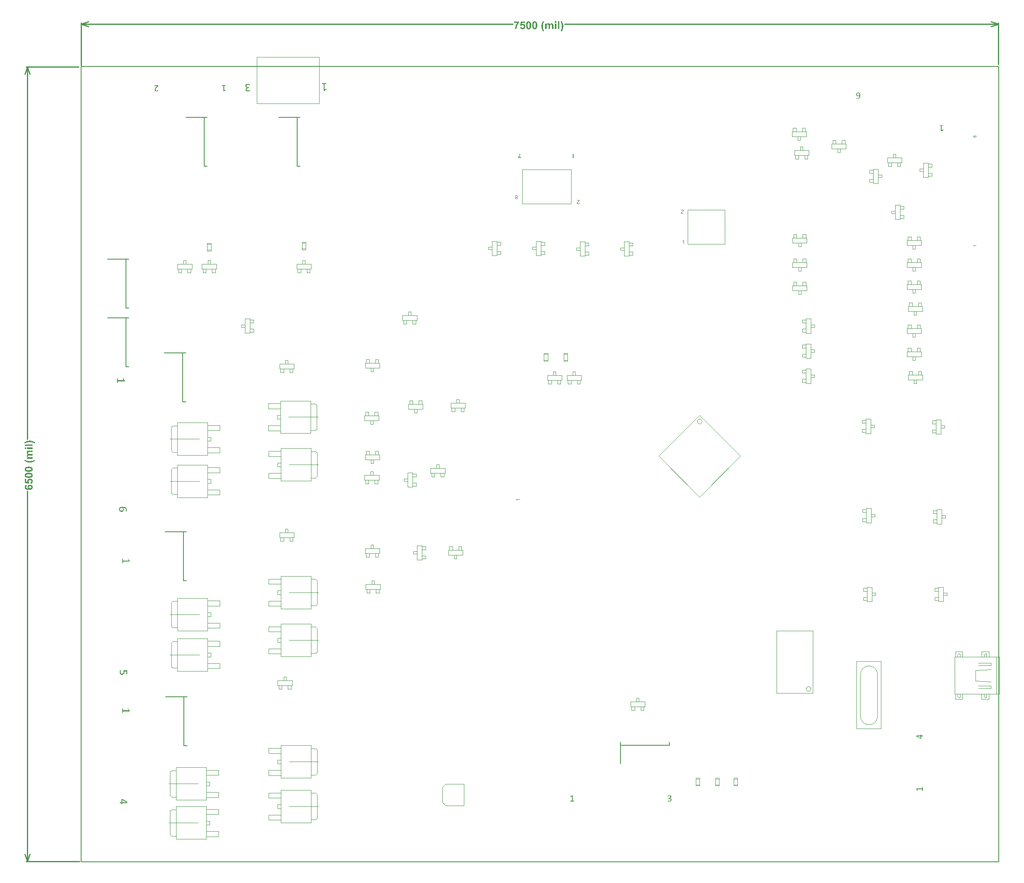
<source format=gm1>
G04*
G04 #@! TF.GenerationSoftware,Altium Limited,Altium Designer,20.0.2 (26)*
G04*
G04 Layer_Color=16711935*
%FSLAX25Y25*%
%MOIN*%
G70*
G01*
G75*
%ADD12C,0.01000*%
%ADD15C,0.00394*%
%ADD16C,0.00050*%
%ADD18C,0.00500*%
%ADD91C,0.00051*%
%ADD92C,0.00100*%
%ADD93C,0.00393*%
G36*
X731158Y593785D02*
X731182Y593784D01*
X731210Y593780D01*
X731242Y593774D01*
X731279Y593767D01*
X731319Y593758D01*
X731362Y593747D01*
X731406Y593730D01*
X731451Y593711D01*
X731497Y593689D01*
X731545Y593661D01*
X731589Y593632D01*
X731636Y593595D01*
X731678Y593554D01*
X731680Y593552D01*
X731687Y593543D01*
X731699Y593530D01*
X731713Y593511D01*
X731730Y593489D01*
X731748Y593460D01*
X731769Y593428D01*
X731789Y593391D01*
X731810Y593349D01*
X731830Y593302D01*
X731848Y593253D01*
X731865Y593199D01*
X731880Y593140D01*
X731891Y593079D01*
X731898Y593012D01*
X731900Y592944D01*
Y592927D01*
X731898Y592907D01*
X731896Y592881D01*
X731893Y592849D01*
X731889Y592812D01*
X731882Y592770D01*
X731872Y592725D01*
X731859Y592677D01*
X731845Y592627D01*
X731828Y592577D01*
X731806Y592525D01*
X731780Y592474D01*
X731750Y592424D01*
X731715Y592378D01*
X731676Y592331D01*
X731674Y592329D01*
X731665Y592322D01*
X731654Y592309D01*
X731636Y592296D01*
X731613Y592278D01*
X731588Y592257D01*
X731558Y592237D01*
X731523Y592217D01*
X731484Y592194D01*
X731441Y592174D01*
X731395Y592154D01*
X731347Y592137D01*
X731293Y592122D01*
X731238Y592109D01*
X731179Y592102D01*
X731118Y592100D01*
X731114D01*
X731107D01*
X731094D01*
X731075Y592102D01*
X731055Y592104D01*
X731029Y592107D01*
X731001Y592111D01*
X730971Y592117D01*
X730940Y592122D01*
X730905Y592132D01*
X730872Y592141D01*
X730836Y592154D01*
X730801Y592169D01*
X730766Y592185D01*
X730733Y592204D01*
X730699Y592226D01*
X730698Y592228D01*
X730692Y592231D01*
X730683Y592239D01*
X730672Y592250D01*
X730659Y592263D01*
X730642Y592279D01*
X730625Y592298D01*
X730607Y592318D01*
X730588Y592344D01*
X730570Y592370D01*
X730550Y592400D01*
X730531Y592433D01*
X730514Y592468D01*
X730498Y592505D01*
X730483Y592546D01*
X730470Y592588D01*
Y592587D01*
X730466Y592579D01*
X730463Y592570D01*
X730457Y592557D01*
X730450Y592540D01*
X730441Y592522D01*
X730429Y592501D01*
X730418Y592479D01*
X730389Y592431D01*
X730354Y592383D01*
X730313Y592337D01*
X730291Y592316D01*
X730267Y592298D01*
X730265Y592296D01*
X730261Y592294D01*
X730254Y592289D01*
X730243Y592283D01*
X730230Y592276D01*
X730215Y592268D01*
X730196Y592259D01*
X730176Y592252D01*
X730154Y592242D01*
X730130Y592233D01*
X730104Y592226D01*
X730076Y592218D01*
X730015Y592207D01*
X729982Y592205D01*
X729948Y592204D01*
X729945D01*
X729936D01*
X729921Y592205D01*
X729902Y592207D01*
X729878Y592209D01*
X729850Y592215D01*
X729819Y592220D01*
X729786Y592230D01*
X729749Y592239D01*
X729712Y592252D01*
X729673Y592268D01*
X729632Y592289D01*
X729593Y592311D01*
X729553Y592337D01*
X729516Y592368D01*
X729479Y592403D01*
X729477Y592405D01*
X729471Y592413D01*
X729460Y592424D01*
X729449Y592440D01*
X729434Y592461D01*
X729418Y592485D01*
X729401Y592513D01*
X729382Y592546D01*
X729366Y592581D01*
X729349Y592622D01*
X729332Y592666D01*
X729318Y592714D01*
X729305Y592764D01*
X729295Y592820D01*
X729290Y592877D01*
X729288Y592938D01*
Y592953D01*
X729290Y592970D01*
X729292Y592993D01*
X729293Y593021D01*
X729299Y593055D01*
X729305Y593092D01*
X729312Y593130D01*
X729323Y593173D01*
X729336Y593217D01*
X729351Y593262D01*
X729371Y593306D01*
X729393Y593351D01*
X729419Y593395D01*
X729449Y593438D01*
X729484Y593476D01*
X729486Y593478D01*
X729493Y593486D01*
X729504Y593495D01*
X729519Y593508D01*
X729538Y593525D01*
X729560Y593541D01*
X729586Y593560D01*
X729615Y593580D01*
X729649Y593599D01*
X729686Y593617D01*
X729725Y593634D01*
X729765Y593650D01*
X729810Y593663D01*
X729858Y593673D01*
X729906Y593680D01*
X729958Y593682D01*
X729959D01*
X729965D01*
X729974D01*
X729987Y593680D01*
X730002Y593678D01*
X730021Y593676D01*
X730041Y593674D01*
X730063Y593671D01*
X730111Y593660D01*
X730163Y593643D01*
X730189Y593632D01*
X730215Y593619D01*
X730241Y593604D01*
X730267Y593587D01*
X730268Y593585D01*
X730272Y593584D01*
X730280Y593578D01*
X730289Y593569D01*
X730300Y593560D01*
X730311Y593547D01*
X730326Y593534D01*
X730341Y593517D01*
X730357Y593497D01*
X730374Y593476D01*
X730391Y593452D01*
X730407Y593428D01*
X730424Y593399D01*
X730441Y593369D01*
X730455Y593338D01*
X730470Y593302D01*
Y593304D01*
X730474Y593314D01*
X730478Y593325D01*
X730485Y593341D01*
X730492Y593362D01*
X730503Y593384D01*
X730514Y593410D01*
X730529Y593436D01*
X730546Y593465D01*
X730564Y593495D01*
X730585Y593525D01*
X730607Y593554D01*
X730631Y593584D01*
X730659Y593611D01*
X730687Y593639D01*
X730718Y593663D01*
X730720Y593665D01*
X730725Y593669D01*
X730735Y593674D01*
X730748Y593684D01*
X730764Y593693D01*
X730785Y593702D01*
X730807Y593713D01*
X730833Y593726D01*
X730862Y593737D01*
X730892Y593748D01*
X730927Y593758D01*
X730962Y593769D01*
X731001Y593776D01*
X731040Y593782D01*
X731082Y593785D01*
X731127Y593787D01*
X731131D01*
X731142D01*
X731158Y593785D01*
D02*
G37*
G36*
X732000Y503629D02*
X729998D01*
X730000Y503627D01*
X730004Y503623D01*
X730009Y503618D01*
X730017Y503609D01*
X730026Y503597D01*
X730039Y503583D01*
X730052Y503566D01*
X730067Y503549D01*
X730082Y503527D01*
X730100Y503505D01*
X730117Y503481D01*
X730137Y503455D01*
X730156Y503426D01*
X730176Y503396D01*
X730217Y503329D01*
X730219Y503328D01*
X730222Y503322D01*
X730228Y503311D01*
X730233Y503298D01*
X730242Y503283D01*
X730254Y503265D01*
X730265Y503242D01*
X730278Y503220D01*
X730303Y503168D01*
X730329Y503113D01*
X730355Y503055D01*
X730377Y503000D01*
X730074D01*
X730072Y503004D01*
X730069Y503011D01*
X730061Y503026D01*
X730052Y503044D01*
X730041Y503067D01*
X730026Y503094D01*
X730009Y503124D01*
X729991Y503155D01*
X729969Y503191D01*
X729947Y503228D01*
X729895Y503305D01*
X729837Y503385D01*
X729774Y503461D01*
X729773Y503463D01*
X729767Y503470D01*
X729758Y503479D01*
X729745Y503492D01*
X729728Y503509D01*
X729710Y503527D01*
X729688Y503548D01*
X729665Y503570D01*
X729639Y503592D01*
X729612Y503616D01*
X729554Y503662D01*
X729493Y503705D01*
X729462Y503723D01*
X729430Y503740D01*
Y503943D01*
X732000D01*
Y503629D01*
D02*
G37*
G36*
X200347Y636494D02*
X200369Y636484D01*
X200374Y636478D01*
X200385Y636473D01*
X200402Y636456D01*
X200424Y636435D01*
X200429Y636429D01*
X200434Y636407D01*
X200451Y636374D01*
X200462Y636336D01*
Y636331D01*
Y636325D01*
X200467Y636293D01*
X200473Y636243D01*
Y636183D01*
Y636178D01*
Y636167D01*
Y636151D01*
Y636134D01*
X200467Y636085D01*
X200462Y636036D01*
Y636030D01*
X200456Y636025D01*
X200451Y636003D01*
X200440Y635970D01*
X200429Y635938D01*
X200424Y635932D01*
X200413Y635910D01*
X200396Y635894D01*
X200374Y635872D01*
X200369Y635867D01*
X200353Y635861D01*
X200331Y635856D01*
X200303Y635850D01*
X199031D01*
Y631209D01*
X200216Y631914D01*
X200221D01*
X200233Y631919D01*
X200265Y631941D01*
X200314Y631957D01*
X200358Y631974D01*
X200391D01*
X200418Y631968D01*
X200445Y631952D01*
X200451Y631946D01*
X200462Y631924D01*
X200478Y631892D01*
X200489Y631848D01*
Y631843D01*
Y631837D01*
X200495Y631821D01*
Y631799D01*
X200500Y631744D01*
Y631673D01*
Y631668D01*
Y631657D01*
Y631624D01*
Y631580D01*
X200495Y631537D01*
Y631531D01*
Y631526D01*
X200489Y631504D01*
X200484Y631471D01*
X200478Y631439D01*
X200473Y631433D01*
X200467Y631417D01*
X200434Y631373D01*
X200429Y631368D01*
X200413Y631357D01*
X200391Y631340D01*
X200363Y631319D01*
X198960Y630418D01*
X198955Y630412D01*
X198944Y630407D01*
X198911Y630396D01*
X198906D01*
X198889Y630390D01*
X198867Y630379D01*
X198840Y630374D01*
X198835D01*
X198813Y630368D01*
X198780Y630363D01*
X198731D01*
X198704Y630358D01*
X198534D01*
X198469Y630363D01*
X198409Y630368D01*
X198398D01*
X198365Y630374D01*
X198327Y630385D01*
X198294Y630396D01*
X198289Y630401D01*
X198272Y630407D01*
X198250Y630423D01*
X198234Y630439D01*
X198229Y630445D01*
X198223Y630456D01*
X198218Y630472D01*
Y630494D01*
Y635850D01*
X197098D01*
X197077Y635861D01*
X197049Y635872D01*
X197044Y635878D01*
X197027Y635888D01*
X197011Y635910D01*
X196995Y635938D01*
X196989Y635943D01*
X196984Y635965D01*
X196973Y635998D01*
X196962Y636036D01*
X196957Y636047D01*
X196951Y636074D01*
X196946Y636123D01*
Y636183D01*
Y636189D01*
Y636200D01*
Y636216D01*
Y636233D01*
X196951Y636287D01*
X196962Y636336D01*
Y636347D01*
X196973Y636369D01*
X196984Y636402D01*
X197000Y636435D01*
X197006Y636440D01*
X197017Y636451D01*
X197033Y636467D01*
X197055Y636484D01*
X197060D01*
X197077Y636489D01*
X197098Y636494D01*
X197120Y636500D01*
X200325D01*
X200347Y636494D01*
D02*
G37*
G36*
X136433Y636082D02*
X136509D01*
X136597Y636076D01*
X136695Y636065D01*
X136897Y636038D01*
X136908D01*
X136941Y636027D01*
X136990Y636016D01*
X137055Y636005D01*
X137132Y635989D01*
X137208Y635967D01*
X137290Y635945D01*
X137372Y635924D01*
X137383Y635918D01*
X137405Y635913D01*
X137443Y635896D01*
X137492Y635880D01*
X137547Y635858D01*
X137607Y635836D01*
X137662Y635809D01*
X137716Y635782D01*
X137722Y635776D01*
X137738Y635771D01*
X137760Y635754D01*
X137787Y635738D01*
X137847Y635705D01*
X137874Y635689D01*
X137891Y635672D01*
X137896Y635667D01*
X137907Y635651D01*
X137929Y635629D01*
X137945Y635607D01*
Y635601D01*
X137956Y635585D01*
X137967Y635563D01*
X137978Y635530D01*
Y635520D01*
X137984Y635498D01*
X137989Y635460D01*
X137995Y635416D01*
Y635410D01*
Y635405D01*
Y635389D01*
Y635367D01*
X138000Y635312D01*
Y635247D01*
Y635241D01*
Y635219D01*
Y635192D01*
X137995Y635154D01*
X137984Y635077D01*
X137978Y635039D01*
X137967Y635012D01*
Y635006D01*
X137962Y635001D01*
X137945Y634973D01*
X137913Y634952D01*
X137896Y634946D01*
X137874Y634941D01*
X137864D01*
X137853Y634946D01*
X137836Y634952D01*
X137814Y634957D01*
X137787Y634973D01*
X137749Y634990D01*
X137705Y635017D01*
X137700Y635023D01*
X137683Y635028D01*
X137651Y635044D01*
X137612Y635066D01*
X137569Y635088D01*
X137509Y635121D01*
X137443Y635148D01*
X137372Y635181D01*
X137361Y635186D01*
X137334Y635197D01*
X137296Y635214D01*
X137236Y635236D01*
X137170Y635257D01*
X137088Y635285D01*
X137001Y635318D01*
X136902Y635345D01*
X136897D01*
X136892Y635350D01*
X136875D01*
X136853Y635356D01*
X136799Y635367D01*
X136722Y635378D01*
X136635Y635394D01*
X136531Y635405D01*
X136422Y635410D01*
X136302Y635416D01*
X136247D01*
X136187Y635410D01*
X136111Y635405D01*
X136029Y635399D01*
X135931Y635383D01*
X135838Y635367D01*
X135745Y635339D01*
X135740D01*
X135734Y635334D01*
X135701Y635323D01*
X135658Y635307D01*
X135603Y635279D01*
X135538Y635247D01*
X135467Y635208D01*
X135401Y635165D01*
X135336Y635115D01*
X135330Y635110D01*
X135308Y635088D01*
X135281Y635055D01*
X135243Y635017D01*
X135205Y634963D01*
X135161Y634908D01*
X135123Y634837D01*
X135090Y634766D01*
X135084Y634755D01*
X135073Y634733D01*
X135063Y634690D01*
X135046Y634635D01*
X135030Y634570D01*
X135013Y634499D01*
X135008Y634417D01*
X135003Y634329D01*
Y634324D01*
Y634318D01*
Y634286D01*
X135008Y634236D01*
X135013Y634176D01*
X135030Y634105D01*
X135046Y634024D01*
X135073Y633947D01*
X135112Y633865D01*
X135117Y633854D01*
X135134Y633832D01*
X135155Y633794D01*
X135188Y633745D01*
X135232Y633685D01*
X135286Y633630D01*
X135346Y633570D01*
X135417Y633510D01*
X135428Y633505D01*
X135456Y633483D01*
X135499Y633456D01*
X135554Y633423D01*
X135625Y633385D01*
X135712Y633346D01*
X135810Y633308D01*
X135914Y633276D01*
X135920D01*
X135925Y633270D01*
X135942D01*
X135963Y633264D01*
X135996Y633254D01*
X136029Y633248D01*
X136111Y633232D01*
X136209Y633221D01*
X136324Y633205D01*
X136449Y633199D01*
X136586Y633194D01*
X137208D01*
X137236Y633188D01*
X137263Y633177D01*
X137268Y633172D01*
X137285Y633166D01*
X137301Y633150D01*
X137323Y633128D01*
X137328Y633123D01*
X137339Y633101D01*
X137350Y633068D01*
X137367Y633030D01*
Y633024D01*
Y633019D01*
X137372Y632986D01*
X137378Y632932D01*
X137383Y632866D01*
Y632861D01*
Y632850D01*
Y632833D01*
Y632817D01*
X137378Y632768D01*
X137372Y632719D01*
Y632713D01*
X137367Y632708D01*
X137361Y632686D01*
X137350Y632653D01*
X137334Y632626D01*
X137328Y632620D01*
X137318Y632609D01*
X137296Y632593D01*
X137274Y632577D01*
X137268Y632571D01*
X137252Y632566D01*
X137230Y632560D01*
X137197Y632555D01*
X136608D01*
X136553Y632549D01*
X136477Y632544D01*
X136389Y632538D01*
X136296Y632522D01*
X136198Y632506D01*
X136105Y632478D01*
X136100D01*
X136094Y632473D01*
X136062Y632462D01*
X136018Y632445D01*
X135958Y632418D01*
X135892Y632385D01*
X135821Y632347D01*
X135750Y632304D01*
X135685Y632249D01*
X135679Y632243D01*
X135658Y632222D01*
X135625Y632189D01*
X135587Y632145D01*
X135543Y632096D01*
X135499Y632031D01*
X135456Y631965D01*
X135417Y631889D01*
X135412Y631878D01*
X135401Y631850D01*
X135390Y631807D01*
X135368Y631747D01*
X135352Y631681D01*
X135341Y631599D01*
X135330Y631506D01*
X135325Y631414D01*
Y631403D01*
Y631381D01*
X135330Y631348D01*
Y631299D01*
X135341Y631244D01*
X135352Y631184D01*
X135368Y631124D01*
X135390Y631059D01*
Y631053D01*
X135401Y631031D01*
X135417Y630999D01*
X135434Y630955D01*
X135461Y630906D01*
X135494Y630857D01*
X135532Y630807D01*
X135576Y630758D01*
X135581Y630753D01*
X135598Y630737D01*
X135625Y630715D01*
X135658Y630682D01*
X135707Y630649D01*
X135756Y630616D01*
X135816Y630584D01*
X135887Y630556D01*
X135898Y630551D01*
X135920Y630546D01*
X135958Y630535D01*
X136013Y630518D01*
X136078Y630502D01*
X136154Y630491D01*
X136236Y630485D01*
X136329Y630480D01*
X136373D01*
X136427Y630485D01*
X136493Y630491D01*
X136569Y630502D01*
X136657Y630518D01*
X136744Y630540D01*
X136832Y630567D01*
X136843Y630573D01*
X136870Y630584D01*
X136914Y630600D01*
X136968Y630622D01*
X137034Y630644D01*
X137099Y630677D01*
X137241Y630742D01*
X137247Y630748D01*
X137268Y630758D01*
X137301Y630775D01*
X137345Y630797D01*
X137389Y630824D01*
X137438Y630857D01*
X137536Y630917D01*
X137541Y630922D01*
X137558Y630928D01*
X137574Y630944D01*
X137601Y630955D01*
X137656Y630988D01*
X137678Y630993D01*
X137700Y630999D01*
X137722D01*
X137760Y630988D01*
X137765D01*
X137776Y630977D01*
X137787Y630966D01*
X137803Y630944D01*
Y630939D01*
X137814Y630917D01*
X137820Y630884D01*
X137825Y630846D01*
Y630840D01*
Y630835D01*
Y630819D01*
Y630802D01*
X137831Y630748D01*
Y630677D01*
Y630671D01*
Y630666D01*
Y630633D01*
Y630595D01*
Y630551D01*
Y630540D01*
X137825Y630518D01*
X137820Y630491D01*
X137814Y630458D01*
X137809Y630453D01*
X137803Y630431D01*
X137793Y630409D01*
X137782Y630382D01*
X137776Y630376D01*
X137765Y630360D01*
X137743Y630338D01*
X137716Y630305D01*
X137705Y630294D01*
X137694Y630289D01*
X137672Y630272D01*
X137651Y630256D01*
X137618Y630234D01*
X137580Y630207D01*
X137530Y630180D01*
X137525Y630174D01*
X137503Y630163D01*
X137476Y630147D01*
X137438Y630125D01*
X137389Y630098D01*
X137334Y630070D01*
X137268Y630043D01*
X137197Y630010D01*
X137187Y630005D01*
X137159Y629994D01*
X137121Y629978D01*
X137061Y629961D01*
X136995Y629939D01*
X136914Y629912D01*
X136826Y629890D01*
X136733Y629868D01*
X136728D01*
X136722Y629863D01*
X136706D01*
X136690Y629857D01*
X136635Y629847D01*
X136564Y629836D01*
X136477Y629825D01*
X136384Y629819D01*
X136280Y629808D01*
X136094D01*
X136056Y629814D01*
X136013D01*
X135914Y629819D01*
X135800Y629836D01*
X135674Y629852D01*
X135548Y629879D01*
X135423Y629918D01*
X135417D01*
X135406Y629923D01*
X135390Y629928D01*
X135368Y629939D01*
X135308Y629961D01*
X135237Y629999D01*
X135150Y630043D01*
X135063Y630092D01*
X134970Y630158D01*
X134888Y630229D01*
X134877Y630240D01*
X134850Y630262D01*
X134811Y630305D01*
X134768Y630360D01*
X134713Y630431D01*
X134659Y630513D01*
X134609Y630606D01*
X134566Y630704D01*
Y630709D01*
X134560Y630715D01*
X134555Y630731D01*
X134549Y630753D01*
X134533Y630807D01*
X134511Y630884D01*
X134489Y630971D01*
X134473Y631075D01*
X134462Y631190D01*
X134457Y631310D01*
Y631315D01*
Y631321D01*
Y631337D01*
Y631359D01*
X134462Y631414D01*
X134467Y631485D01*
X134473Y631566D01*
X134489Y631659D01*
X134506Y631758D01*
X134533Y631850D01*
X134538Y631861D01*
X134549Y631894D01*
X134566Y631938D01*
X134588Y631998D01*
X134620Y632063D01*
X134659Y632140D01*
X134702Y632211D01*
X134757Y632287D01*
X134762Y632298D01*
X134784Y632320D01*
X134817Y632353D01*
X134855Y632402D01*
X134910Y632451D01*
X134970Y632506D01*
X135041Y632560D01*
X135117Y632615D01*
X135128Y632620D01*
X135155Y632637D01*
X135199Y632658D01*
X135259Y632686D01*
X135330Y632719D01*
X135412Y632746D01*
X135505Y632773D01*
X135608Y632795D01*
Y632806D01*
X135592D01*
X135576Y632811D01*
X135554D01*
X135494Y632822D01*
X135417Y632839D01*
X135330Y632861D01*
X135232Y632888D01*
X135128Y632921D01*
X135030Y632964D01*
X135024D01*
X135019Y632970D01*
X134986Y632986D01*
X134937Y633013D01*
X134877Y633052D01*
X134806Y633095D01*
X134730Y633150D01*
X134653Y633210D01*
X134577Y633281D01*
X134566Y633292D01*
X134544Y633314D01*
X134511Y633352D01*
X134467Y633406D01*
X134418Y633467D01*
X134369Y633543D01*
X134325Y633625D01*
X134282Y633718D01*
X134276Y633729D01*
X134265Y633761D01*
X134249Y633811D01*
X134227Y633882D01*
X134205Y633958D01*
X134189Y634051D01*
X134178Y634149D01*
X134172Y634258D01*
Y634264D01*
Y634275D01*
Y634297D01*
Y634329D01*
X134178Y634368D01*
Y634411D01*
X134189Y634509D01*
X134211Y634629D01*
X134233Y634755D01*
X134271Y634886D01*
X134320Y635017D01*
Y635023D01*
X134325Y635034D01*
X134336Y635050D01*
X134347Y635072D01*
X134380Y635137D01*
X134429Y635214D01*
X134489Y635301D01*
X134560Y635399D01*
X134642Y635498D01*
X134740Y635591D01*
X134746D01*
X134751Y635601D01*
X134768Y635612D01*
X134790Y635629D01*
X134817Y635651D01*
X134850Y635672D01*
X134926Y635727D01*
X135024Y635787D01*
X135139Y635847D01*
X135270Y635907D01*
X135417Y635962D01*
X135423D01*
X135434Y635967D01*
X135456Y635973D01*
X135488Y635984D01*
X135527Y635989D01*
X135570Y636000D01*
X135619Y636011D01*
X135679Y636022D01*
X135745Y636038D01*
X135816Y636049D01*
X135969Y636065D01*
X136138Y636082D01*
X136324Y636087D01*
X136373D01*
X136433Y636082D01*
D02*
G37*
G36*
X355971Y545052D02*
X356004Y545050D01*
X356044Y545045D01*
X356091Y545040D01*
X356146Y545031D01*
X356202Y545019D01*
X356264Y545002D01*
X356327Y544983D01*
X356391Y544962D01*
X356457Y544934D01*
X356523Y544901D01*
X356587Y544863D01*
X356646Y544818D01*
X356705Y544769D01*
X356707Y544766D01*
X356717Y544755D01*
X356733Y544740D01*
X356750Y544717D01*
X356773Y544689D01*
X356799Y544655D01*
X356825Y544618D01*
X356851Y544573D01*
X356880Y544523D01*
X356906Y544469D01*
X356932Y544410D01*
X356953Y544349D01*
X356972Y544280D01*
X356988Y544209D01*
X356998Y544134D01*
X357000Y544056D01*
Y544051D01*
Y544042D01*
Y544025D01*
X356998Y544002D01*
X356995Y543976D01*
X356991Y543943D01*
X356986Y543907D01*
X356979Y543870D01*
X356972Y543829D01*
X356960Y543785D01*
X356948Y543742D01*
X356932Y543697D01*
X356913Y543652D01*
X356891Y543608D01*
X356868Y543565D01*
X356839Y543523D01*
X356837Y543520D01*
X356832Y543513D01*
X356823Y543501D01*
X356809Y543487D01*
X356792Y543471D01*
X356771Y543449D01*
X356748Y543428D01*
X356721Y543405D01*
X356688Y543381D01*
X356655Y543357D01*
X356618Y543331D01*
X356575Y543308D01*
X356530Y543287D01*
X356483Y543265D01*
X356431Y543247D01*
X356377Y543230D01*
X356379D01*
X356389Y543225D01*
X356401Y543221D01*
X356417Y543214D01*
X356438Y543204D01*
X356462Y543192D01*
X356488Y543178D01*
X356516Y543164D01*
X356578Y543126D01*
X356639Y543081D01*
X356698Y543029D01*
X356724Y543001D01*
X356748Y542970D01*
X356750Y542968D01*
X356752Y542963D01*
X356759Y542954D01*
X356766Y542940D01*
X356776Y542923D01*
X356785Y542904D01*
X356797Y542881D01*
X356806Y542855D01*
X356818Y542826D01*
X356830Y542796D01*
X356839Y542763D01*
X356849Y542727D01*
X356863Y542649D01*
X356866Y542607D01*
X356868Y542564D01*
Y542560D01*
Y542548D01*
X356866Y542529D01*
X356863Y542506D01*
X356861Y542475D01*
X356854Y542439D01*
X356847Y542399D01*
X356835Y542357D01*
X356823Y542310D01*
X356806Y542262D01*
X356785Y542213D01*
X356759Y542161D01*
X356731Y542111D01*
X356698Y542059D01*
X356658Y542012D01*
X356613Y541965D01*
X356611Y541963D01*
X356601Y541956D01*
X356587Y541941D01*
X356566Y541927D01*
X356540Y541908D01*
X356509Y541887D01*
X356474Y541866D01*
X356431Y541842D01*
X356386Y541821D01*
X356334Y541800D01*
X356278Y541779D01*
X356217Y541760D01*
X356153Y541743D01*
X356082Y541731D01*
X356009Y541724D01*
X355931Y541722D01*
X355912D01*
X355891Y541724D01*
X355860Y541727D01*
X355825Y541729D01*
X355782Y541736D01*
X355735Y541743D01*
X355685Y541753D01*
X355631Y541767D01*
X355575Y541783D01*
X355518Y541802D01*
X355461Y541828D01*
X355405Y541856D01*
X355348Y541889D01*
X355294Y541927D01*
X355244Y541972D01*
X355242Y541974D01*
X355232Y541984D01*
X355221Y541998D01*
X355204Y542017D01*
X355183Y542041D01*
X355162Y542069D01*
X355138Y542102D01*
X355112Y542140D01*
X355088Y542182D01*
X355065Y542229D01*
X355044Y542279D01*
X355022Y542331D01*
X355006Y542387D01*
X354994Y542449D01*
X354985Y542510D01*
X354982Y542576D01*
Y542579D01*
Y542586D01*
Y542597D01*
X354985Y542614D01*
X354987Y542633D01*
X354989Y542657D01*
X354992Y542683D01*
X354996Y542711D01*
X355011Y542772D01*
X355032Y542838D01*
X355046Y542871D01*
X355062Y542904D01*
X355081Y542937D01*
X355103Y542970D01*
X355105Y542973D01*
X355107Y542978D01*
X355114Y542987D01*
X355126Y542999D01*
X355138Y543013D01*
X355154Y543027D01*
X355171Y543046D01*
X355192Y543065D01*
X355218Y543086D01*
X355244Y543107D01*
X355275Y543128D01*
X355306Y543150D01*
X355343Y543171D01*
X355381Y543192D01*
X355421Y543211D01*
X355466Y543230D01*
X355464D01*
X355452Y543235D01*
X355438Y543239D01*
X355416Y543249D01*
X355391Y543258D01*
X355362Y543272D01*
X355329Y543287D01*
X355296Y543305D01*
X355258Y543327D01*
X355221Y543350D01*
X355183Y543376D01*
X355145Y543405D01*
X355107Y543435D01*
X355072Y543471D01*
X355036Y543506D01*
X355006Y543546D01*
X355003Y543549D01*
X354999Y543556D01*
X354992Y543568D01*
X354980Y543584D01*
X354968Y543605D01*
X354956Y543631D01*
X354942Y543659D01*
X354926Y543693D01*
X354911Y543730D01*
X354897Y543768D01*
X354885Y543813D01*
X354871Y543858D01*
X354862Y543907D01*
X354855Y543957D01*
X354850Y544011D01*
X354848Y544068D01*
Y544072D01*
Y544087D01*
X354850Y544108D01*
X354852Y544139D01*
X354857Y544174D01*
X354864Y544214D01*
X354874Y544261D01*
X354885Y544313D01*
X354900Y544368D01*
X354921Y544424D01*
X354944Y544481D01*
X354973Y544540D01*
X355008Y544601D01*
X355046Y544658D01*
X355093Y544717D01*
X355145Y544771D01*
X355147Y544773D01*
X355159Y544783D01*
X355176Y544797D01*
X355199Y544816D01*
X355228Y544837D01*
X355265Y544861D01*
X355306Y544887D01*
X355353Y544913D01*
X355407Y544939D01*
X355466Y544965D01*
X355530Y544988D01*
X355598Y545009D01*
X355674Y545028D01*
X355752Y545043D01*
X355837Y545052D01*
X355924Y545054D01*
X355945D01*
X355971Y545052D01*
D02*
G37*
G36*
X407517Y540998D02*
Y540993D01*
Y540986D01*
Y540976D01*
Y540962D01*
X407515Y540948D01*
X407512Y540910D01*
X407508Y540870D01*
X407501Y540823D01*
X407489Y540773D01*
X407472Y540724D01*
Y540722D01*
X407468Y540714D01*
X407463Y540703D01*
X407456Y540686D01*
X407449Y540665D01*
X407437Y540641D01*
X407423Y540615D01*
X407409Y540587D01*
X407392Y540554D01*
X407371Y540521D01*
X407326Y540448D01*
X407272Y540370D01*
X407208Y540290D01*
X407205Y540287D01*
X407198Y540280D01*
X407189Y540268D01*
X407175Y540252D01*
X407156Y540231D01*
X407132Y540207D01*
X407106Y540179D01*
X407073Y540148D01*
X407038Y540113D01*
X407000Y540075D01*
X406958Y540035D01*
X406911Y539990D01*
X406859Y539945D01*
X406804Y539898D01*
X406745Y539848D01*
X406684Y539796D01*
X406682Y539794D01*
X406677Y539792D01*
X406670Y539785D01*
X406660Y539778D01*
X406649Y539766D01*
X406634Y539754D01*
X406599Y539723D01*
X406554Y539688D01*
X406507Y539643D01*
X406453Y539596D01*
X406396Y539544D01*
X406335Y539490D01*
X406276Y539433D01*
X406214Y539376D01*
X406158Y539317D01*
X406101Y539261D01*
X406051Y539206D01*
X406004Y539152D01*
X405967Y539103D01*
X405964Y539100D01*
X405959Y539091D01*
X405950Y539077D01*
X405936Y539060D01*
X405922Y539037D01*
X405907Y539010D01*
X405889Y538980D01*
X405872Y538947D01*
X405856Y538911D01*
X405837Y538874D01*
X405806Y538791D01*
X405794Y538749D01*
X405785Y538706D01*
X405780Y538664D01*
X405778Y538621D01*
Y538619D01*
Y538609D01*
Y538597D01*
X405780Y538581D01*
X405782Y538560D01*
X405787Y538536D01*
X405792Y538510D01*
X405799Y538482D01*
X405808Y538451D01*
X405820Y538418D01*
X405834Y538385D01*
X405851Y538352D01*
X405870Y538317D01*
X405893Y538284D01*
X405919Y538251D01*
X405950Y538220D01*
X405952Y538218D01*
X405957Y538213D01*
X405967Y538206D01*
X405981Y538194D01*
X405997Y538182D01*
X406018Y538168D01*
X406042Y538152D01*
X406068Y538137D01*
X406099Y538121D01*
X406132Y538107D01*
X406170Y538093D01*
X406207Y538081D01*
X406250Y538069D01*
X406295Y538062D01*
X406342Y538057D01*
X406391Y538055D01*
X406420D01*
X406438Y538057D01*
X406464Y538059D01*
X406493Y538064D01*
X406524Y538069D01*
X406559Y538076D01*
X406594Y538085D01*
X406632Y538097D01*
X406670Y538111D01*
X406710Y538128D01*
X406748Y538149D01*
X406785Y538173D01*
X406823Y538199D01*
X406856Y538229D01*
X406859Y538232D01*
X406863Y538236D01*
X406873Y538248D01*
X406882Y538260D01*
X406896Y538279D01*
X406911Y538300D01*
X406927Y538326D01*
X406941Y538354D01*
X406958Y538385D01*
X406974Y538423D01*
X406988Y538461D01*
X407003Y538503D01*
X407012Y538550D01*
X407021Y538600D01*
X407026Y538652D01*
X407028Y538708D01*
X407442Y538666D01*
Y538664D01*
Y538661D01*
X407439Y538654D01*
Y538645D01*
X407437Y538621D01*
X407430Y538590D01*
X407423Y538553D01*
X407413Y538508D01*
X407401Y538458D01*
X407387Y538406D01*
X407368Y538350D01*
X407347Y538293D01*
X407321Y538234D01*
X407291Y538175D01*
X407257Y538118D01*
X407217Y538064D01*
X407175Y538012D01*
X407125Y537965D01*
X407123Y537963D01*
X407114Y537956D01*
X407097Y537941D01*
X407076Y537927D01*
X407047Y537908D01*
X407014Y537887D01*
X406974Y537866D01*
X406929Y537842D01*
X406878Y537821D01*
X406823Y537800D01*
X406762Y537779D01*
X406696Y537760D01*
X406625Y537743D01*
X406549Y537731D01*
X406469Y537724D01*
X406384Y537722D01*
X406363D01*
X406339Y537724D01*
X406306Y537727D01*
X406266Y537729D01*
X406221Y537736D01*
X406170Y537743D01*
X406115Y537755D01*
X406056Y537769D01*
X405997Y537786D01*
X405934Y537807D01*
X405872Y537833D01*
X405811Y537864D01*
X405752Y537897D01*
X405695Y537937D01*
X405641Y537984D01*
X405639Y537986D01*
X405629Y537996D01*
X405615Y538010D01*
X405598Y538031D01*
X405577Y538055D01*
X405553Y538085D01*
X405528Y538121D01*
X405502Y538161D01*
X405478Y538206D01*
X405452Y538255D01*
X405428Y538310D01*
X405407Y538366D01*
X405391Y538428D01*
X405376Y538491D01*
X405367Y538560D01*
X405365Y538631D01*
Y538633D01*
Y538640D01*
Y538649D01*
Y538664D01*
X405367Y538683D01*
X405369Y538701D01*
X405372Y538725D01*
X405374Y538751D01*
X405384Y538810D01*
X405398Y538876D01*
X405419Y538944D01*
X405445Y539015D01*
Y539018D01*
X405450Y539025D01*
X405454Y539034D01*
X405462Y539048D01*
X405469Y539065D01*
X405480Y539086D01*
X405492Y539110D01*
X405509Y539136D01*
X405525Y539164D01*
X405544Y539195D01*
X405591Y539263D01*
X405617Y539298D01*
X405646Y539336D01*
X405679Y539374D01*
X405712Y539414D01*
X405714Y539416D01*
X405721Y539424D01*
X405730Y539435D01*
X405747Y539452D01*
X405768Y539473D01*
X405794Y539499D01*
X405823Y539530D01*
X405858Y539565D01*
X405898Y539603D01*
X405945Y539645D01*
X405995Y539693D01*
X406051Y539745D01*
X406113Y539799D01*
X406179Y539858D01*
X406252Y539922D01*
X406330Y539988D01*
X406335Y539990D01*
X406347Y540002D01*
X406363Y540016D01*
X406387Y540037D01*
X406417Y540061D01*
X406448Y540089D01*
X406483Y540120D01*
X406521Y540153D01*
X406601Y540221D01*
X406639Y540257D01*
X406677Y540290D01*
X406712Y540323D01*
X406743Y540351D01*
X406771Y540377D01*
X406792Y540401D01*
X406797Y540405D01*
X406809Y540419D01*
X406828Y540441D01*
X406851Y540467D01*
X406878Y540500D01*
X406906Y540535D01*
X406934Y540575D01*
X406960Y540615D01*
X405360D01*
Y541000D01*
X407517D01*
Y540998D01*
D02*
G37*
G36*
X358942Y578995D02*
Y578983D01*
X358940Y578960D01*
Y578932D01*
X358937Y578894D01*
X358933Y578849D01*
X358928Y578797D01*
X358921Y578740D01*
X358914Y578674D01*
X358904Y578604D01*
X358893Y578528D01*
X358878Y578445D01*
X358860Y578358D01*
X358841Y578266D01*
X358819Y578169D01*
X358793Y578070D01*
Y578068D01*
X358791Y578063D01*
X358789Y578056D01*
X358786Y578047D01*
X358782Y578032D01*
X358777Y578016D01*
X358772Y577997D01*
X358765Y577976D01*
X358751Y577929D01*
X358732Y577870D01*
X358711Y577806D01*
X358687Y577733D01*
X358659Y577655D01*
X358628Y577572D01*
X358593Y577485D01*
X358558Y577395D01*
X358517Y577303D01*
X358472Y577209D01*
X358428Y577112D01*
X358378Y577018D01*
Y577015D01*
X358376Y577013D01*
X358371Y577006D01*
X358366Y576994D01*
X358359Y576982D01*
X358350Y576968D01*
X358331Y576933D01*
X358305Y576890D01*
X358277Y576838D01*
X358241Y576782D01*
X358204Y576720D01*
X358163Y576654D01*
X358119Y576586D01*
X358069Y576515D01*
X358019Y576442D01*
X357913Y576298D01*
X357857Y576227D01*
X357800Y576161D01*
X359400D01*
Y575776D01*
X357285D01*
Y576088D01*
X357288Y576092D01*
X357300Y576102D01*
X357316Y576123D01*
X357340Y576149D01*
X357368Y576182D01*
X357401Y576222D01*
X357439Y576269D01*
X357479Y576324D01*
X357524Y576383D01*
X357573Y576449D01*
X357625Y576522D01*
X357677Y576600D01*
X357734Y576685D01*
X357788Y576775D01*
X357847Y576869D01*
X357904Y576970D01*
Y576973D01*
X357906Y576977D01*
X357911Y576985D01*
X357918Y576994D01*
X357925Y577008D01*
X357932Y577025D01*
X357944Y577044D01*
X357953Y577065D01*
X357967Y577088D01*
X357979Y577117D01*
X358010Y577176D01*
X358043Y577242D01*
X358078Y577317D01*
X358116Y577400D01*
X358154Y577490D01*
X358194Y577582D01*
X358232Y577681D01*
X358272Y577782D01*
X358307Y577886D01*
X358343Y577995D01*
X358376Y578103D01*
X358378Y578108D01*
X358381Y578122D01*
X358388Y578143D01*
X358395Y578174D01*
X358404Y578214D01*
X358416Y578259D01*
X358428Y578311D01*
X358439Y578370D01*
X358454Y578434D01*
X358465Y578502D01*
X358480Y578578D01*
X358491Y578655D01*
X358503Y578736D01*
X358513Y578821D01*
X358522Y578910D01*
X358529Y579000D01*
X358942D01*
Y578995D01*
D02*
G37*
G36*
X402398Y576147D02*
X402400Y576149D01*
X402405Y576154D01*
X402412Y576161D01*
X402424Y576170D01*
X402438Y576182D01*
X402457Y576198D01*
X402478Y576215D01*
X402499Y576234D01*
X402527Y576253D01*
X402556Y576276D01*
X402586Y576298D01*
X402619Y576324D01*
X402657Y576347D01*
X402695Y576373D01*
X402780Y576425D01*
X402782Y576427D01*
X402789Y576432D01*
X402804Y576439D01*
X402820Y576446D01*
X402839Y576458D01*
X402863Y576472D01*
X402891Y576486D01*
X402919Y576503D01*
X402985Y576536D01*
X403056Y576569D01*
X403129Y576602D01*
X403200Y576630D01*
Y576243D01*
X403195Y576241D01*
X403186Y576236D01*
X403167Y576227D01*
X403143Y576215D01*
X403115Y576201D01*
X403080Y576182D01*
X403042Y576161D01*
X403002Y576137D01*
X402957Y576109D01*
X402910Y576080D01*
X402811Y576014D01*
X402709Y575941D01*
X402612Y575861D01*
X402610Y575859D01*
X402601Y575851D01*
X402589Y575840D01*
X402572Y575823D01*
X402551Y575802D01*
X402527Y575778D01*
X402501Y575750D01*
X402473Y575722D01*
X402445Y575689D01*
X402414Y575653D01*
X402355Y575580D01*
X402301Y575502D01*
X402277Y575462D01*
X402256Y575422D01*
X401996D01*
Y578700D01*
X402398D01*
Y576147D01*
D02*
G37*
G36*
X491482Y533276D02*
X491515Y533273D01*
X491556Y533271D01*
X491600Y533264D01*
X491652Y533257D01*
X491707Y533245D01*
X491766Y533231D01*
X491825Y533214D01*
X491888Y533193D01*
X491950Y533167D01*
X492011Y533136D01*
X492070Y533103D01*
X492127Y533063D01*
X492181Y533016D01*
X492183Y533014D01*
X492193Y533004D01*
X492207Y532990D01*
X492223Y532969D01*
X492245Y532945D01*
X492268Y532915D01*
X492294Y532879D01*
X492320Y532839D01*
X492344Y532794D01*
X492370Y532745D01*
X492393Y532690D01*
X492415Y532634D01*
X492431Y532572D01*
X492445Y532509D01*
X492455Y532440D01*
X492457Y532369D01*
Y532367D01*
Y532360D01*
Y532351D01*
Y532336D01*
X492455Y532317D01*
X492452Y532299D01*
X492450Y532275D01*
X492448Y532249D01*
X492438Y532190D01*
X492424Y532124D01*
X492403Y532056D01*
X492377Y531985D01*
Y531982D01*
X492372Y531975D01*
X492367Y531966D01*
X492360Y531952D01*
X492353Y531935D01*
X492341Y531914D01*
X492330Y531890D01*
X492313Y531864D01*
X492297Y531836D01*
X492278Y531805D01*
X492231Y531737D01*
X492205Y531702D01*
X492176Y531664D01*
X492143Y531626D01*
X492110Y531586D01*
X492108Y531584D01*
X492101Y531576D01*
X492091Y531565D01*
X492075Y531548D01*
X492054Y531527D01*
X492028Y531501D01*
X491999Y531470D01*
X491964Y531435D01*
X491924Y531397D01*
X491877Y531355D01*
X491827Y531307D01*
X491770Y531255D01*
X491709Y531201D01*
X491643Y531142D01*
X491570Y531078D01*
X491492Y531012D01*
X491487Y531010D01*
X491475Y530998D01*
X491459Y530984D01*
X491435Y530963D01*
X491404Y530939D01*
X491374Y530911D01*
X491338Y530880D01*
X491301Y530847D01*
X491220Y530779D01*
X491183Y530743D01*
X491145Y530710D01*
X491110Y530677D01*
X491079Y530649D01*
X491050Y530623D01*
X491029Y530599D01*
X491024Y530595D01*
X491013Y530581D01*
X490994Y530559D01*
X490970Y530533D01*
X490944Y530500D01*
X490916Y530465D01*
X490888Y530425D01*
X490862Y530385D01*
X492462D01*
Y530000D01*
X490305D01*
Y530002D01*
Y530007D01*
Y530014D01*
Y530024D01*
Y530038D01*
X490307Y530052D01*
X490309Y530090D01*
X490314Y530130D01*
X490321Y530177D01*
X490333Y530227D01*
X490350Y530276D01*
Y530278D01*
X490354Y530286D01*
X490359Y530297D01*
X490366Y530314D01*
X490373Y530335D01*
X490385Y530359D01*
X490399Y530385D01*
X490413Y530413D01*
X490430Y530446D01*
X490451Y530479D01*
X490496Y530552D01*
X490550Y530630D01*
X490614Y530710D01*
X490616Y530713D01*
X490623Y530720D01*
X490633Y530732D01*
X490647Y530748D01*
X490666Y530769D01*
X490689Y530793D01*
X490715Y530821D01*
X490748Y530852D01*
X490784Y530887D01*
X490822Y530925D01*
X490864Y530965D01*
X490911Y531010D01*
X490963Y531055D01*
X491017Y531102D01*
X491076Y531152D01*
X491138Y531204D01*
X491140Y531206D01*
X491145Y531208D01*
X491152Y531215D01*
X491161Y531222D01*
X491173Y531234D01*
X491187Y531246D01*
X491223Y531277D01*
X491268Y531312D01*
X491315Y531357D01*
X491369Y531404D01*
X491426Y531456D01*
X491487Y531510D01*
X491546Y531567D01*
X491607Y531624D01*
X491664Y531683D01*
X491721Y531739D01*
X491770Y531794D01*
X491818Y531848D01*
X491855Y531897D01*
X491858Y531900D01*
X491862Y531909D01*
X491872Y531923D01*
X491886Y531940D01*
X491900Y531963D01*
X491914Y531989D01*
X491933Y532020D01*
X491950Y532053D01*
X491966Y532089D01*
X491985Y532126D01*
X492016Y532209D01*
X492028Y532251D01*
X492037Y532294D01*
X492042Y532336D01*
X492044Y532379D01*
Y532381D01*
Y532391D01*
Y532403D01*
X492042Y532419D01*
X492039Y532440D01*
X492035Y532464D01*
X492030Y532490D01*
X492023Y532518D01*
X492013Y532549D01*
X492002Y532582D01*
X491987Y532615D01*
X491971Y532648D01*
X491952Y532683D01*
X491928Y532716D01*
X491902Y532749D01*
X491872Y532780D01*
X491869Y532782D01*
X491865Y532787D01*
X491855Y532794D01*
X491841Y532806D01*
X491825Y532818D01*
X491803Y532832D01*
X491780Y532849D01*
X491754Y532863D01*
X491723Y532879D01*
X491690Y532893D01*
X491652Y532907D01*
X491614Y532919D01*
X491572Y532931D01*
X491527Y532938D01*
X491480Y532943D01*
X491430Y532945D01*
X491402D01*
X491383Y532943D01*
X491357Y532941D01*
X491329Y532936D01*
X491298Y532931D01*
X491263Y532924D01*
X491227Y532915D01*
X491190Y532903D01*
X491152Y532889D01*
X491112Y532872D01*
X491074Y532851D01*
X491036Y532827D01*
X490999Y532801D01*
X490966Y532771D01*
X490963Y532768D01*
X490958Y532764D01*
X490949Y532752D01*
X490940Y532740D01*
X490925Y532721D01*
X490911Y532700D01*
X490895Y532674D01*
X490881Y532646D01*
X490864Y532615D01*
X490847Y532577D01*
X490833Y532539D01*
X490819Y532497D01*
X490810Y532450D01*
X490800Y532400D01*
X490796Y532348D01*
X490793Y532292D01*
X490380Y532334D01*
Y532336D01*
Y532339D01*
X490383Y532346D01*
Y532355D01*
X490385Y532379D01*
X490392Y532410D01*
X490399Y532447D01*
X490409Y532492D01*
X490420Y532542D01*
X490435Y532594D01*
X490453Y532650D01*
X490475Y532707D01*
X490501Y532766D01*
X490531Y532825D01*
X490564Y532882D01*
X490604Y532936D01*
X490647Y532988D01*
X490696Y533035D01*
X490699Y533037D01*
X490708Y533044D01*
X490725Y533059D01*
X490746Y533073D01*
X490774Y533092D01*
X490807Y533113D01*
X490847Y533134D01*
X490892Y533158D01*
X490944Y533179D01*
X490999Y533200D01*
X491060Y533221D01*
X491126Y533240D01*
X491197Y533257D01*
X491272Y533269D01*
X491353Y533276D01*
X491437Y533278D01*
X491459D01*
X491482Y533276D01*
D02*
G37*
G36*
X493004Y504900D02*
X492602D01*
Y507453D01*
X492600Y507451D01*
X492595Y507446D01*
X492588Y507439D01*
X492576Y507430D01*
X492562Y507418D01*
X492543Y507402D01*
X492522Y507385D01*
X492501Y507366D01*
X492473Y507347D01*
X492444Y507324D01*
X492414Y507303D01*
X492381Y507276D01*
X492343Y507253D01*
X492305Y507227D01*
X492220Y507175D01*
X492218Y507173D01*
X492211Y507168D01*
X492197Y507161D01*
X492180Y507154D01*
X492161Y507142D01*
X492137Y507128D01*
X492109Y507114D01*
X492081Y507097D01*
X492015Y507064D01*
X491944Y507031D01*
X491871Y506998D01*
X491800Y506970D01*
Y507357D01*
X491805Y507359D01*
X491814Y507364D01*
X491833Y507373D01*
X491857Y507385D01*
X491885Y507399D01*
X491920Y507418D01*
X491958Y507439D01*
X491998Y507463D01*
X492043Y507491D01*
X492090Y507520D01*
X492189Y507586D01*
X492291Y507659D01*
X492388Y507739D01*
X492390Y507741D01*
X492399Y507749D01*
X492411Y507760D01*
X492428Y507777D01*
X492449Y507798D01*
X492473Y507822D01*
X492499Y507850D01*
X492527Y507878D01*
X492555Y507911D01*
X492586Y507947D01*
X492645Y508020D01*
X492699Y508098D01*
X492723Y508138D01*
X492744Y508178D01*
X493004D01*
Y504900D01*
D02*
G37*
G36*
X117873Y634995D02*
X117891Y634986D01*
X117895Y634982D01*
X117904Y634977D01*
X117918Y634964D01*
X117936Y634945D01*
X117941Y634941D01*
X117945Y634923D01*
X117959Y634895D01*
X117968Y634864D01*
Y634859D01*
Y634854D01*
X117973Y634827D01*
X117977Y634786D01*
Y634736D01*
Y634731D01*
Y634723D01*
Y634709D01*
Y634695D01*
X117973Y634654D01*
X117968Y634613D01*
Y634609D01*
X117964Y634604D01*
X117959Y634586D01*
X117950Y634559D01*
X117941Y634531D01*
X117936Y634527D01*
X117927Y634509D01*
X117914Y634495D01*
X117895Y634477D01*
X117891Y634472D01*
X117877Y634468D01*
X117859Y634463D01*
X117836Y634459D01*
X116776D01*
Y630591D01*
X117763Y631178D01*
X117768D01*
X117777Y631182D01*
X117804Y631201D01*
X117845Y631214D01*
X117882Y631228D01*
X117909D01*
X117932Y631223D01*
X117955Y631210D01*
X117959Y631205D01*
X117968Y631187D01*
X117982Y631160D01*
X117991Y631123D01*
Y631119D01*
Y631114D01*
X117996Y631101D01*
Y631082D01*
X118000Y631037D01*
Y630978D01*
Y630973D01*
Y630964D01*
Y630937D01*
Y630900D01*
X117996Y630864D01*
Y630860D01*
Y630855D01*
X117991Y630837D01*
X117986Y630809D01*
X117982Y630782D01*
X117977Y630778D01*
X117973Y630764D01*
X117945Y630727D01*
X117941Y630723D01*
X117927Y630714D01*
X117909Y630700D01*
X117886Y630682D01*
X116717Y629931D01*
X116712Y629927D01*
X116703Y629922D01*
X116676Y629913D01*
X116671D01*
X116658Y629909D01*
X116640Y629899D01*
X116617Y629895D01*
X116612D01*
X116594Y629890D01*
X116567Y629886D01*
X116526D01*
X116503Y629881D01*
X116362D01*
X116307Y629886D01*
X116257Y629890D01*
X116248D01*
X116221Y629895D01*
X116189Y629904D01*
X116162Y629913D01*
X116157Y629918D01*
X116144Y629922D01*
X116125Y629936D01*
X116112Y629950D01*
X116107Y629954D01*
X116103Y629963D01*
X116098Y629977D01*
Y629995D01*
Y634459D01*
X115165D01*
X115147Y634468D01*
X115124Y634477D01*
X115120Y634481D01*
X115106Y634490D01*
X115093Y634509D01*
X115079Y634531D01*
X115074Y634536D01*
X115070Y634554D01*
X115061Y634581D01*
X115052Y634613D01*
X115047Y634622D01*
X115042Y634645D01*
X115038Y634686D01*
Y634736D01*
Y634741D01*
Y634750D01*
Y634763D01*
Y634777D01*
X115042Y634823D01*
X115052Y634864D01*
Y634873D01*
X115061Y634891D01*
X115070Y634918D01*
X115083Y634945D01*
X115088Y634950D01*
X115097Y634959D01*
X115111Y634973D01*
X115129Y634986D01*
X115134D01*
X115147Y634991D01*
X115165Y634995D01*
X115183Y635000D01*
X117854D01*
X117873Y634995D01*
D02*
G37*
G36*
X62841D02*
X62873Y634986D01*
X62877Y634982D01*
X62895Y634977D01*
X62923Y634964D01*
X62945Y634945D01*
X62950Y634941D01*
X62959Y634923D01*
X62973Y634895D01*
X62986Y634854D01*
Y634850D01*
Y634845D01*
X62991Y634832D01*
Y634813D01*
X62995Y634768D01*
X63000Y634709D01*
Y634704D01*
Y634695D01*
Y634682D01*
Y634659D01*
Y634618D01*
X62995Y634572D01*
Y634568D01*
Y634563D01*
X62991Y634536D01*
X62982Y634504D01*
X62973Y634468D01*
X62968Y634459D01*
X62959Y634440D01*
X62941Y634409D01*
X62923Y634377D01*
X62918Y634368D01*
X62900Y634349D01*
X62873Y634317D01*
X62841Y634281D01*
X61822Y633235D01*
X61817Y633230D01*
X61808Y633216D01*
X61790Y633198D01*
X61762Y633171D01*
X61735Y633139D01*
X61699Y633103D01*
X61662Y633062D01*
X61621Y633016D01*
X61530Y632916D01*
X61435Y632807D01*
X61344Y632693D01*
X61257Y632584D01*
X61253Y632579D01*
X61248Y632570D01*
X61235Y632557D01*
X61221Y632534D01*
X61203Y632511D01*
X61185Y632479D01*
X61134Y632411D01*
X61085Y632329D01*
X61030Y632243D01*
X60975Y632156D01*
X60930Y632065D01*
Y632061D01*
X60925Y632056D01*
X60921Y632043D01*
X60912Y632024D01*
X60893Y631979D01*
X60866Y631924D01*
X60843Y631856D01*
X60816Y631783D01*
X60798Y631710D01*
X60780Y631638D01*
Y631633D01*
Y631628D01*
X60775Y631606D01*
X60766Y631565D01*
X60757Y631519D01*
X60752Y631465D01*
X60743Y631401D01*
X60739Y631274D01*
Y631264D01*
Y631246D01*
X60743Y631214D01*
X60748Y631169D01*
X60752Y631123D01*
X60761Y631069D01*
X60780Y631010D01*
X60798Y630955D01*
X60802Y630946D01*
X60807Y630928D01*
X60821Y630900D01*
X60839Y630864D01*
X60861Y630823D01*
X60889Y630778D01*
X60925Y630732D01*
X60962Y630687D01*
X60966Y630682D01*
X60980Y630668D01*
X61002Y630646D01*
X61034Y630623D01*
X61075Y630591D01*
X61121Y630564D01*
X61176Y630532D01*
X61235Y630505D01*
X61244Y630500D01*
X61262Y630496D01*
X61294Y630482D01*
X61339Y630468D01*
X61394Y630459D01*
X61458Y630445D01*
X61526Y630441D01*
X61603Y630436D01*
X61644D01*
X61694Y630441D01*
X61753Y630445D01*
X61822Y630455D01*
X61899Y630464D01*
X61972Y630482D01*
X62049Y630505D01*
X62058Y630509D01*
X62081Y630518D01*
X62117Y630532D01*
X62167Y630550D01*
X62217Y630568D01*
X62277Y630596D01*
X62395Y630650D01*
X62399Y630655D01*
X62418Y630664D01*
X62445Y630678D01*
X62481Y630696D01*
X62518Y630719D01*
X62559Y630746D01*
X62641Y630796D01*
X62645Y630800D01*
X62659Y630805D01*
X62677Y630814D01*
X62695Y630828D01*
X62745Y630850D01*
X62768Y630855D01*
X62791Y630860D01*
X62809D01*
X62823Y630855D01*
X62841Y630846D01*
X62845Y630841D01*
X62854Y630832D01*
X62863Y630819D01*
X62877Y630796D01*
Y630791D01*
X62886Y630768D01*
X62891Y630741D01*
X62900Y630700D01*
Y630696D01*
Y630691D01*
Y630678D01*
Y630659D01*
X62904Y630614D01*
Y630559D01*
Y630555D01*
Y630550D01*
Y630523D01*
Y630491D01*
Y630459D01*
Y630450D01*
X62900Y630432D01*
X62895Y630409D01*
X62891Y630382D01*
X62886Y630377D01*
X62882Y630364D01*
X62873Y630345D01*
X62863Y630323D01*
X62859Y630318D01*
X62850Y630304D01*
X62832Y630282D01*
X62804Y630254D01*
X62800D01*
X62795Y630245D01*
X62782Y630236D01*
X62763Y630227D01*
X62741Y630209D01*
X62713Y630191D01*
X62682Y630168D01*
X62641Y630145D01*
X62636Y630141D01*
X62618Y630131D01*
X62595Y630118D01*
X62559Y630100D01*
X62518Y630077D01*
X62468Y630054D01*
X62413Y630031D01*
X62349Y630004D01*
X62340Y629999D01*
X62318Y629990D01*
X62281Y629981D01*
X62236Y629963D01*
X62176Y629945D01*
X62113Y629927D01*
X62040Y629909D01*
X61963Y629890D01*
X61958D01*
X61954Y629886D01*
X61926Y629881D01*
X61885Y629872D01*
X61831Y629863D01*
X61762Y629854D01*
X61690Y629849D01*
X61608Y629840D01*
X61458D01*
X61426Y629845D01*
X61389D01*
X61348Y629849D01*
X61298Y629854D01*
X61198Y629868D01*
X61089Y629886D01*
X60980Y629909D01*
X60875Y629945D01*
X60871D01*
X60861Y629950D01*
X60848Y629954D01*
X60830Y629963D01*
X60780Y629986D01*
X60711Y630018D01*
X60643Y630059D01*
X60566Y630109D01*
X60488Y630168D01*
X60416Y630232D01*
X60407Y630241D01*
X60384Y630264D01*
X60352Y630300D01*
X60311Y630354D01*
X60265Y630414D01*
X60220Y630486D01*
X60175Y630568D01*
X60138Y630655D01*
Y630659D01*
X60133Y630664D01*
X60129Y630678D01*
X60124Y630696D01*
X60111Y630746D01*
X60093Y630805D01*
X60074Y630882D01*
X60061Y630969D01*
X60052Y631064D01*
X60047Y631164D01*
Y631169D01*
Y631173D01*
Y631187D01*
Y631205D01*
Y631255D01*
X60052Y631315D01*
X60056Y631387D01*
X60065Y631469D01*
X60079Y631556D01*
X60093Y631647D01*
Y631651D01*
Y631656D01*
X60097Y631669D01*
X60102Y631688D01*
X60111Y631738D01*
X60129Y631801D01*
X60156Y631879D01*
X60188Y631970D01*
X60224Y632065D01*
X60274Y632170D01*
Y632174D01*
X60279Y632184D01*
X60288Y632197D01*
X60302Y632220D01*
X60316Y632247D01*
X60334Y632279D01*
X60352Y632315D01*
X60379Y632352D01*
X60434Y632447D01*
X60507Y632552D01*
X60584Y632670D01*
X60680Y632798D01*
X60684Y632802D01*
X60693Y632811D01*
X60707Y632834D01*
X60729Y632857D01*
X60752Y632889D01*
X60784Y632930D01*
X60825Y632975D01*
X60866Y633025D01*
X60912Y633080D01*
X60966Y633139D01*
X61021Y633207D01*
X61085Y633276D01*
X61221Y633426D01*
X61376Y633590D01*
X62181Y634427D01*
X59952D01*
X59933Y634436D01*
X59911Y634445D01*
X59906Y634449D01*
X59892Y634459D01*
X59874Y634477D01*
X59860Y634500D01*
X59856Y634504D01*
X59847Y634522D01*
X59838Y634554D01*
X59829Y634590D01*
X59824Y634600D01*
X59820Y634622D01*
X59815Y634663D01*
Y634713D01*
Y634718D01*
Y634723D01*
Y634754D01*
X59820Y634795D01*
X59829Y634836D01*
Y634841D01*
Y634845D01*
X59833Y634868D01*
X59842Y634900D01*
X59856Y634932D01*
X59860Y634936D01*
X59870Y634950D01*
X59883Y634968D01*
X59906Y634986D01*
X59911D01*
X59924Y634991D01*
X59942Y634995D01*
X59965Y635000D01*
X62809D01*
X62841Y634995D01*
D02*
G37*
G36*
X704773Y602395D02*
X704791Y602386D01*
X704795Y602382D01*
X704804Y602377D01*
X704818Y602364D01*
X704836Y602345D01*
X704841Y602341D01*
X704845Y602323D01*
X704859Y602295D01*
X704868Y602263D01*
Y602259D01*
Y602254D01*
X704873Y602227D01*
X704877Y602186D01*
Y602136D01*
Y602132D01*
Y602122D01*
Y602109D01*
Y602095D01*
X704873Y602054D01*
X704868Y602013D01*
Y602009D01*
X704864Y602004D01*
X704859Y601986D01*
X704850Y601959D01*
X704841Y601931D01*
X704836Y601927D01*
X704827Y601909D01*
X704814Y601895D01*
X704795Y601877D01*
X704791Y601872D01*
X704777Y601868D01*
X704759Y601863D01*
X704736Y601859D01*
X703676D01*
Y597991D01*
X704663Y598578D01*
X704668D01*
X704677Y598583D01*
X704704Y598601D01*
X704745Y598614D01*
X704782Y598628D01*
X704809D01*
X704832Y598624D01*
X704854Y598610D01*
X704859Y598605D01*
X704868Y598587D01*
X704882Y598560D01*
X704891Y598523D01*
Y598519D01*
Y598514D01*
X704895Y598501D01*
Y598482D01*
X704900Y598437D01*
Y598378D01*
Y598373D01*
Y598364D01*
Y598337D01*
Y598300D01*
X704895Y598264D01*
Y598259D01*
Y598255D01*
X704891Y598237D01*
X704886Y598209D01*
X704882Y598182D01*
X704877Y598178D01*
X704873Y598164D01*
X704845Y598128D01*
X704841Y598123D01*
X704827Y598114D01*
X704809Y598100D01*
X704786Y598082D01*
X703617Y597331D01*
X703612Y597327D01*
X703603Y597322D01*
X703576Y597313D01*
X703571D01*
X703558Y597308D01*
X703540Y597299D01*
X703517Y597295D01*
X703512D01*
X703494Y597290D01*
X703467Y597286D01*
X703426D01*
X703403Y597281D01*
X703262D01*
X703207Y597286D01*
X703157Y597290D01*
X703148D01*
X703121Y597295D01*
X703089Y597304D01*
X703062Y597313D01*
X703057Y597318D01*
X703044Y597322D01*
X703025Y597336D01*
X703012Y597350D01*
X703007Y597354D01*
X703003Y597363D01*
X702998Y597377D01*
Y597395D01*
Y601859D01*
X702065D01*
X702047Y601868D01*
X702024Y601877D01*
X702020Y601881D01*
X702006Y601890D01*
X701993Y601909D01*
X701979Y601931D01*
X701974Y601936D01*
X701970Y601954D01*
X701961Y601981D01*
X701952Y602013D01*
X701947Y602022D01*
X701942Y602045D01*
X701938Y602086D01*
Y602136D01*
Y602141D01*
Y602150D01*
Y602163D01*
Y602177D01*
X701942Y602222D01*
X701952Y602263D01*
Y602273D01*
X701961Y602291D01*
X701970Y602318D01*
X701983Y602345D01*
X701988Y602350D01*
X701997Y602359D01*
X702011Y602373D01*
X702029Y602386D01*
X702034D01*
X702047Y602391D01*
X702065Y602395D01*
X702084Y602400D01*
X704754D01*
X704773Y602395D01*
D02*
G37*
G36*
X635471Y629068D02*
X635503D01*
X635580Y629064D01*
X635667Y629055D01*
X635762Y629041D01*
X635858Y629023D01*
X635954Y628995D01*
X635958D01*
X635963Y628991D01*
X635976Y628986D01*
X635994Y628982D01*
X636040Y628964D01*
X636095Y628936D01*
X636163Y628909D01*
X636236Y628868D01*
X636304Y628823D01*
X636377Y628772D01*
X636386Y628768D01*
X636404Y628745D01*
X636440Y628713D01*
X636481Y628672D01*
X636527Y628622D01*
X636577Y628563D01*
X636627Y628495D01*
X636677Y628418D01*
Y628413D01*
X636682Y628408D01*
X636695Y628381D01*
X636718Y628336D01*
X636745Y628277D01*
X636777Y628204D01*
X636809Y628122D01*
X636841Y628031D01*
X636868Y627935D01*
Y627931D01*
X636873Y627922D01*
Y627908D01*
X636882Y627885D01*
X636886Y627863D01*
X636891Y627831D01*
X636909Y627758D01*
X636927Y627671D01*
X636941Y627567D01*
X636959Y627458D01*
X636973Y627339D01*
Y627335D01*
Y627326D01*
X636977Y627307D01*
Y627285D01*
Y627253D01*
X636982Y627216D01*
Y627176D01*
X636986Y627130D01*
X636991Y627030D01*
X636995Y626911D01*
X637000Y626784D01*
Y626648D01*
Y626643D01*
Y626634D01*
Y626616D01*
Y626593D01*
Y626561D01*
Y626525D01*
X636995Y626488D01*
Y626443D01*
X636991Y626343D01*
X636986Y626229D01*
X636977Y626111D01*
X636968Y625988D01*
Y625983D01*
Y625974D01*
X636964Y625956D01*
X636959Y625929D01*
Y625902D01*
X636950Y625865D01*
X636945Y625829D01*
X636936Y625783D01*
X636923Y625683D01*
X636900Y625578D01*
X636873Y625465D01*
X636841Y625346D01*
Y625342D01*
X636836Y625333D01*
X636832Y625315D01*
X636823Y625292D01*
X636813Y625265D01*
X636804Y625233D01*
X636777Y625155D01*
X636741Y625064D01*
X636700Y624964D01*
X636650Y624864D01*
X636595Y624759D01*
Y624755D01*
X636586Y624746D01*
X636577Y624732D01*
X636568Y624714D01*
X636536Y624664D01*
X636490Y624596D01*
X636431Y624523D01*
X636368Y624445D01*
X636290Y624364D01*
X636208Y624286D01*
X636204Y624282D01*
X636199Y624277D01*
X636186Y624268D01*
X636167Y624254D01*
X636145Y624236D01*
X636117Y624213D01*
X636049Y624168D01*
X635967Y624118D01*
X635872Y624063D01*
X635767Y624009D01*
X635649Y623963D01*
X635644D01*
X635635Y623959D01*
X635617Y623954D01*
X635590Y623945D01*
X635558Y623936D01*
X635521Y623927D01*
X635480Y623913D01*
X635430Y623904D01*
X635376Y623895D01*
X635321Y623881D01*
X635189Y623863D01*
X635043Y623849D01*
X634889Y623845D01*
X634798D01*
X634752Y623849D01*
X634702Y623854D01*
X634593Y623863D01*
X634584D01*
X634566Y623868D01*
X634539Y623872D01*
X634502Y623877D01*
X634461Y623881D01*
X634416Y623890D01*
X634320Y623913D01*
X634315D01*
X634297Y623918D01*
X634274Y623922D01*
X634247Y623931D01*
X634174Y623949D01*
X634106Y623977D01*
X634102D01*
X634093Y623981D01*
X634079Y623990D01*
X634061Y624000D01*
X634020Y624018D01*
X634006Y624027D01*
X633992Y624036D01*
X633988Y624041D01*
X633979Y624050D01*
X633965Y624063D01*
X633952Y624082D01*
X633947Y624086D01*
X633942Y624095D01*
X633938Y624113D01*
X633929Y624136D01*
Y624141D01*
X633924Y624154D01*
X633920Y624177D01*
X633915Y624204D01*
Y624209D01*
X633911Y624227D01*
Y624259D01*
Y624295D01*
Y624300D01*
Y624304D01*
Y624336D01*
Y624377D01*
X633915Y624418D01*
Y624427D01*
Y624445D01*
X633920Y624473D01*
X633929Y624500D01*
X633933Y624505D01*
X633938Y624514D01*
X633965Y624546D01*
X633970D01*
X633979Y624550D01*
X634002Y624555D01*
X634024Y624559D01*
X634033D01*
X634056Y624555D01*
X634093Y624546D01*
X634143Y624532D01*
X634147D01*
X634156Y624527D01*
X634170Y624523D01*
X634193Y624514D01*
X634220Y624505D01*
X634252Y624496D01*
X634325Y624473D01*
X634329D01*
X634343Y624468D01*
X634366Y624459D01*
X634397Y624455D01*
X634434Y624445D01*
X634475Y624436D01*
X634525Y624423D01*
X634579Y624414D01*
X634584D01*
X634607Y624409D01*
X634639Y624404D01*
X634680Y624395D01*
X634730Y624391D01*
X634789Y624386D01*
X634857Y624382D01*
X634994D01*
X635025Y624386D01*
X635062Y624391D01*
X635148Y624400D01*
X635244Y624418D01*
X635353Y624445D01*
X635458Y624482D01*
X635562Y624532D01*
X635567D01*
X635576Y624536D01*
X635590Y624546D01*
X635608Y624559D01*
X635653Y624591D01*
X635717Y624637D01*
X635785Y624696D01*
X635858Y624764D01*
X635926Y624846D01*
X635994Y624937D01*
Y624941D01*
X636003Y624946D01*
X636008Y624964D01*
X636022Y624982D01*
X636035Y625005D01*
X636049Y625032D01*
X636086Y625105D01*
X636126Y625187D01*
X636167Y625287D01*
X636204Y625401D01*
X636240Y625519D01*
Y625524D01*
X636245Y625533D01*
X636249Y625551D01*
X636254Y625578D01*
X636258Y625606D01*
X636268Y625642D01*
X636272Y625683D01*
X636281Y625729D01*
X636295Y625833D01*
X636313Y625951D01*
X636322Y626079D01*
X636331Y626211D01*
X636327Y626206D01*
X636313Y626202D01*
X636295Y626188D01*
X636263Y626174D01*
X636231Y626156D01*
X636195Y626138D01*
X636104Y626093D01*
X636099Y626088D01*
X636081Y626083D01*
X636054Y626070D01*
X636017Y626056D01*
X635976Y626043D01*
X635931Y626024D01*
X635822Y625988D01*
X635812Y625983D01*
X635794Y625979D01*
X635767Y625970D01*
X635726Y625961D01*
X635676Y625947D01*
X635626Y625933D01*
X635567Y625920D01*
X635503Y625911D01*
X635494D01*
X635476Y625906D01*
X635439Y625902D01*
X635394Y625892D01*
X635339Y625888D01*
X635280Y625883D01*
X635212Y625879D01*
X635071D01*
X635034Y625883D01*
X634994D01*
X634948Y625888D01*
X634898Y625892D01*
X634789Y625906D01*
X634675Y625929D01*
X634557Y625956D01*
X634447Y625992D01*
X634443D01*
X634434Y625997D01*
X634420Y626006D01*
X634402Y626015D01*
X634347Y626038D01*
X634284Y626074D01*
X634211Y626120D01*
X634133Y626174D01*
X634056Y626234D01*
X633988Y626306D01*
X633979Y626315D01*
X633961Y626343D01*
X633929Y626384D01*
X633888Y626438D01*
X633847Y626507D01*
X633806Y626584D01*
X633770Y626675D01*
X633738Y626770D01*
Y626775D01*
X633733Y626784D01*
X633729Y626798D01*
X633724Y626816D01*
X633719Y626843D01*
X633715Y626871D01*
X633697Y626943D01*
X633683Y627030D01*
X633674Y627130D01*
X633665Y627239D01*
X633660Y627353D01*
Y627357D01*
Y627367D01*
Y627385D01*
Y627412D01*
X633665Y627439D01*
Y627476D01*
X633669Y627517D01*
X633674Y627562D01*
X633688Y627658D01*
X633706Y627772D01*
X633729Y627885D01*
X633765Y628004D01*
Y628008D01*
X633770Y628017D01*
X633774Y628035D01*
X633783Y628054D01*
X633797Y628081D01*
X633806Y628113D01*
X633842Y628186D01*
X633883Y628272D01*
X633938Y628363D01*
X634006Y628459D01*
X634079Y628549D01*
X634083Y628554D01*
X634088Y628559D01*
X634102Y628572D01*
X634115Y628590D01*
X634165Y628631D01*
X634225Y628686D01*
X634306Y628745D01*
X634397Y628809D01*
X634502Y628873D01*
X634620Y628932D01*
X634625D01*
X634634Y628936D01*
X634652Y628945D01*
X634680Y628955D01*
X634707Y628964D01*
X634748Y628977D01*
X634789Y628991D01*
X634839Y629000D01*
X634893Y629014D01*
X634948Y629027D01*
X635012Y629041D01*
X635080Y629050D01*
X635230Y629068D01*
X635389Y629073D01*
X635444D01*
X635471Y629068D01*
D02*
G37*
G36*
X686720Y103783D02*
X686789Y103769D01*
X686821Y103760D01*
X686852Y103747D01*
X686857D01*
X686861Y103742D01*
X686889Y103719D01*
X686911Y103687D01*
X686921Y103665D01*
X686925Y103642D01*
Y103069D01*
X687999D01*
X688003D01*
X688017D01*
X688035Y103059D01*
X688054Y103050D01*
X688058Y103046D01*
X688063Y103037D01*
X688076Y103019D01*
X688085Y102991D01*
Y102987D01*
X688095Y102964D01*
X688099Y102932D01*
X688108Y102887D01*
Y102877D01*
X688113Y102859D01*
Y102818D01*
X688117Y102791D01*
Y102664D01*
X688113Y102614D01*
X688108Y102559D01*
Y102550D01*
X688104Y102523D01*
X688095Y102486D01*
X688085Y102454D01*
X688081Y102450D01*
X688076Y102436D01*
X688067Y102418D01*
X688054Y102404D01*
X688049D01*
X688040Y102400D01*
X688022Y102395D01*
X687999Y102391D01*
X686925D01*
Y100284D01*
X686921Y100261D01*
X686916Y100234D01*
X686911Y100229D01*
X686907Y100216D01*
X686889Y100198D01*
X686870Y100175D01*
X686866Y100170D01*
X686848Y100161D01*
X686821Y100152D01*
X686779Y100143D01*
X686775D01*
X686770D01*
X686757Y100138D01*
X686739D01*
X686693Y100134D01*
X686629D01*
X686625D01*
X686616D01*
X686602D01*
X686584D01*
X686538D01*
X686493D01*
X686488D01*
X686484D01*
X686456Y100138D01*
X686425Y100143D01*
X686388Y100147D01*
X686384D01*
X686379Y100152D01*
X686356Y100157D01*
X686325Y100166D01*
X686293Y100179D01*
X686284Y100184D01*
X686261Y100193D01*
X686229Y100211D01*
X686193Y100229D01*
X683108Y102040D01*
X683103Y102045D01*
X683089Y102054D01*
X683071Y102072D01*
X683053Y102095D01*
X683048Y102104D01*
X683039Y102122D01*
X683026Y102154D01*
X683017Y102195D01*
Y102200D01*
X683012Y102204D01*
Y102218D01*
X683008Y102236D01*
X682999Y102281D01*
X682994Y102341D01*
Y102359D01*
X682989Y102377D01*
Y102432D01*
X682985Y102468D01*
Y102632D01*
X682989Y102705D01*
X682999Y102782D01*
Y102800D01*
X683003Y102818D01*
Y102841D01*
X683012Y102891D01*
X683026Y102941D01*
Y102946D01*
X683030Y102950D01*
X683035Y102973D01*
X683048Y103005D01*
X683067Y103032D01*
X683071Y103037D01*
X683080Y103050D01*
X683103Y103064D01*
X683126Y103069D01*
X686366D01*
Y103651D01*
X686375Y103678D01*
X686384Y103697D01*
X686397Y103715D01*
X686415Y103728D01*
X686438Y103747D01*
X686443D01*
X686452Y103751D01*
X686466Y103760D01*
X686488Y103769D01*
X686520Y103774D01*
X686557Y103783D01*
X686597Y103788D01*
X686648D01*
X686652D01*
X686670D01*
X686693D01*
X686720Y103783D01*
D02*
G37*
G36*
X687917Y60591D02*
X687958Y60582D01*
X687967D01*
X687985Y60573D01*
X688013Y60564D01*
X688040Y60550D01*
X688044Y60546D01*
X688054Y60537D01*
X688067Y60523D01*
X688081Y60505D01*
Y60500D01*
X688085Y60487D01*
X688090Y60469D01*
X688095Y60450D01*
Y57780D01*
X688090Y57761D01*
X688081Y57743D01*
X688076Y57739D01*
X688072Y57729D01*
X688058Y57716D01*
X688040Y57698D01*
X688035Y57693D01*
X688017Y57688D01*
X687990Y57675D01*
X687958Y57666D01*
X687953D01*
X687949D01*
X687922Y57661D01*
X687881Y57657D01*
X687831D01*
X687826D01*
X687817D01*
X687803D01*
X687790D01*
X687749Y57661D01*
X687708Y57666D01*
X687703D01*
X687699Y57670D01*
X687680Y57675D01*
X687653Y57684D01*
X687626Y57693D01*
X687621Y57698D01*
X687603Y57707D01*
X687589Y57720D01*
X687571Y57739D01*
X687567Y57743D01*
X687562Y57757D01*
X687558Y57775D01*
X687553Y57798D01*
Y58858D01*
X683685D01*
X684272Y57871D01*
Y57866D01*
X684277Y57857D01*
X684295Y57829D01*
X684309Y57789D01*
X684323Y57752D01*
Y57725D01*
X684318Y57702D01*
X684304Y57679D01*
X684300Y57675D01*
X684282Y57666D01*
X684254Y57652D01*
X684218Y57643D01*
X684213D01*
X684209D01*
X684195Y57638D01*
X684177D01*
X684131Y57634D01*
X684072D01*
X684068D01*
X684059D01*
X684031D01*
X683995D01*
X683958Y57638D01*
X683954D01*
X683949D01*
X683931Y57643D01*
X683904Y57648D01*
X683877Y57652D01*
X683872Y57657D01*
X683858Y57661D01*
X683822Y57688D01*
X683817Y57693D01*
X683808Y57707D01*
X683795Y57725D01*
X683777Y57748D01*
X683026Y58917D01*
X683021Y58921D01*
X683017Y58931D01*
X683008Y58958D01*
Y58963D01*
X683003Y58976D01*
X682994Y58994D01*
X682989Y59017D01*
Y59022D01*
X682985Y59040D01*
X682980Y59067D01*
Y59108D01*
X682976Y59131D01*
Y59272D01*
X682980Y59326D01*
X682985Y59377D01*
Y59386D01*
X682989Y59413D01*
X682999Y59445D01*
X683008Y59472D01*
X683012Y59477D01*
X683017Y59490D01*
X683030Y59509D01*
X683044Y59522D01*
X683048Y59527D01*
X683058Y59531D01*
X683071Y59536D01*
X683089D01*
X687553D01*
Y60469D01*
X687562Y60487D01*
X687571Y60510D01*
X687576Y60514D01*
X687585Y60528D01*
X687603Y60541D01*
X687626Y60555D01*
X687630Y60559D01*
X687649Y60564D01*
X687676Y60573D01*
X687708Y60582D01*
X687717Y60587D01*
X687740Y60591D01*
X687781Y60596D01*
X687831D01*
X687835D01*
X687844D01*
X687858D01*
X687872D01*
X687917Y60591D01*
D02*
G37*
G36*
X359000Y295802D02*
X356447D01*
X356449Y295800D01*
X356454Y295795D01*
X356461Y295788D01*
X356470Y295776D01*
X356482Y295762D01*
X356498Y295743D01*
X356515Y295722D01*
X356534Y295701D01*
X356553Y295673D01*
X356576Y295644D01*
X356597Y295614D01*
X356624Y295581D01*
X356647Y295543D01*
X356673Y295505D01*
X356725Y295420D01*
X356727Y295418D01*
X356732Y295411D01*
X356739Y295396D01*
X356746Y295380D01*
X356758Y295361D01*
X356772Y295338D01*
X356786Y295309D01*
X356803Y295281D01*
X356836Y295215D01*
X356869Y295144D01*
X356902Y295071D01*
X356930Y295000D01*
X356543D01*
X356541Y295005D01*
X356536Y295014D01*
X356527Y295033D01*
X356515Y295057D01*
X356501Y295085D01*
X356482Y295120D01*
X356461Y295158D01*
X356437Y295198D01*
X356409Y295243D01*
X356380Y295290D01*
X356314Y295389D01*
X356241Y295491D01*
X356161Y295588D01*
X356159Y295590D01*
X356152Y295599D01*
X356140Y295611D01*
X356123Y295628D01*
X356102Y295649D01*
X356078Y295673D01*
X356050Y295699D01*
X356022Y295727D01*
X355989Y295755D01*
X355953Y295786D01*
X355880Y295845D01*
X355802Y295899D01*
X355762Y295923D01*
X355722Y295944D01*
Y296204D01*
X359000D01*
Y295802D01*
D02*
G37*
G36*
X38463Y124995D02*
X38469D01*
X38474D01*
X38496Y124989D01*
X38529Y124984D01*
X38561Y124978D01*
X38567Y124973D01*
X38583Y124967D01*
X38627Y124934D01*
X38632Y124929D01*
X38643Y124913D01*
X38660Y124891D01*
X38682Y124864D01*
X39582Y123460D01*
X39588Y123455D01*
X39593Y123444D01*
X39604Y123411D01*
Y123406D01*
X39610Y123389D01*
X39621Y123368D01*
X39626Y123340D01*
Y123335D01*
X39632Y123313D01*
X39637Y123280D01*
Y123231D01*
X39643Y123204D01*
Y123034D01*
X39637Y122969D01*
X39632Y122909D01*
Y122898D01*
X39626Y122865D01*
X39615Y122827D01*
X39604Y122794D01*
X39599Y122789D01*
X39593Y122772D01*
X39577Y122750D01*
X39561Y122734D01*
X39555Y122729D01*
X39544Y122723D01*
X39528Y122718D01*
X39506D01*
X34150D01*
Y121598D01*
X34139Y121577D01*
X34128Y121549D01*
X34122Y121544D01*
X34111Y121527D01*
X34090Y121511D01*
X34062Y121495D01*
X34057Y121489D01*
X34035Y121484D01*
X34002Y121473D01*
X33964Y121462D01*
X33953Y121457D01*
X33926Y121451D01*
X33877Y121446D01*
X33817D01*
X33811D01*
X33800D01*
X33784D01*
X33768D01*
X33713Y121451D01*
X33664Y121462D01*
X33653D01*
X33631Y121473D01*
X33598Y121484D01*
X33566Y121500D01*
X33560Y121506D01*
X33549Y121517D01*
X33533Y121533D01*
X33516Y121555D01*
Y121560D01*
X33511Y121577D01*
X33505Y121598D01*
X33500Y121620D01*
Y124825D01*
X33505Y124847D01*
X33516Y124869D01*
X33522Y124874D01*
X33527Y124885D01*
X33544Y124902D01*
X33566Y124924D01*
X33571Y124929D01*
X33593Y124934D01*
X33626Y124951D01*
X33664Y124962D01*
X33669D01*
X33675D01*
X33707Y124967D01*
X33757Y124973D01*
X33817D01*
X33822D01*
X33833D01*
X33849D01*
X33866D01*
X33915Y124967D01*
X33964Y124962D01*
X33970D01*
X33975Y124956D01*
X33997Y124951D01*
X34030Y124940D01*
X34062Y124929D01*
X34068Y124924D01*
X34090Y124913D01*
X34106Y124896D01*
X34128Y124874D01*
X34133Y124869D01*
X34139Y124853D01*
X34144Y124831D01*
X34150Y124803D01*
Y123531D01*
X38791D01*
X38086Y124716D01*
Y124722D01*
X38081Y124732D01*
X38059Y124765D01*
X38043Y124814D01*
X38026Y124858D01*
Y124891D01*
X38032Y124918D01*
X38048Y124945D01*
X38054Y124951D01*
X38076Y124962D01*
X38108Y124978D01*
X38152Y124989D01*
X38157D01*
X38163D01*
X38179Y124995D01*
X38201D01*
X38256Y125000D01*
X38327D01*
X38332D01*
X38343D01*
X38376D01*
X38419D01*
X38463Y124995D01*
D02*
G37*
G36*
X33466Y50994D02*
X33504Y50989D01*
X33547Y50984D01*
X33553D01*
X33558Y50978D01*
X33586Y50973D01*
X33624Y50962D01*
X33662Y50945D01*
X33673Y50940D01*
X33700Y50929D01*
X33739Y50907D01*
X33782Y50885D01*
X37484Y48712D01*
X37490Y48707D01*
X37506Y48696D01*
X37528Y48674D01*
X37550Y48647D01*
X37555Y48636D01*
X37566Y48614D01*
X37582Y48576D01*
X37593Y48527D01*
Y48521D01*
X37599Y48516D01*
Y48499D01*
X37604Y48478D01*
X37615Y48423D01*
X37621Y48352D01*
Y48330D01*
X37626Y48308D01*
Y48243D01*
X37632Y48199D01*
Y48002D01*
X37626Y47915D01*
X37615Y47822D01*
Y47800D01*
X37610Y47779D01*
Y47751D01*
X37599Y47691D01*
X37582Y47631D01*
Y47626D01*
X37577Y47620D01*
X37571Y47593D01*
X37555Y47555D01*
X37533Y47522D01*
X37528Y47517D01*
X37517Y47500D01*
X37490Y47484D01*
X37462Y47478D01*
X33575D01*
Y46779D01*
X33564Y46747D01*
X33553Y46725D01*
X33537Y46703D01*
X33515Y46687D01*
X33487Y46665D01*
X33482D01*
X33471Y46659D01*
X33455Y46648D01*
X33427Y46637D01*
X33389Y46632D01*
X33345Y46621D01*
X33296Y46616D01*
X33236D01*
X33231D01*
X33209D01*
X33182D01*
X33149Y46621D01*
X33067Y46637D01*
X33029Y46648D01*
X32991Y46665D01*
X32985D01*
X32980Y46670D01*
X32947Y46698D01*
X32920Y46736D01*
X32909Y46763D01*
X32903Y46790D01*
Y47478D01*
X31615D01*
X31609D01*
X31593D01*
X31571Y47489D01*
X31549Y47500D01*
X31544Y47506D01*
X31538Y47517D01*
X31522Y47538D01*
X31511Y47571D01*
Y47577D01*
X31500Y47604D01*
X31495Y47642D01*
X31484Y47697D01*
Y47708D01*
X31478Y47730D01*
Y47779D01*
X31473Y47811D01*
Y47964D01*
X31478Y48024D01*
X31484Y48090D01*
Y48101D01*
X31489Y48134D01*
X31500Y48177D01*
X31511Y48215D01*
X31516Y48221D01*
X31522Y48237D01*
X31533Y48259D01*
X31549Y48276D01*
X31555D01*
X31565Y48281D01*
X31587Y48286D01*
X31615Y48292D01*
X32903D01*
Y50820D01*
X32909Y50847D01*
X32914Y50880D01*
X32920Y50885D01*
X32925Y50902D01*
X32947Y50924D01*
X32969Y50951D01*
X32974Y50956D01*
X32996Y50967D01*
X33029Y50978D01*
X33078Y50989D01*
X33083D01*
X33089D01*
X33105Y50994D01*
X33127D01*
X33182Y51000D01*
X33258D01*
X33264D01*
X33274D01*
X33291D01*
X33313D01*
X33367D01*
X33422D01*
X33427D01*
X33433D01*
X33466Y50994D01*
D02*
G37*
G36*
X32275Y156494D02*
X32281D01*
X32286D01*
X32313Y156489D01*
X32346Y156484D01*
X32379Y156473D01*
X32384Y156467D01*
X32401Y156456D01*
X32423Y156440D01*
X32439Y156424D01*
X32445Y156418D01*
X32450Y156407D01*
X32456Y156385D01*
X32461Y156363D01*
Y156353D01*
X32456Y156331D01*
X32434Y156287D01*
X32423Y156254D01*
X32401Y156221D01*
Y156216D01*
X32390Y156205D01*
X32379Y156178D01*
X32363Y156151D01*
X32341Y156112D01*
X32319Y156063D01*
X32297Y156014D01*
X32270Y155954D01*
X32264Y155948D01*
X32259Y155921D01*
X32248Y155888D01*
X32232Y155839D01*
X32210Y155779D01*
X32188Y155708D01*
X32166Y155626D01*
X32144Y155539D01*
Y155528D01*
X32133Y155495D01*
X32128Y155441D01*
X32117Y155370D01*
X32106Y155282D01*
X32095Y155184D01*
X32090Y155069D01*
X32084Y154949D01*
Y154895D01*
X32090Y154835D01*
X32095Y154758D01*
X32101Y154671D01*
X32117Y154573D01*
X32133Y154469D01*
X32155Y154371D01*
Y154365D01*
X32161Y154360D01*
X32172Y154327D01*
X32188Y154278D01*
X32215Y154212D01*
X32248Y154141D01*
X32286Y154065D01*
X32335Y153988D01*
X32390Y153912D01*
X32395Y153901D01*
X32417Y153879D01*
X32456Y153846D01*
X32505Y153803D01*
X32559Y153754D01*
X32630Y153705D01*
X32707Y153655D01*
X32794Y153612D01*
X32800D01*
X32805Y153606D01*
X32838Y153595D01*
X32892Y153579D01*
X32963Y153557D01*
X33045Y153535D01*
X33149Y153519D01*
X33264Y153508D01*
X33389Y153503D01*
X33395D01*
X33400D01*
X33417D01*
X33438D01*
X33493Y153508D01*
X33564Y153513D01*
X33640Y153524D01*
X33728Y153541D01*
X33815Y153562D01*
X33902Y153595D01*
X33913Y153601D01*
X33941Y153612D01*
X33979Y153633D01*
X34033Y153666D01*
X34093Y153705D01*
X34154Y153754D01*
X34214Y153814D01*
X34274Y153879D01*
X34279Y153890D01*
X34301Y153912D01*
X34328Y153956D01*
X34361Y154010D01*
X34394Y154081D01*
X34432Y154163D01*
X34470Y154261D01*
X34497Y154365D01*
Y154371D01*
X34503Y154376D01*
Y154392D01*
X34508Y154414D01*
X34514Y154447D01*
X34519Y154480D01*
X34536Y154562D01*
X34552Y154665D01*
X34563Y154780D01*
X34569Y154917D01*
X34574Y155064D01*
Y155168D01*
X34569Y155233D01*
Y155310D01*
X34563Y155397D01*
X34552Y155479D01*
X34541Y155561D01*
Y155572D01*
X34536Y155594D01*
X34530Y155637D01*
Y155686D01*
X34525Y155746D01*
X34519Y155812D01*
X34514Y155948D01*
Y155970D01*
X34519Y155992D01*
Y156019D01*
X34541Y156080D01*
X34552Y156112D01*
X34574Y156134D01*
X34579D01*
X34585Y156145D01*
X34607Y156151D01*
X34629Y156161D01*
X34661Y156172D01*
X34705Y156178D01*
X34754Y156189D01*
X34814D01*
X37293D01*
X37299D01*
X37320D01*
X37348Y156183D01*
X37380Y156178D01*
X37457Y156156D01*
X37495Y156140D01*
X37528Y156118D01*
X37533Y156112D01*
X37539Y156107D01*
X37550Y156090D01*
X37566Y156063D01*
X37582Y156036D01*
X37593Y155998D01*
X37599Y155959D01*
X37604Y155910D01*
Y153180D01*
X37593Y153158D01*
X37582Y153131D01*
X37577Y153126D01*
X37566Y153109D01*
X37544Y153087D01*
X37517Y153071D01*
X37512Y153066D01*
X37490Y153060D01*
X37451Y153049D01*
X37408Y153038D01*
X37402D01*
X37397Y153033D01*
X37364Y153027D01*
X37315Y153022D01*
X37249D01*
X37244D01*
X37222D01*
X37189D01*
X37151Y153027D01*
X37069Y153044D01*
X37025Y153055D01*
X36987Y153071D01*
X36982D01*
X36971Y153077D01*
X36944Y153104D01*
X36911Y153142D01*
X36900Y153169D01*
X36895Y153197D01*
Y155375D01*
X35180D01*
Y155370D01*
X35186Y155348D01*
X35191Y155315D01*
X35196Y155277D01*
X35202Y155228D01*
X35207Y155173D01*
X35213Y155053D01*
Y154988D01*
X35218Y154944D01*
Y154584D01*
X35213Y154540D01*
Y154491D01*
X35207Y154431D01*
X35202Y154371D01*
X35186Y154234D01*
X35164Y154081D01*
X35136Y153934D01*
X35093Y153786D01*
Y153781D01*
X35087Y153770D01*
X35082Y153748D01*
X35071Y153721D01*
X35054Y153694D01*
X35043Y153655D01*
X35000Y153568D01*
X34951Y153470D01*
X34891Y153360D01*
X34820Y153257D01*
X34738Y153158D01*
Y153153D01*
X34727Y153148D01*
X34700Y153115D01*
X34650Y153071D01*
X34585Y153016D01*
X34503Y152956D01*
X34405Y152891D01*
X34301Y152831D01*
X34181Y152776D01*
X34175D01*
X34165Y152771D01*
X34148Y152765D01*
X34126Y152754D01*
X34093Y152743D01*
X34061Y152733D01*
X33968Y152711D01*
X33864Y152689D01*
X33739Y152667D01*
X33608Y152651D01*
X33460Y152645D01*
X33455D01*
X33438D01*
X33411D01*
X33378D01*
X33335Y152651D01*
X33285Y152656D01*
X33231Y152662D01*
X33165Y152667D01*
X33029Y152689D01*
X32887Y152716D01*
X32734Y152760D01*
X32587Y152814D01*
X32581D01*
X32570Y152820D01*
X32548Y152831D01*
X32521Y152847D01*
X32488Y152864D01*
X32450Y152880D01*
X32363Y152935D01*
X32259Y153000D01*
X32155Y153082D01*
X32046Y153175D01*
X31942Y153284D01*
X31937Y153289D01*
X31931Y153295D01*
X31920Y153317D01*
X31899Y153339D01*
X31877Y153366D01*
X31855Y153399D01*
X31795Y153486D01*
X31735Y153590D01*
X31669Y153715D01*
X31604Y153852D01*
X31549Y154005D01*
Y154010D01*
X31544Y154021D01*
X31538Y154049D01*
X31527Y154076D01*
X31516Y154114D01*
X31506Y154163D01*
X31495Y154218D01*
X31484Y154278D01*
X31467Y154343D01*
X31456Y154414D01*
X31435Y154567D01*
X31418Y154742D01*
X31413Y154928D01*
Y155031D01*
X31418Y155102D01*
X31424Y155184D01*
X31429Y155277D01*
X31456Y155468D01*
Y155479D01*
X31462Y155512D01*
X31473Y155555D01*
X31484Y155621D01*
X31495Y155686D01*
X31511Y155763D01*
X31549Y155921D01*
X31555Y155932D01*
X31560Y155954D01*
X31571Y155992D01*
X31587Y156036D01*
X31604Y156085D01*
X31626Y156140D01*
X31642Y156194D01*
X31664Y156243D01*
X31669Y156249D01*
X31675Y156265D01*
X31686Y156287D01*
X31697Y156309D01*
X31729Y156363D01*
X31746Y156391D01*
X31757Y156407D01*
X31762Y156413D01*
X31778Y156424D01*
X31795Y156440D01*
X31817Y156456D01*
X31822D01*
X31833Y156462D01*
X31855Y156473D01*
X31882Y156484D01*
X31888D01*
X31909Y156489D01*
X31942Y156494D01*
X31986Y156500D01*
X31991D01*
X31997D01*
X32030D01*
X32073D01*
X32133D01*
X32139D01*
X32150D01*
X32182D01*
X32226D01*
X32275Y156494D01*
D02*
G37*
G36*
X38463Y247495D02*
X38469D01*
X38474D01*
X38496Y247489D01*
X38529Y247484D01*
X38561Y247478D01*
X38567Y247473D01*
X38583Y247467D01*
X38627Y247434D01*
X38632Y247429D01*
X38643Y247413D01*
X38660Y247391D01*
X38682Y247363D01*
X39582Y245960D01*
X39588Y245955D01*
X39593Y245944D01*
X39604Y245911D01*
Y245906D01*
X39610Y245889D01*
X39621Y245867D01*
X39626Y245840D01*
Y245835D01*
X39632Y245813D01*
X39637Y245780D01*
Y245731D01*
X39643Y245704D01*
Y245534D01*
X39637Y245469D01*
X39632Y245409D01*
Y245398D01*
X39626Y245365D01*
X39615Y245327D01*
X39604Y245294D01*
X39599Y245289D01*
X39593Y245272D01*
X39577Y245251D01*
X39561Y245234D01*
X39555Y245229D01*
X39544Y245223D01*
X39528Y245218D01*
X39506D01*
X34150D01*
Y244098D01*
X34139Y244077D01*
X34128Y244049D01*
X34122Y244044D01*
X34111Y244027D01*
X34090Y244011D01*
X34062Y243995D01*
X34057Y243989D01*
X34035Y243984D01*
X34002Y243973D01*
X33964Y243962D01*
X33953Y243956D01*
X33926Y243951D01*
X33877Y243946D01*
X33817D01*
X33811D01*
X33800D01*
X33784D01*
X33768D01*
X33713Y243951D01*
X33664Y243962D01*
X33653D01*
X33631Y243973D01*
X33598Y243984D01*
X33566Y244000D01*
X33560Y244006D01*
X33549Y244017D01*
X33533Y244033D01*
X33516Y244055D01*
Y244060D01*
X33511Y244077D01*
X33505Y244098D01*
X33500Y244120D01*
Y247325D01*
X33505Y247347D01*
X33516Y247369D01*
X33522Y247374D01*
X33527Y247385D01*
X33544Y247402D01*
X33566Y247424D01*
X33571Y247429D01*
X33593Y247434D01*
X33626Y247451D01*
X33664Y247462D01*
X33669D01*
X33675D01*
X33707Y247467D01*
X33757Y247473D01*
X33817D01*
X33822D01*
X33833D01*
X33849D01*
X33866D01*
X33915Y247467D01*
X33964Y247462D01*
X33970D01*
X33975Y247456D01*
X33997Y247451D01*
X34030Y247440D01*
X34062Y247429D01*
X34068Y247424D01*
X34090Y247413D01*
X34106Y247396D01*
X34128Y247374D01*
X34133Y247369D01*
X34139Y247353D01*
X34144Y247331D01*
X34150Y247303D01*
Y246031D01*
X38791D01*
X38086Y247216D01*
Y247221D01*
X38081Y247233D01*
X38059Y247265D01*
X38043Y247314D01*
X38026Y247358D01*
Y247391D01*
X38032Y247418D01*
X38048Y247445D01*
X38054Y247451D01*
X38076Y247462D01*
X38108Y247478D01*
X38152Y247489D01*
X38157D01*
X38163D01*
X38179Y247495D01*
X38201D01*
X38256Y247500D01*
X38327D01*
X38332D01*
X38343D01*
X38376D01*
X38419D01*
X38463Y247495D01*
D02*
G37*
G36*
X34305Y394994D02*
X34311D01*
X34316D01*
X34338Y394989D01*
X34371Y394984D01*
X34403Y394978D01*
X34409Y394973D01*
X34425Y394967D01*
X34469Y394935D01*
X34474Y394929D01*
X34485Y394913D01*
X34502Y394891D01*
X34523Y394864D01*
X35424Y393460D01*
X35430Y393455D01*
X35435Y393444D01*
X35446Y393411D01*
Y393406D01*
X35452Y393389D01*
X35463Y393368D01*
X35468Y393340D01*
Y393335D01*
X35474Y393313D01*
X35479Y393280D01*
Y393231D01*
X35484Y393204D01*
Y393034D01*
X35479Y392969D01*
X35474Y392909D01*
Y392898D01*
X35468Y392865D01*
X35457Y392827D01*
X35446Y392794D01*
X35441Y392789D01*
X35435Y392772D01*
X35419Y392751D01*
X35403Y392734D01*
X35397Y392729D01*
X35386Y392723D01*
X35370Y392718D01*
X35348D01*
X29992D01*
Y391598D01*
X29981Y391577D01*
X29970Y391549D01*
X29964Y391544D01*
X29954Y391527D01*
X29932Y391511D01*
X29904Y391495D01*
X29899Y391489D01*
X29877Y391484D01*
X29844Y391473D01*
X29806Y391462D01*
X29795Y391457D01*
X29768Y391451D01*
X29719Y391445D01*
X29659D01*
X29653D01*
X29642D01*
X29626D01*
X29610D01*
X29555Y391451D01*
X29506Y391462D01*
X29495D01*
X29473Y391473D01*
X29440Y391484D01*
X29408Y391500D01*
X29402Y391506D01*
X29391Y391516D01*
X29375Y391533D01*
X29358Y391555D01*
Y391560D01*
X29353Y391577D01*
X29348Y391598D01*
X29342Y391620D01*
Y394825D01*
X29348Y394847D01*
X29358Y394869D01*
X29364Y394874D01*
X29369Y394885D01*
X29386Y394902D01*
X29408Y394924D01*
X29413Y394929D01*
X29435Y394935D01*
X29468Y394951D01*
X29506Y394962D01*
X29511D01*
X29517D01*
X29550Y394967D01*
X29599Y394973D01*
X29659D01*
X29664D01*
X29675D01*
X29691D01*
X29708D01*
X29757Y394967D01*
X29806Y394962D01*
X29812D01*
X29817Y394956D01*
X29839Y394951D01*
X29872Y394940D01*
X29904Y394929D01*
X29910Y394924D01*
X29932Y394913D01*
X29948Y394896D01*
X29970Y394874D01*
X29975Y394869D01*
X29981Y394853D01*
X29986Y394831D01*
X29992Y394803D01*
Y393531D01*
X34633D01*
X33928Y394716D01*
Y394722D01*
X33923Y394732D01*
X33901Y394765D01*
X33885Y394814D01*
X33868Y394858D01*
Y394891D01*
X33874Y394918D01*
X33890Y394945D01*
X33896Y394951D01*
X33917Y394962D01*
X33950Y394978D01*
X33994Y394989D01*
X33999D01*
X34005D01*
X34021Y394994D01*
X34043D01*
X34098Y395000D01*
X34169D01*
X34174D01*
X34185D01*
X34218D01*
X34262D01*
X34305Y394994D01*
D02*
G37*
G36*
X34014Y289995D02*
X34069D01*
X34189Y289989D01*
X34325Y289984D01*
X34467Y289973D01*
X34615Y289962D01*
X34620D01*
X34631D01*
X34653Y289956D01*
X34686Y289951D01*
X34718D01*
X34762Y289940D01*
X34806Y289934D01*
X34860Y289924D01*
X34980Y289907D01*
X35106Y289880D01*
X35242Y289847D01*
X35384Y289809D01*
X35390D01*
X35401Y289803D01*
X35423Y289798D01*
X35450Y289787D01*
X35483Y289776D01*
X35521Y289765D01*
X35614Y289733D01*
X35723Y289689D01*
X35843Y289640D01*
X35963Y289580D01*
X36089Y289514D01*
X36094D01*
X36105Y289503D01*
X36121Y289492D01*
X36143Y289481D01*
X36203Y289443D01*
X36285Y289388D01*
X36373Y289317D01*
X36465Y289241D01*
X36564Y289148D01*
X36657Y289050D01*
X36662Y289044D01*
X36667Y289039D01*
X36678Y289023D01*
X36695Y289001D01*
X36717Y288973D01*
X36744Y288941D01*
X36799Y288859D01*
X36859Y288761D01*
X36924Y288646D01*
X36990Y288520D01*
X37044Y288378D01*
Y288373D01*
X37050Y288362D01*
X37055Y288340D01*
X37066Y288307D01*
X37077Y288269D01*
X37088Y288226D01*
X37104Y288176D01*
X37115Y288116D01*
X37126Y288051D01*
X37143Y287985D01*
X37164Y287827D01*
X37181Y287652D01*
X37186Y287467D01*
Y287357D01*
X37181Y287303D01*
X37175Y287243D01*
X37164Y287112D01*
Y287101D01*
X37159Y287079D01*
X37153Y287046D01*
X37148Y287002D01*
X37143Y286953D01*
X37132Y286899D01*
X37104Y286784D01*
Y286779D01*
X37099Y286757D01*
X37093Y286730D01*
X37082Y286697D01*
X37061Y286609D01*
X37028Y286527D01*
Y286522D01*
X37022Y286511D01*
X37012Y286495D01*
X37001Y286473D01*
X36979Y286424D01*
X36968Y286407D01*
X36957Y286391D01*
X36951Y286385D01*
X36941Y286375D01*
X36924Y286358D01*
X36902Y286342D01*
X36897Y286336D01*
X36886Y286331D01*
X36864Y286325D01*
X36837Y286315D01*
X36831D01*
X36815Y286309D01*
X36788Y286304D01*
X36755Y286298D01*
X36749D01*
X36727Y286293D01*
X36689D01*
X36646D01*
X36640D01*
X36635D01*
X36597D01*
X36547D01*
X36498Y286298D01*
X36487D01*
X36465D01*
X36433Y286304D01*
X36400Y286315D01*
X36395Y286320D01*
X36384Y286325D01*
X36345Y286358D01*
Y286364D01*
X36340Y286375D01*
X36334Y286402D01*
X36329Y286429D01*
Y286440D01*
X36334Y286467D01*
X36345Y286511D01*
X36362Y286571D01*
Y286577D01*
X36367Y286588D01*
X36373Y286604D01*
X36384Y286631D01*
X36395Y286664D01*
X36405Y286702D01*
X36433Y286789D01*
Y286795D01*
X36438Y286811D01*
X36449Y286839D01*
X36454Y286877D01*
X36465Y286921D01*
X36476Y286970D01*
X36493Y287030D01*
X36504Y287095D01*
Y287101D01*
X36509Y287128D01*
X36515Y287166D01*
X36525Y287215D01*
X36531Y287276D01*
X36536Y287346D01*
X36542Y287428D01*
Y287592D01*
X36536Y287630D01*
X36531Y287674D01*
X36520Y287778D01*
X36498Y287892D01*
X36465Y288023D01*
X36422Y288149D01*
X36362Y288275D01*
Y288280D01*
X36356Y288291D01*
X36345Y288307D01*
X36329Y288329D01*
X36291Y288384D01*
X36236Y288460D01*
X36165Y288542D01*
X36083Y288630D01*
X35985Y288711D01*
X35876Y288793D01*
X35870D01*
X35865Y288804D01*
X35843Y288810D01*
X35821Y288826D01*
X35794Y288843D01*
X35761Y288859D01*
X35674Y288902D01*
X35576Y288952D01*
X35455Y289001D01*
X35319Y289044D01*
X35177Y289088D01*
X35171D01*
X35160Y289094D01*
X35139Y289099D01*
X35106Y289105D01*
X35073Y289110D01*
X35030Y289121D01*
X34980Y289126D01*
X34926Y289137D01*
X34800Y289154D01*
X34658Y289176D01*
X34505Y289187D01*
X34347Y289197D01*
X34352Y289192D01*
X34358Y289176D01*
X34374Y289154D01*
X34391Y289116D01*
X34413Y289077D01*
X34434Y289034D01*
X34489Y288924D01*
X34494Y288919D01*
X34500Y288897D01*
X34516Y288864D01*
X34533Y288821D01*
X34549Y288772D01*
X34571Y288717D01*
X34615Y288586D01*
X34620Y288575D01*
X34625Y288553D01*
X34636Y288520D01*
X34647Y288471D01*
X34664Y288411D01*
X34680Y288351D01*
X34696Y288280D01*
X34707Y288204D01*
Y288193D01*
X34713Y288171D01*
X34718Y288127D01*
X34729Y288073D01*
X34735Y288007D01*
X34740Y287936D01*
X34746Y287854D01*
Y287685D01*
X34740Y287641D01*
Y287592D01*
X34735Y287538D01*
X34729Y287477D01*
X34713Y287346D01*
X34686Y287210D01*
X34653Y287068D01*
X34609Y286937D01*
Y286931D01*
X34604Y286921D01*
X34593Y286904D01*
X34582Y286882D01*
X34554Y286817D01*
X34511Y286740D01*
X34456Y286653D01*
X34391Y286560D01*
X34320Y286467D01*
X34232Y286385D01*
X34221Y286375D01*
X34189Y286353D01*
X34139Y286315D01*
X34074Y286265D01*
X33992Y286216D01*
X33899Y286167D01*
X33790Y286123D01*
X33675Y286085D01*
X33670D01*
X33659Y286080D01*
X33643Y286074D01*
X33621Y286069D01*
X33588Y286063D01*
X33555Y286058D01*
X33468Y286036D01*
X33364Y286020D01*
X33244Y286009D01*
X33113Y285998D01*
X32976Y285992D01*
X32971D01*
X32960D01*
X32938D01*
X32906D01*
X32873Y285998D01*
X32829D01*
X32780Y286003D01*
X32725Y286009D01*
X32611Y286025D01*
X32474Y286047D01*
X32338Y286074D01*
X32196Y286118D01*
X32190D01*
X32179Y286123D01*
X32157Y286129D01*
X32136Y286140D01*
X32103Y286156D01*
X32065Y286167D01*
X31977Y286211D01*
X31874Y286260D01*
X31764Y286325D01*
X31650Y286407D01*
X31541Y286495D01*
X31535Y286500D01*
X31530Y286506D01*
X31513Y286522D01*
X31491Y286538D01*
X31442Y286598D01*
X31377Y286669D01*
X31306Y286768D01*
X31229Y286877D01*
X31153Y287002D01*
X31082Y287144D01*
Y287150D01*
X31076Y287161D01*
X31065Y287183D01*
X31055Y287215D01*
X31044Y287248D01*
X31027Y287297D01*
X31011Y287346D01*
X31000Y287406D01*
X30984Y287472D01*
X30967Y287538D01*
X30951Y287614D01*
X30940Y287696D01*
X30918Y287876D01*
X30913Y288067D01*
Y288133D01*
X30918Y288165D01*
Y288204D01*
X30924Y288297D01*
X30935Y288400D01*
X30951Y288515D01*
X30973Y288630D01*
X31005Y288744D01*
Y288750D01*
X31011Y288755D01*
X31016Y288772D01*
X31022Y288793D01*
X31044Y288848D01*
X31076Y288913D01*
X31109Y288995D01*
X31158Y289083D01*
X31213Y289165D01*
X31273Y289252D01*
X31278Y289263D01*
X31306Y289285D01*
X31344Y289328D01*
X31393Y289378D01*
X31453Y289432D01*
X31524Y289492D01*
X31606Y289552D01*
X31699Y289612D01*
X31704D01*
X31710Y289618D01*
X31743Y289634D01*
X31797Y289662D01*
X31868Y289694D01*
X31956Y289733D01*
X32054Y289771D01*
X32163Y289809D01*
X32278Y289842D01*
X32283D01*
X32294Y289847D01*
X32310D01*
X32338Y289858D01*
X32365Y289863D01*
X32403Y289869D01*
X32491Y289891D01*
X32594Y289913D01*
X32720Y289929D01*
X32851Y289951D01*
X32993Y289967D01*
X32998D01*
X33009D01*
X33031Y289973D01*
X33058D01*
X33097D01*
X33140Y289978D01*
X33189D01*
X33244Y289984D01*
X33364Y289989D01*
X33506Y289995D01*
X33659Y290000D01*
X33823D01*
X33828D01*
X33839D01*
X33861D01*
X33888D01*
X33927D01*
X33970D01*
X34014Y289995D01*
D02*
G37*
G36*
X401693Y54114D02*
X401743Y54110D01*
X401752D01*
X401779Y54105D01*
X401811Y54096D01*
X401838Y54087D01*
X401843Y54082D01*
X401856Y54078D01*
X401875Y54064D01*
X401888Y54050D01*
X401893Y54046D01*
X401897Y54037D01*
X401902Y54023D01*
Y54005D01*
Y49541D01*
X402835D01*
X402853Y49532D01*
X402876Y49523D01*
X402880Y49519D01*
X402894Y49510D01*
X402908Y49491D01*
X402921Y49469D01*
X402926Y49464D01*
X402930Y49446D01*
X402939Y49419D01*
X402948Y49387D01*
X402953Y49378D01*
X402957Y49355D01*
X402962Y49314D01*
Y49264D01*
Y49259D01*
Y49250D01*
Y49237D01*
Y49223D01*
X402957Y49177D01*
X402948Y49136D01*
Y49127D01*
X402939Y49109D01*
X402930Y49082D01*
X402917Y49055D01*
X402912Y49050D01*
X402903Y49041D01*
X402889Y49027D01*
X402871Y49014D01*
X402867D01*
X402853Y49009D01*
X402835Y49005D01*
X402816Y49000D01*
X400146D01*
X400127Y49005D01*
X400109Y49014D01*
X400105Y49018D01*
X400096Y49023D01*
X400082Y49036D01*
X400064Y49055D01*
X400059Y49059D01*
X400055Y49077D01*
X400041Y49105D01*
X400032Y49136D01*
Y49141D01*
Y49146D01*
X400027Y49173D01*
X400023Y49214D01*
Y49264D01*
Y49268D01*
Y49278D01*
Y49291D01*
Y49305D01*
X400027Y49346D01*
X400032Y49387D01*
Y49391D01*
X400036Y49396D01*
X400041Y49414D01*
X400050Y49441D01*
X400059Y49469D01*
X400064Y49473D01*
X400073Y49491D01*
X400086Y49505D01*
X400105Y49523D01*
X400109Y49528D01*
X400123Y49532D01*
X400141Y49537D01*
X400164Y49541D01*
X401224D01*
Y53409D01*
X400237Y52822D01*
X400232D01*
X400223Y52817D01*
X400196Y52799D01*
X400155Y52786D01*
X400118Y52772D01*
X400091D01*
X400068Y52776D01*
X400045Y52790D01*
X400041Y52795D01*
X400032Y52813D01*
X400018Y52840D01*
X400009Y52877D01*
Y52881D01*
Y52886D01*
X400005Y52899D01*
Y52918D01*
X400000Y52963D01*
Y53022D01*
Y53027D01*
Y53036D01*
Y53063D01*
Y53100D01*
X400005Y53136D01*
Y53140D01*
Y53145D01*
X400009Y53163D01*
X400014Y53190D01*
X400018Y53218D01*
X400023Y53222D01*
X400027Y53236D01*
X400055Y53272D01*
X400059Y53277D01*
X400073Y53286D01*
X400091Y53300D01*
X400114Y53318D01*
X401283Y54069D01*
X401288Y54073D01*
X401297Y54078D01*
X401324Y54087D01*
X401329D01*
X401342Y54091D01*
X401360Y54101D01*
X401383Y54105D01*
X401388D01*
X401406Y54110D01*
X401433Y54114D01*
X401474D01*
X401497Y54119D01*
X401638D01*
X401693Y54114D01*
D02*
G37*
G36*
X481120Y54119D02*
X481156D01*
X481238Y54115D01*
X481334Y54101D01*
X481438Y54088D01*
X481543Y54065D01*
X481648Y54033D01*
X481652D01*
X481661Y54028D01*
X481675Y54024D01*
X481693Y54015D01*
X481743Y53997D01*
X481802Y53965D01*
X481875Y53928D01*
X481948Y53887D01*
X482025Y53833D01*
X482093Y53774D01*
X482103Y53765D01*
X482125Y53746D01*
X482157Y53710D01*
X482194Y53664D01*
X482239Y53605D01*
X482285Y53537D01*
X482326Y53460D01*
X482362Y53378D01*
Y53373D01*
X482367Y53369D01*
X482371Y53355D01*
X482376Y53337D01*
X482389Y53291D01*
X482407Y53228D01*
X482426Y53155D01*
X482439Y53069D01*
X482448Y52973D01*
X482453Y52873D01*
Y52868D01*
Y52864D01*
Y52850D01*
Y52832D01*
X482448Y52786D01*
X482444Y52727D01*
X482439Y52659D01*
X482426Y52582D01*
X482412Y52500D01*
X482389Y52422D01*
X482385Y52413D01*
X482376Y52386D01*
X482362Y52350D01*
X482344Y52299D01*
X482316Y52245D01*
X482285Y52181D01*
X482248Y52122D01*
X482203Y52058D01*
X482198Y52049D01*
X482180Y52031D01*
X482153Y52004D01*
X482121Y51963D01*
X482075Y51922D01*
X482025Y51876D01*
X481966Y51831D01*
X481902Y51785D01*
X481893Y51781D01*
X481871Y51767D01*
X481834Y51749D01*
X481784Y51726D01*
X481725Y51699D01*
X481657Y51676D01*
X481579Y51653D01*
X481493Y51635D01*
Y51626D01*
X481506D01*
X481520Y51622D01*
X481538D01*
X481589Y51613D01*
X481652Y51599D01*
X481725Y51581D01*
X481807Y51558D01*
X481893Y51531D01*
X481975Y51494D01*
X481980D01*
X481984Y51490D01*
X482012Y51476D01*
X482053Y51453D01*
X482103Y51421D01*
X482162Y51385D01*
X482226Y51340D01*
X482289Y51289D01*
X482353Y51230D01*
X482362Y51221D01*
X482380Y51203D01*
X482407Y51171D01*
X482444Y51126D01*
X482485Y51076D01*
X482526Y51012D01*
X482562Y50944D01*
X482598Y50866D01*
X482603Y50857D01*
X482612Y50830D01*
X482626Y50789D01*
X482644Y50730D01*
X482662Y50666D01*
X482676Y50589D01*
X482685Y50507D01*
X482690Y50416D01*
Y50411D01*
Y50402D01*
Y50384D01*
Y50357D01*
X482685Y50325D01*
Y50288D01*
X482676Y50207D01*
X482658Y50106D01*
X482640Y50002D01*
X482608Y49893D01*
X482567Y49783D01*
Y49779D01*
X482562Y49770D01*
X482553Y49756D01*
X482544Y49738D01*
X482517Y49683D01*
X482476Y49620D01*
X482426Y49547D01*
X482367Y49465D01*
X482298Y49383D01*
X482216Y49306D01*
X482212D01*
X482207Y49297D01*
X482194Y49287D01*
X482175Y49274D01*
X482153Y49256D01*
X482125Y49237D01*
X482062Y49192D01*
X481980Y49142D01*
X481884Y49092D01*
X481775Y49042D01*
X481652Y48996D01*
X481648D01*
X481638Y48992D01*
X481620Y48987D01*
X481593Y48978D01*
X481561Y48974D01*
X481525Y48964D01*
X481484Y48955D01*
X481434Y48946D01*
X481379Y48932D01*
X481320Y48923D01*
X481193Y48910D01*
X481052Y48896D01*
X480897Y48892D01*
X480856D01*
X480806Y48896D01*
X480742D01*
X480669Y48901D01*
X480587Y48910D01*
X480419Y48932D01*
X480410D01*
X480383Y48942D01*
X480342Y48951D01*
X480287Y48960D01*
X480223Y48974D01*
X480160Y48992D01*
X480091Y49010D01*
X480023Y49028D01*
X480014Y49033D01*
X479996Y49037D01*
X479964Y49051D01*
X479923Y49064D01*
X479878Y49083D01*
X479828Y49101D01*
X479782Y49124D01*
X479737Y49146D01*
X479732Y49151D01*
X479718Y49156D01*
X479700Y49169D01*
X479677Y49183D01*
X479627Y49210D01*
X479605Y49224D01*
X479591Y49237D01*
X479586Y49242D01*
X479577Y49256D01*
X479559Y49274D01*
X479545Y49292D01*
Y49297D01*
X479536Y49310D01*
X479527Y49328D01*
X479518Y49356D01*
Y49365D01*
X479514Y49383D01*
X479509Y49415D01*
X479505Y49451D01*
Y49456D01*
Y49460D01*
Y49474D01*
Y49492D01*
X479500Y49538D01*
Y49592D01*
Y49597D01*
Y49615D01*
Y49638D01*
X479505Y49670D01*
X479514Y49733D01*
X479518Y49765D01*
X479527Y49788D01*
Y49793D01*
X479532Y49797D01*
X479545Y49820D01*
X479573Y49838D01*
X479586Y49843D01*
X479605Y49847D01*
X479614D01*
X479623Y49843D01*
X479636Y49838D01*
X479655Y49833D01*
X479677Y49820D01*
X479709Y49806D01*
X479746Y49783D01*
X479750Y49779D01*
X479764Y49774D01*
X479791Y49761D01*
X479823Y49742D01*
X479859Y49724D01*
X479910Y49697D01*
X479964Y49674D01*
X480023Y49647D01*
X480032Y49642D01*
X480055Y49633D01*
X480087Y49620D01*
X480137Y49601D01*
X480192Y49583D01*
X480260Y49560D01*
X480333Y49533D01*
X480414Y49510D01*
X480419D01*
X480424Y49506D01*
X480437D01*
X480455Y49501D01*
X480501Y49492D01*
X480565Y49483D01*
X480638Y49469D01*
X480724Y49460D01*
X480815Y49456D01*
X480915Y49451D01*
X480961D01*
X481011Y49456D01*
X481074Y49460D01*
X481143Y49465D01*
X481224Y49479D01*
X481302Y49492D01*
X481379Y49515D01*
X481384D01*
X481388Y49520D01*
X481416Y49529D01*
X481452Y49542D01*
X481497Y49565D01*
X481552Y49592D01*
X481611Y49624D01*
X481666Y49661D01*
X481720Y49701D01*
X481725Y49706D01*
X481743Y49724D01*
X481766Y49751D01*
X481798Y49783D01*
X481830Y49829D01*
X481866Y49874D01*
X481898Y49933D01*
X481925Y49993D01*
X481930Y50002D01*
X481939Y50020D01*
X481948Y50056D01*
X481961Y50102D01*
X481975Y50156D01*
X481989Y50216D01*
X481993Y50284D01*
X481998Y50357D01*
Y50361D01*
Y50366D01*
Y50393D01*
X481993Y50434D01*
X481989Y50484D01*
X481975Y50543D01*
X481961Y50612D01*
X481939Y50675D01*
X481907Y50743D01*
X481902Y50753D01*
X481889Y50771D01*
X481871Y50803D01*
X481843Y50844D01*
X481807Y50894D01*
X481761Y50939D01*
X481711Y50989D01*
X481652Y51039D01*
X481643Y51044D01*
X481620Y51062D01*
X481584Y51085D01*
X481538Y51112D01*
X481479Y51144D01*
X481406Y51176D01*
X481324Y51208D01*
X481238Y51235D01*
X481234D01*
X481229Y51239D01*
X481215D01*
X481197Y51244D01*
X481170Y51253D01*
X481143Y51258D01*
X481074Y51271D01*
X480992Y51280D01*
X480897Y51294D01*
X480792Y51298D01*
X480678Y51303D01*
X480160D01*
X480137Y51308D01*
X480114Y51317D01*
X480110Y51321D01*
X480096Y51326D01*
X480082Y51340D01*
X480064Y51358D01*
X480060Y51362D01*
X480051Y51380D01*
X480041Y51408D01*
X480028Y51440D01*
Y51444D01*
Y51449D01*
X480023Y51476D01*
X480019Y51521D01*
X480014Y51576D01*
Y51581D01*
Y51590D01*
Y51603D01*
Y51617D01*
X480019Y51658D01*
X480023Y51699D01*
Y51704D01*
X480028Y51708D01*
X480032Y51726D01*
X480041Y51753D01*
X480055Y51776D01*
X480060Y51781D01*
X480069Y51790D01*
X480087Y51804D01*
X480105Y51817D01*
X480110Y51822D01*
X480123Y51826D01*
X480142Y51831D01*
X480169Y51835D01*
X480660D01*
X480706Y51840D01*
X480769Y51845D01*
X480842Y51849D01*
X480920Y51863D01*
X481002Y51876D01*
X481079Y51899D01*
X481083D01*
X481088Y51904D01*
X481115Y51913D01*
X481152Y51926D01*
X481202Y51949D01*
X481256Y51977D01*
X481315Y52008D01*
X481375Y52045D01*
X481429Y52090D01*
X481434Y52095D01*
X481452Y52113D01*
X481479Y52140D01*
X481511Y52177D01*
X481547Y52218D01*
X481584Y52272D01*
X481620Y52327D01*
X481652Y52390D01*
X481657Y52400D01*
X481666Y52422D01*
X481675Y52459D01*
X481693Y52509D01*
X481707Y52563D01*
X481716Y52632D01*
X481725Y52709D01*
X481730Y52786D01*
Y52795D01*
Y52814D01*
X481725Y52841D01*
Y52882D01*
X481716Y52927D01*
X481707Y52978D01*
X481693Y53027D01*
X481675Y53082D01*
Y53087D01*
X481666Y53105D01*
X481652Y53132D01*
X481638Y53169D01*
X481616Y53210D01*
X481589Y53250D01*
X481557Y53291D01*
X481520Y53332D01*
X481516Y53337D01*
X481502Y53351D01*
X481479Y53369D01*
X481452Y53396D01*
X481411Y53423D01*
X481370Y53451D01*
X481320Y53478D01*
X481261Y53501D01*
X481252Y53505D01*
X481234Y53510D01*
X481202Y53519D01*
X481156Y53533D01*
X481102Y53546D01*
X481038Y53555D01*
X480970Y53560D01*
X480892Y53564D01*
X480856D01*
X480810Y53560D01*
X480756Y53555D01*
X480692Y53546D01*
X480619Y53533D01*
X480547Y53514D01*
X480474Y53492D01*
X480465Y53487D01*
X480442Y53478D01*
X480406Y53464D01*
X480360Y53446D01*
X480305Y53428D01*
X480251Y53401D01*
X480132Y53346D01*
X480128Y53342D01*
X480110Y53332D01*
X480082Y53319D01*
X480046Y53300D01*
X480010Y53278D01*
X479969Y53250D01*
X479887Y53200D01*
X479882Y53196D01*
X479869Y53191D01*
X479855Y53178D01*
X479832Y53169D01*
X479787Y53141D01*
X479769Y53137D01*
X479750Y53132D01*
X479732D01*
X479700Y53141D01*
X479696D01*
X479686Y53150D01*
X479677Y53159D01*
X479664Y53178D01*
Y53182D01*
X479655Y53200D01*
X479650Y53228D01*
X479646Y53260D01*
Y53264D01*
Y53269D01*
Y53282D01*
Y53296D01*
X479641Y53342D01*
Y53401D01*
Y53405D01*
Y53410D01*
Y53437D01*
Y53469D01*
Y53505D01*
Y53514D01*
X479646Y53533D01*
X479650Y53555D01*
X479655Y53583D01*
X479659Y53587D01*
X479664Y53605D01*
X479673Y53624D01*
X479682Y53646D01*
X479686Y53651D01*
X479696Y53664D01*
X479714Y53683D01*
X479737Y53710D01*
X479746Y53719D01*
X479755Y53724D01*
X479773Y53737D01*
X479791Y53751D01*
X479818Y53769D01*
X479850Y53792D01*
X479891Y53815D01*
X479896Y53819D01*
X479914Y53828D01*
X479937Y53842D01*
X479969Y53860D01*
X480010Y53883D01*
X480055Y53906D01*
X480110Y53928D01*
X480169Y53956D01*
X480178Y53960D01*
X480201Y53969D01*
X480232Y53983D01*
X480283Y53997D01*
X480337Y54015D01*
X480406Y54038D01*
X480478Y54056D01*
X480556Y54074D01*
X480560D01*
X480565Y54079D01*
X480578D01*
X480592Y54083D01*
X480638Y54092D01*
X480697Y54101D01*
X480769Y54110D01*
X480847Y54115D01*
X480933Y54124D01*
X481088D01*
X481120Y54119D01*
D02*
G37*
G36*
X388572Y686072D02*
X387347D01*
Y687204D01*
X388572D01*
Y686072D01*
D02*
G37*
G36*
X384691Y685540D02*
X384732D01*
X384783Y685536D01*
X384843Y685527D01*
X384903Y685517D01*
X385037Y685494D01*
X385185Y685457D01*
X385328Y685407D01*
X385398Y685374D01*
X385467Y685337D01*
X385472D01*
X385481Y685328D01*
X385499Y685314D01*
X385527Y685300D01*
X385555Y685277D01*
X385587Y685250D01*
X385624Y685217D01*
X385665Y685185D01*
X385707Y685143D01*
X385749Y685097D01*
X385795Y685046D01*
X385836Y684991D01*
X385878Y684935D01*
X385920Y684871D01*
X385994Y684727D01*
Y684723D01*
X385998Y684714D01*
X386007Y684695D01*
X386012Y684672D01*
X386026Y684640D01*
X386035Y684598D01*
X386044Y684552D01*
X386058Y684496D01*
X386072Y684432D01*
X386081Y684362D01*
X386095Y684284D01*
X386104Y684196D01*
X386109Y684104D01*
X386118Y683997D01*
X386123Y683887D01*
Y683767D01*
Y680810D01*
X384899D01*
Y683452D01*
Y683462D01*
Y683485D01*
Y683517D01*
Y683563D01*
X384894Y683619D01*
Y683679D01*
X384889Y683748D01*
X384885Y683822D01*
X384866Y683974D01*
X384843Y684118D01*
X384829Y684187D01*
X384811Y684247D01*
X384792Y684302D01*
X384769Y684344D01*
Y684349D01*
X384760Y684353D01*
X384751Y684367D01*
X384737Y684385D01*
X384695Y684427D01*
X384640Y684478D01*
X384566Y684524D01*
X384478Y684566D01*
X384427Y684584D01*
X384372Y684598D01*
X384312Y684603D01*
X384247Y684607D01*
X384206D01*
X384155Y684598D01*
X384090Y684589D01*
X384016Y684570D01*
X383933Y684543D01*
X383850Y684501D01*
X383762Y684450D01*
X383757D01*
X383753Y684441D01*
X383725Y684422D01*
X383683Y684385D01*
X383637Y684335D01*
X383582Y684270D01*
X383526Y684192D01*
X383476Y684094D01*
X383434Y683988D01*
Y683984D01*
X383429Y683974D01*
X383425Y683956D01*
X383420Y683933D01*
X383411Y683896D01*
X383402Y683859D01*
X383393Y683808D01*
X383388Y683753D01*
X383379Y683693D01*
X383369Y683619D01*
X383360Y683545D01*
X383351Y683457D01*
X383346Y683360D01*
X383342Y683258D01*
X383337Y683152D01*
Y683032D01*
Y680810D01*
X382113D01*
Y683346D01*
Y683355D01*
Y683374D01*
Y683411D01*
Y683457D01*
Y683508D01*
X382108Y683568D01*
Y683637D01*
X382103Y683706D01*
X382094Y683854D01*
X382085Y683997D01*
X382076Y684062D01*
X382066Y684122D01*
X382057Y684173D01*
X382043Y684215D01*
Y684219D01*
X382039Y684224D01*
X382030Y684247D01*
X382016Y684284D01*
X381993Y684326D01*
X381965Y684376D01*
X381932Y684422D01*
X381891Y684469D01*
X381840Y684510D01*
X381836Y684515D01*
X381817Y684524D01*
X381785Y684543D01*
X381743Y684561D01*
X381692Y684575D01*
X381628Y684593D01*
X381554Y684603D01*
X381470Y684607D01*
X381424D01*
X381397Y684603D01*
X381369Y684598D01*
X381300Y684589D01*
X381221Y684570D01*
X381133Y684543D01*
X381046Y684501D01*
X380958Y684450D01*
X380953D01*
X380948Y684441D01*
X380921Y684422D01*
X380879Y684385D01*
X380833Y684339D01*
X380778Y684275D01*
X380727Y684201D01*
X380676Y684113D01*
X380634Y684011D01*
Y684007D01*
X380630Y683997D01*
X380625Y683979D01*
X380621Y683956D01*
X380611Y683923D01*
X380602Y683887D01*
X380593Y683840D01*
X380588Y683785D01*
X380579Y683720D01*
X380570Y683651D01*
X380560Y683572D01*
X380551Y683489D01*
X380546Y683392D01*
X380542Y683291D01*
X380537Y683175D01*
Y683055D01*
Y680810D01*
X379313D01*
Y685443D01*
X380440D01*
Y684811D01*
X380450Y684820D01*
X380468Y684843D01*
X380500Y684880D01*
X380546Y684926D01*
X380607Y684981D01*
X380676Y685042D01*
X380754Y685111D01*
X380847Y685180D01*
X380948Y685245D01*
X381059Y685314D01*
X381175Y685374D01*
X381304Y685430D01*
X381438Y685476D01*
X381581Y685513D01*
X381729Y685536D01*
X381882Y685545D01*
X381923D01*
X381956Y685540D01*
X381993D01*
X382039Y685536D01*
X382090Y685531D01*
X382145Y685522D01*
X382265Y685499D01*
X382395Y685467D01*
X382524Y685420D01*
X382653Y685360D01*
X382658D01*
X382667Y685351D01*
X382686Y685342D01*
X382709Y685328D01*
X382736Y685305D01*
X382769Y685282D01*
X382843Y685222D01*
X382930Y685143D01*
X383018Y685051D01*
X383106Y684935D01*
X383189Y684806D01*
X383194Y684811D01*
X383203Y684824D01*
X383222Y684843D01*
X383245Y684866D01*
X383272Y684898D01*
X383305Y684931D01*
X383342Y684972D01*
X383388Y685014D01*
X383485Y685102D01*
X383596Y685194D01*
X383716Y685282D01*
X383845Y685360D01*
X383850D01*
X383864Y685370D01*
X383882Y685379D01*
X383905Y685388D01*
X383942Y685402D01*
X383979Y685420D01*
X384025Y685434D01*
X384072Y685453D01*
X384127Y685471D01*
X384187Y685485D01*
X384316Y685517D01*
X384455Y685536D01*
X384603Y685545D01*
X384654D01*
X384691Y685540D01*
D02*
G37*
G36*
X362820Y685975D02*
X360510D01*
X360311Y684885D01*
X360316Y684889D01*
X360329Y684894D01*
X360352Y684903D01*
X360380Y684917D01*
X360422Y684931D01*
X360463Y684949D01*
X360514Y684968D01*
X360570Y684991D01*
X360630Y685009D01*
X360699Y685028D01*
X360838Y685060D01*
X360995Y685083D01*
X361073Y685092D01*
X361189D01*
X361230Y685088D01*
X361286Y685083D01*
X361360Y685074D01*
X361438Y685060D01*
X361531Y685042D01*
X361628Y685018D01*
X361734Y684986D01*
X361845Y684949D01*
X361960Y684898D01*
X362076Y684843D01*
X362196Y684774D01*
X362311Y684695D01*
X362422Y684603D01*
X362533Y684496D01*
X362538Y684492D01*
X362556Y684469D01*
X362584Y684436D01*
X362621Y684390D01*
X362667Y684330D01*
X362713Y684256D01*
X362764Y684173D01*
X362820Y684081D01*
X362870Y683974D01*
X362921Y683859D01*
X362972Y683730D01*
X363014Y683596D01*
X363051Y683448D01*
X363078Y683291D01*
X363097Y683129D01*
X363101Y682953D01*
Y682944D01*
Y682916D01*
X363097Y682875D01*
X363092Y682819D01*
X363088Y682750D01*
X363078Y682671D01*
X363065Y682579D01*
X363046Y682482D01*
X363018Y682376D01*
X362990Y682260D01*
X362954Y682145D01*
X362907Y682025D01*
X362852Y681905D01*
X362792Y681784D01*
X362723Y681664D01*
X362639Y681544D01*
X362630Y681535D01*
X362612Y681507D01*
X362575Y681466D01*
X362524Y681410D01*
X362464Y681350D01*
X362385Y681276D01*
X362293Y681202D01*
X362191Y681124D01*
X362076Y681041D01*
X361946Y680967D01*
X361803Y680893D01*
X361651Y680833D01*
X361484Y680777D01*
X361304Y680736D01*
X361115Y680708D01*
X361013Y680703D01*
X360911Y680699D01*
X360875D01*
X360828Y680703D01*
X360764Y680708D01*
X360690Y680713D01*
X360602Y680722D01*
X360505Y680740D01*
X360399Y680759D01*
X360288Y680782D01*
X360172Y680814D01*
X360052Y680851D01*
X359932Y680897D01*
X359812Y680953D01*
X359692Y681013D01*
X359576Y681087D01*
X359470Y681170D01*
X359466Y681175D01*
X359447Y681193D01*
X359419Y681221D01*
X359382Y681258D01*
X359336Y681304D01*
X359290Y681364D01*
X359234Y681429D01*
X359179Y681507D01*
X359119Y681595D01*
X359064Y681692D01*
X359008Y681794D01*
X358953Y681909D01*
X358907Y682029D01*
X358865Y682163D01*
X358828Y682297D01*
X358805Y682445D01*
X360024Y682575D01*
Y682570D01*
X360029Y682556D01*
Y682533D01*
X360038Y682505D01*
X360043Y682473D01*
X360052Y682431D01*
X360080Y682339D01*
X360121Y682233D01*
X360177Y682122D01*
X360242Y682016D01*
X360283Y681965D01*
X360329Y681918D01*
X360334Y681914D01*
X360343Y681909D01*
X360357Y681895D01*
X360376Y681882D01*
X360399Y681863D01*
X360431Y681845D01*
X360500Y681798D01*
X360588Y681752D01*
X360690Y681715D01*
X360805Y681687D01*
X360865Y681683D01*
X360925Y681678D01*
X360962D01*
X360990Y681683D01*
X361022Y681687D01*
X361059Y681697D01*
X361152Y681715D01*
X361253Y681752D01*
X361304Y681780D01*
X361360Y681808D01*
X361415Y681845D01*
X361471Y681886D01*
X361521Y681932D01*
X361572Y681988D01*
X361577Y681992D01*
X361586Y682002D01*
X361595Y682020D01*
X361614Y682048D01*
X361632Y682080D01*
X361655Y682122D01*
X361683Y682168D01*
X361706Y682223D01*
X361729Y682288D01*
X361757Y682357D01*
X361780Y682436D01*
X361799Y682519D01*
X361817Y682612D01*
X361831Y682713D01*
X361836Y682819D01*
X361840Y682935D01*
Y682939D01*
Y682963D01*
Y682990D01*
X361836Y683032D01*
X361831Y683083D01*
X361826Y683138D01*
X361817Y683198D01*
X361808Y683267D01*
X361775Y683411D01*
X361752Y683485D01*
X361729Y683559D01*
X361697Y683633D01*
X361660Y683697D01*
X361618Y683762D01*
X361572Y683822D01*
X361568Y683826D01*
X361558Y683836D01*
X361544Y683850D01*
X361526Y683868D01*
X361498Y683891D01*
X361466Y683914D01*
X361429Y683942D01*
X361387Y683970D01*
X361341Y683997D01*
X361290Y684025D01*
X361175Y684071D01*
X361106Y684090D01*
X361041Y684104D01*
X360967Y684113D01*
X360888Y684118D01*
X360865D01*
X360838Y684113D01*
X360801Y684108D01*
X360754Y684104D01*
X360699Y684094D01*
X360639Y684081D01*
X360574Y684058D01*
X360500Y684034D01*
X360426Y684002D01*
X360348Y683965D01*
X360265Y683919D01*
X360186Y683868D01*
X360103Y683803D01*
X360020Y683734D01*
X359941Y683651D01*
X358953Y683794D01*
X359581Y687121D01*
X362820D01*
Y685975D01*
D02*
G37*
G36*
X391052Y680810D02*
X389828D01*
Y687204D01*
X391052D01*
Y680810D01*
D02*
G37*
G36*
X388572D02*
X387347D01*
Y685443D01*
X388572D01*
Y680810D01*
D02*
G37*
G36*
X358010Y686229D02*
X358006Y686224D01*
X357987Y686206D01*
X357959Y686173D01*
X357922Y686132D01*
X357872Y686081D01*
X357816Y686016D01*
X357751Y685943D01*
X357682Y685855D01*
X357604Y685753D01*
X357521Y685647D01*
X357437Y685527D01*
X357345Y685393D01*
X357248Y685250D01*
X357151Y685097D01*
X357054Y684935D01*
X356952Y684760D01*
Y684755D01*
X356948Y684751D01*
X356938Y684737D01*
X356929Y684718D01*
X356915Y684695D01*
X356901Y684663D01*
X356883Y684630D01*
X356864Y684593D01*
X356818Y684506D01*
X356767Y684399D01*
X356712Y684279D01*
X356647Y684145D01*
X356583Y684002D01*
X356518Y683845D01*
X356449Y683674D01*
X356379Y683498D01*
X356315Y683314D01*
X356250Y683124D01*
X356190Y682926D01*
X356135Y682727D01*
Y682722D01*
X356130Y682713D01*
Y682699D01*
X356121Y682681D01*
X356116Y682653D01*
X356111Y682621D01*
X356102Y682588D01*
X356093Y682547D01*
X356070Y682454D01*
X356047Y682343D01*
X356024Y682219D01*
X355996Y682085D01*
X355973Y681942D01*
X355945Y681789D01*
X355922Y681627D01*
X355904Y681466D01*
X355885Y681299D01*
X355871Y681133D01*
X355867Y680971D01*
X355862Y680810D01*
X354679D01*
Y680814D01*
Y680824D01*
Y680842D01*
X354684Y680870D01*
Y680902D01*
Y680939D01*
X354688Y680985D01*
X354693Y681041D01*
X354698Y681096D01*
X354702Y681161D01*
X354707Y681230D01*
X354716Y681304D01*
X354725Y681383D01*
X354735Y681466D01*
X354758Y681646D01*
X354790Y681840D01*
X354822Y682052D01*
X354869Y682274D01*
X354919Y682510D01*
X354984Y682750D01*
X355053Y683000D01*
X355132Y683254D01*
X355224Y683512D01*
Y683517D01*
X355229Y683526D01*
X355238Y683549D01*
X355247Y683572D01*
X355261Y683609D01*
X355280Y683646D01*
X355298Y683693D01*
X355317Y683743D01*
X355344Y683803D01*
X355372Y683868D01*
X355400Y683933D01*
X355432Y684007D01*
X355506Y684164D01*
X355589Y684339D01*
X355686Y684524D01*
X355788Y684723D01*
X355904Y684926D01*
X356024Y685139D01*
X356158Y685351D01*
X356296Y685564D01*
X356449Y685776D01*
X356606Y685984D01*
X353820D01*
Y687121D01*
X358010D01*
Y686229D01*
D02*
G37*
G36*
X370877Y687222D02*
X370942Y687218D01*
X371020Y687208D01*
X371112Y687190D01*
X371210Y687171D01*
X371320Y687144D01*
X371431Y687107D01*
X371551Y687065D01*
X371672Y687010D01*
X371792Y686945D01*
X371912Y686871D01*
X372027Y686783D01*
X372138Y686677D01*
X372240Y686562D01*
X372249Y686552D01*
X372254Y686543D01*
X372268Y686525D01*
X372281Y686502D01*
X372300Y686478D01*
X372318Y686446D01*
X372337Y686409D01*
X372360Y686372D01*
X372388Y686326D01*
X372411Y686275D01*
X372438Y686220D01*
X372466Y686155D01*
X372494Y686090D01*
X372526Y686021D01*
X372554Y685943D01*
X372582Y685859D01*
X372614Y685772D01*
X372642Y685679D01*
X372669Y685582D01*
X372697Y685476D01*
X372720Y685370D01*
X372748Y685254D01*
X372771Y685134D01*
X372790Y685005D01*
X372808Y684875D01*
X372827Y684737D01*
X372840Y684593D01*
X372854Y684446D01*
X372864Y684289D01*
X372868Y684127D01*
Y683960D01*
Y683956D01*
Y683942D01*
Y683914D01*
Y683882D01*
Y683840D01*
X372864Y683790D01*
Y683730D01*
X372859Y683665D01*
X372854Y683591D01*
X372850Y683517D01*
X372845Y683434D01*
X372836Y683346D01*
X372817Y683157D01*
X372790Y682953D01*
X372757Y682741D01*
X372716Y682524D01*
X372665Y682306D01*
X372605Y682094D01*
X372531Y681886D01*
X372448Y681692D01*
X372401Y681600D01*
X372351Y681512D01*
X372295Y681429D01*
X372240Y681350D01*
X372235Y681341D01*
X372217Y681322D01*
X372184Y681290D01*
X372143Y681249D01*
X372092Y681198D01*
X372027Y681142D01*
X371949Y681087D01*
X371861Y681027D01*
X371764Y680962D01*
X371658Y680907D01*
X371537Y680851D01*
X371408Y680800D01*
X371270Y680759D01*
X371117Y680726D01*
X370960Y680708D01*
X370789Y680699D01*
X370747D01*
X370701Y680703D01*
X370637Y680708D01*
X370553Y680722D01*
X370466Y680736D01*
X370359Y680759D01*
X370253Y680787D01*
X370133Y680828D01*
X370013Y680874D01*
X369888Y680930D01*
X369759Y680999D01*
X369634Y681082D01*
X369514Y681179D01*
X369394Y681290D01*
X369283Y681415D01*
X369278Y681424D01*
X369260Y681447D01*
X369246Y681470D01*
X369232Y681493D01*
X369214Y681521D01*
X369195Y681554D01*
X369172Y681595D01*
X369154Y681637D01*
X369126Y681687D01*
X369103Y681738D01*
X369080Y681798D01*
X369052Y681858D01*
X369024Y681928D01*
X369001Y682002D01*
X368973Y682080D01*
X368946Y682168D01*
X368918Y682256D01*
X368895Y682353D01*
X368872Y682454D01*
X368849Y682561D01*
X368826Y682676D01*
X368802Y682796D01*
X368784Y682921D01*
X368765Y683050D01*
X368752Y683189D01*
X368738Y683332D01*
X368729Y683480D01*
X368719Y683637D01*
X368715Y683799D01*
Y683970D01*
Y683974D01*
Y683988D01*
Y684016D01*
Y684048D01*
X368719Y684090D01*
Y684141D01*
Y684201D01*
X368724Y684265D01*
X368729Y684335D01*
X368733Y684413D01*
X368742Y684496D01*
X368747Y684584D01*
X368765Y684769D01*
X368793Y684972D01*
X368826Y685185D01*
X368867Y685397D01*
X368918Y685614D01*
X368978Y685832D01*
X369047Y686035D01*
X369130Y686229D01*
X369181Y686321D01*
X369228Y686409D01*
X369283Y686492D01*
X369338Y686571D01*
X369343Y686580D01*
X369361Y686598D01*
X369394Y686631D01*
X369435Y686672D01*
X369486Y686723D01*
X369551Y686779D01*
X369630Y686839D01*
X369717Y686899D01*
X369814Y686959D01*
X369920Y687019D01*
X370041Y687074D01*
X370170Y687125D01*
X370309Y687167D01*
X370461Y687199D01*
X370618Y687218D01*
X370789Y687227D01*
X370831D01*
X370877Y687222D01*
D02*
G37*
G36*
X365910D02*
X365975Y687218D01*
X366054Y687208D01*
X366146Y687190D01*
X366243Y687171D01*
X366354Y687144D01*
X366465Y687107D01*
X366585Y687065D01*
X366705Y687010D01*
X366825Y686945D01*
X366945Y686871D01*
X367061Y686783D01*
X367172Y686677D01*
X367273Y686562D01*
X367283Y686552D01*
X367287Y686543D01*
X367301Y686525D01*
X367315Y686502D01*
X367333Y686478D01*
X367352Y686446D01*
X367370Y686409D01*
X367393Y686372D01*
X367421Y686326D01*
X367444Y686275D01*
X367472Y686220D01*
X367500Y686155D01*
X367527Y686090D01*
X367560Y686021D01*
X367587Y685943D01*
X367615Y685859D01*
X367648Y685772D01*
X367675Y685679D01*
X367703Y685582D01*
X367731Y685476D01*
X367754Y685370D01*
X367781Y685254D01*
X367805Y685134D01*
X367823Y685005D01*
X367842Y684875D01*
X367860Y684737D01*
X367874Y684593D01*
X367888Y684446D01*
X367897Y684289D01*
X367902Y684127D01*
Y683960D01*
Y683956D01*
Y683942D01*
Y683914D01*
Y683882D01*
Y683840D01*
X367897Y683790D01*
Y683730D01*
X367892Y683665D01*
X367888Y683591D01*
X367883Y683517D01*
X367879Y683434D01*
X367869Y683346D01*
X367851Y683157D01*
X367823Y682953D01*
X367791Y682741D01*
X367749Y682524D01*
X367698Y682306D01*
X367638Y682094D01*
X367564Y681886D01*
X367481Y681692D01*
X367435Y681600D01*
X367384Y681512D01*
X367329Y681429D01*
X367273Y681350D01*
X367269Y681341D01*
X367250Y681322D01*
X367218Y681290D01*
X367176Y681249D01*
X367125Y681198D01*
X367061Y681142D01*
X366982Y681087D01*
X366894Y681027D01*
X366797Y680962D01*
X366691Y680907D01*
X366571Y680851D01*
X366442Y680800D01*
X366303Y680759D01*
X366151Y680726D01*
X365993Y680708D01*
X365823Y680699D01*
X365781D01*
X365735Y680703D01*
X365670Y680708D01*
X365587Y680722D01*
X365499Y680736D01*
X365393Y680759D01*
X365287Y680787D01*
X365167Y680828D01*
X365046Y680874D01*
X364922Y680930D01*
X364792Y680999D01*
X364668Y681082D01*
X364547Y681179D01*
X364427Y681290D01*
X364317Y681415D01*
X364312Y681424D01*
X364293Y681447D01*
X364280Y681470D01*
X364266Y681493D01*
X364247Y681521D01*
X364229Y681554D01*
X364206Y681595D01*
X364187Y681637D01*
X364159Y681687D01*
X364136Y681738D01*
X364113Y681798D01*
X364086Y681858D01*
X364058Y681928D01*
X364035Y682002D01*
X364007Y682080D01*
X363979Y682168D01*
X363951Y682256D01*
X363928Y682353D01*
X363905Y682454D01*
X363882Y682561D01*
X363859Y682676D01*
X363836Y682796D01*
X363818Y682921D01*
X363799Y683050D01*
X363785Y683189D01*
X363771Y683332D01*
X363762Y683480D01*
X363753Y683637D01*
X363748Y683799D01*
Y683970D01*
Y683974D01*
Y683988D01*
Y684016D01*
Y684048D01*
X363753Y684090D01*
Y684141D01*
Y684201D01*
X363757Y684265D01*
X363762Y684335D01*
X363767Y684413D01*
X363776Y684496D01*
X363781Y684584D01*
X363799Y684769D01*
X363827Y684972D01*
X363859Y685185D01*
X363901Y685397D01*
X363951Y685614D01*
X364012Y685832D01*
X364081Y686035D01*
X364164Y686229D01*
X364215Y686321D01*
X364261Y686409D01*
X364317Y686492D01*
X364372Y686571D01*
X364376Y686580D01*
X364395Y686598D01*
X364427Y686631D01*
X364469Y686672D01*
X364520Y686723D01*
X364584Y686779D01*
X364663Y686839D01*
X364751Y686899D01*
X364848Y686959D01*
X364954Y687019D01*
X365074Y687074D01*
X365203Y687125D01*
X365342Y687167D01*
X365495Y687199D01*
X365652Y687218D01*
X365823Y687227D01*
X365864D01*
X365910Y687222D01*
D02*
G37*
G36*
X392794Y687305D02*
X392803Y687301D01*
X392813Y687287D01*
X392822Y687268D01*
X392840Y687245D01*
X392859Y687218D01*
X392900Y687148D01*
X392956Y687060D01*
X393021Y686959D01*
X393090Y686839D01*
X393168Y686709D01*
X393247Y686566D01*
X393330Y686414D01*
X393418Y686247D01*
X393501Y686076D01*
X393584Y685892D01*
X393667Y685707D01*
X393746Y685513D01*
X393815Y685319D01*
Y685314D01*
X393820Y685305D01*
X393824Y685291D01*
X393829Y685273D01*
X393838Y685245D01*
X393847Y685217D01*
X393861Y685180D01*
X393871Y685139D01*
X393884Y685092D01*
X393898Y685042D01*
X393931Y684931D01*
X393963Y684801D01*
X394000Y684658D01*
X394032Y684506D01*
X394065Y684339D01*
X394097Y684164D01*
X394125Y683979D01*
X394148Y683785D01*
X394166Y683591D01*
X394176Y683392D01*
X394180Y683189D01*
Y683184D01*
Y683180D01*
Y683166D01*
Y683147D01*
Y683124D01*
Y683097D01*
X394176Y683032D01*
X394171Y682944D01*
X394166Y682847D01*
X394157Y682732D01*
X394143Y682602D01*
X394129Y682464D01*
X394111Y682311D01*
X394088Y682150D01*
X394060Y681979D01*
X394028Y681803D01*
X393986Y681618D01*
X393945Y681429D01*
X393894Y681235D01*
Y681230D01*
X393889Y681221D01*
X393884Y681207D01*
X393880Y681184D01*
X393871Y681156D01*
X393857Y681119D01*
X393847Y681082D01*
X393829Y681036D01*
X393815Y680985D01*
X393797Y680930D01*
X393774Y680870D01*
X393751Y680805D01*
X393700Y680666D01*
X393635Y680509D01*
X393566Y680343D01*
X393487Y680158D01*
X393399Y679969D01*
X393302Y679770D01*
X393196Y679567D01*
X393081Y679354D01*
X392956Y679142D01*
X392822Y678929D01*
X391976D01*
X391981Y678939D01*
X391990Y678962D01*
X392009Y679003D01*
X392037Y679059D01*
X392064Y679123D01*
X392096Y679197D01*
X392133Y679280D01*
X392175Y679368D01*
X392212Y679465D01*
X392254Y679562D01*
X392341Y679761D01*
X392378Y679858D01*
X392415Y679950D01*
X392452Y680038D01*
X392480Y680121D01*
Y680126D01*
X392485Y680140D01*
X392494Y680163D01*
X392503Y680195D01*
X392517Y680232D01*
X392535Y680283D01*
X392549Y680334D01*
X392568Y680399D01*
X392591Y680463D01*
X392609Y680537D01*
X392633Y680616D01*
X392656Y680699D01*
X392706Y680879D01*
X392753Y681073D01*
Y681078D01*
X392757Y681096D01*
X392766Y681128D01*
X392771Y681165D01*
X392785Y681212D01*
X392794Y681272D01*
X392808Y681332D01*
X392822Y681406D01*
X392836Y681480D01*
X392854Y681563D01*
X392882Y681734D01*
X392914Y681914D01*
X392937Y682099D01*
Y682103D01*
X392942Y682122D01*
Y682145D01*
X392947Y682182D01*
X392951Y682228D01*
X392956Y682279D01*
X392965Y682339D01*
X392970Y682404D01*
X392974Y682478D01*
X392984Y682556D01*
X392988Y682639D01*
X392993Y682722D01*
X392997Y682907D01*
X393002Y683097D01*
Y683101D01*
Y683110D01*
Y683124D01*
Y683143D01*
Y683166D01*
Y683198D01*
Y683235D01*
X392997Y683272D01*
Y683364D01*
X392988Y683475D01*
X392984Y683596D01*
X392974Y683730D01*
X392961Y683877D01*
X392947Y684030D01*
X392928Y684192D01*
X392905Y684362D01*
X392882Y684533D01*
X392850Y684709D01*
X392817Y684885D01*
X392776Y685060D01*
Y685065D01*
X392771Y685069D01*
Y685083D01*
X392766Y685102D01*
X392757Y685125D01*
X392753Y685152D01*
X392743Y685189D01*
X392734Y685226D01*
X392720Y685268D01*
X392706Y685314D01*
X392674Y685425D01*
X392637Y685550D01*
X392591Y685688D01*
X392540Y685846D01*
X392480Y686016D01*
X392415Y686201D01*
X392341Y686400D01*
X392258Y686612D01*
X392166Y686834D01*
X392069Y687065D01*
X391963Y687310D01*
X392794D01*
Y687305D01*
D02*
G37*
G36*
X378472D02*
X378467Y687296D01*
X378458Y687278D01*
X378444Y687250D01*
X378431Y687218D01*
X378417Y687181D01*
X378398Y687139D01*
X378375Y687088D01*
X378352Y687033D01*
X378324Y686977D01*
X378269Y686843D01*
X378209Y686695D01*
X378144Y686534D01*
X378075Y686363D01*
X378006Y686178D01*
X377941Y685993D01*
X377872Y685804D01*
X377807Y685614D01*
X377747Y685425D01*
X377696Y685240D01*
X377650Y685060D01*
Y685055D01*
X377645Y685051D01*
Y685037D01*
X377641Y685018D01*
X377636Y684995D01*
X377631Y684968D01*
X377618Y684898D01*
X377599Y684815D01*
X377580Y684714D01*
X377562Y684598D01*
X377539Y684469D01*
X377520Y684326D01*
X377497Y684173D01*
X377479Y684011D01*
X377465Y683840D01*
X377447Y683660D01*
X377437Y683480D01*
X377433Y683291D01*
X377428Y683097D01*
Y683087D01*
Y683064D01*
Y683027D01*
Y682972D01*
X377433Y682907D01*
X377437Y682829D01*
Y682741D01*
X377447Y682644D01*
X377451Y682538D01*
X377460Y682422D01*
X377470Y682302D01*
X377484Y682173D01*
X377497Y682043D01*
X377516Y681905D01*
X377557Y681627D01*
Y681618D01*
X377562Y681595D01*
X377571Y681554D01*
X377580Y681498D01*
X377594Y681433D01*
X377613Y681355D01*
X377631Y681267D01*
X377654Y681170D01*
X377677Y681064D01*
X377705Y680953D01*
X377738Y680833D01*
X377770Y680713D01*
X377839Y680463D01*
X377922Y680209D01*
Y680204D01*
X377932Y680191D01*
X377941Y680163D01*
X377950Y680126D01*
X377969Y680080D01*
X377992Y680024D01*
X378015Y679960D01*
X378047Y679881D01*
X378080Y679798D01*
X378121Y679701D01*
X378163Y679595D01*
X378213Y679484D01*
X378269Y679359D01*
X378324Y679225D01*
X378389Y679082D01*
X378458Y678929D01*
X377618D01*
Y678934D01*
X377608Y678943D01*
X377599Y678957D01*
X377590Y678975D01*
X377571Y678999D01*
X377553Y679031D01*
X377530Y679063D01*
X377507Y679105D01*
X377451Y679197D01*
X377386Y679308D01*
X377317Y679433D01*
X377239Y679571D01*
X377160Y679724D01*
X377077Y679886D01*
X376989Y680057D01*
X376906Y680241D01*
X376823Y680426D01*
X376744Y680620D01*
X376670Y680819D01*
X376601Y681022D01*
Y681027D01*
X376596Y681036D01*
X376592Y681050D01*
X376587Y681073D01*
X376578Y681096D01*
X376569Y681128D01*
X376559Y681165D01*
X376546Y681207D01*
X376536Y681253D01*
X376522Y681304D01*
X376490Y681420D01*
X376463Y681549D01*
X376430Y681692D01*
X376398Y681845D01*
X376365Y682011D01*
X376333Y682186D01*
X376310Y682367D01*
X376287Y682551D01*
X376268Y682741D01*
X376259Y682930D01*
X376255Y683120D01*
Y683124D01*
Y683134D01*
Y683152D01*
Y683175D01*
Y683207D01*
X376259Y683244D01*
Y683286D01*
Y683337D01*
X376264Y683388D01*
X376268Y683448D01*
X376273Y683512D01*
X376278Y683577D01*
X376291Y683730D01*
X376310Y683891D01*
X376333Y684067D01*
X376361Y684256D01*
X376393Y684455D01*
X376435Y684658D01*
X376486Y684871D01*
X376541Y685083D01*
X376610Y685296D01*
X376684Y685508D01*
Y685513D01*
X376689Y685517D01*
X376694Y685531D01*
X376703Y685550D01*
X376712Y685577D01*
X376721Y685605D01*
X376753Y685674D01*
X376790Y685758D01*
X376832Y685859D01*
X376883Y685975D01*
X376943Y686100D01*
X377008Y686234D01*
X377081Y686377D01*
X377160Y686525D01*
X377243Y686682D01*
X377336Y686839D01*
X377428Y686996D01*
X377530Y687153D01*
X377636Y687310D01*
X378472D01*
Y687305D01*
D02*
G37*
G36*
X-42032Y344176D02*
X-41944Y344171D01*
X-41847Y344166D01*
X-41732Y344157D01*
X-41602Y344143D01*
X-41464Y344129D01*
X-41311Y344111D01*
X-41150Y344088D01*
X-40979Y344060D01*
X-40803Y344028D01*
X-40618Y343986D01*
X-40429Y343945D01*
X-40235Y343894D01*
X-40230D01*
X-40221Y343889D01*
X-40207Y343884D01*
X-40184Y343880D01*
X-40156Y343871D01*
X-40119Y343857D01*
X-40082Y343847D01*
X-40036Y343829D01*
X-39985Y343815D01*
X-39930Y343797D01*
X-39870Y343774D01*
X-39805Y343751D01*
X-39666Y343700D01*
X-39509Y343635D01*
X-39343Y343566D01*
X-39158Y343487D01*
X-38969Y343399D01*
X-38770Y343302D01*
X-38567Y343196D01*
X-38354Y343081D01*
X-38142Y342956D01*
X-37929Y342822D01*
Y341976D01*
X-37939Y341981D01*
X-37962Y341990D01*
X-38003Y342009D01*
X-38059Y342037D01*
X-38123Y342064D01*
X-38197Y342096D01*
X-38280Y342133D01*
X-38368Y342175D01*
X-38465Y342212D01*
X-38562Y342254D01*
X-38761Y342341D01*
X-38858Y342378D01*
X-38950Y342415D01*
X-39038Y342452D01*
X-39121Y342480D01*
X-39126D01*
X-39140Y342485D01*
X-39163Y342494D01*
X-39195Y342503D01*
X-39232Y342517D01*
X-39283Y342535D01*
X-39334Y342549D01*
X-39399Y342568D01*
X-39463Y342591D01*
X-39537Y342609D01*
X-39616Y342633D01*
X-39699Y342656D01*
X-39879Y342706D01*
X-40073Y342753D01*
X-40078D01*
X-40096Y342757D01*
X-40128Y342766D01*
X-40165Y342771D01*
X-40212Y342785D01*
X-40272Y342794D01*
X-40332Y342808D01*
X-40406Y342822D01*
X-40480Y342836D01*
X-40563Y342854D01*
X-40734Y342882D01*
X-40914Y342914D01*
X-41099Y342937D01*
X-41103D01*
X-41122Y342942D01*
X-41145D01*
X-41182Y342947D01*
X-41228Y342951D01*
X-41279Y342956D01*
X-41339Y342965D01*
X-41404Y342970D01*
X-41478Y342974D01*
X-41556Y342984D01*
X-41639Y342988D01*
X-41722Y342993D01*
X-41907Y342997D01*
X-42097Y343002D01*
X-42101D01*
X-42110D01*
X-42124D01*
X-42143D01*
X-42166D01*
X-42198D01*
X-42235D01*
X-42272Y342997D01*
X-42364D01*
X-42475Y342988D01*
X-42595Y342984D01*
X-42729Y342974D01*
X-42877Y342961D01*
X-43030Y342947D01*
X-43191Y342928D01*
X-43362Y342905D01*
X-43533Y342882D01*
X-43709Y342850D01*
X-43885Y342817D01*
X-44060Y342776D01*
X-44065D01*
X-44069Y342771D01*
X-44083D01*
X-44102Y342766D01*
X-44125Y342757D01*
X-44153Y342753D01*
X-44189Y342743D01*
X-44226Y342734D01*
X-44268Y342720D01*
X-44314Y342706D01*
X-44425Y342674D01*
X-44550Y342637D01*
X-44688Y342591D01*
X-44846Y342540D01*
X-45016Y342480D01*
X-45201Y342415D01*
X-45400Y342341D01*
X-45612Y342258D01*
X-45834Y342166D01*
X-46065Y342069D01*
X-46310Y341963D01*
Y342794D01*
X-46305D01*
X-46301Y342803D01*
X-46287Y342813D01*
X-46268Y342822D01*
X-46245Y342840D01*
X-46218Y342859D01*
X-46148Y342900D01*
X-46060Y342956D01*
X-45959Y343021D01*
X-45839Y343090D01*
X-45709Y343168D01*
X-45566Y343247D01*
X-45414Y343330D01*
X-45247Y343418D01*
X-45077Y343501D01*
X-44892Y343584D01*
X-44707Y343667D01*
X-44513Y343746D01*
X-44319Y343815D01*
X-44314D01*
X-44305Y343820D01*
X-44291Y343824D01*
X-44273Y343829D01*
X-44245Y343838D01*
X-44217Y343847D01*
X-44180Y343861D01*
X-44139Y343871D01*
X-44092Y343884D01*
X-44042Y343898D01*
X-43931Y343931D01*
X-43801Y343963D01*
X-43658Y344000D01*
X-43506Y344032D01*
X-43339Y344065D01*
X-43164Y344097D01*
X-42979Y344125D01*
X-42785Y344148D01*
X-42591Y344166D01*
X-42392Y344176D01*
X-42189Y344180D01*
X-42184D01*
X-42180D01*
X-42166D01*
X-42147D01*
X-42124D01*
X-42097D01*
X-42032Y344176D01*
D02*
G37*
G36*
X-39810Y339828D02*
X-46204D01*
Y341052D01*
X-39810D01*
Y339828D01*
D02*
G37*
G36*
Y337347D02*
X-44444D01*
Y338572D01*
X-39810D01*
Y337347D01*
D02*
G37*
G36*
X-45072D02*
X-46204D01*
Y338572D01*
X-45072D01*
Y337347D01*
D02*
G37*
G36*
X-39810Y334899D02*
X-42452D01*
X-42461D01*
X-42485D01*
X-42517D01*
X-42563D01*
X-42619Y334894D01*
X-42679D01*
X-42748Y334889D01*
X-42822Y334885D01*
X-42974Y334866D01*
X-43118Y334843D01*
X-43187Y334829D01*
X-43247Y334811D01*
X-43302Y334792D01*
X-43344Y334769D01*
X-43349D01*
X-43353Y334760D01*
X-43367Y334751D01*
X-43385Y334737D01*
X-43427Y334695D01*
X-43478Y334640D01*
X-43524Y334566D01*
X-43566Y334478D01*
X-43584Y334427D01*
X-43598Y334372D01*
X-43603Y334312D01*
X-43607Y334247D01*
Y334206D01*
X-43598Y334155D01*
X-43589Y334090D01*
X-43570Y334016D01*
X-43543Y333933D01*
X-43501Y333850D01*
X-43450Y333762D01*
Y333757D01*
X-43441Y333753D01*
X-43422Y333725D01*
X-43385Y333683D01*
X-43335Y333637D01*
X-43270Y333582D01*
X-43191Y333526D01*
X-43095Y333476D01*
X-42988Y333434D01*
X-42984D01*
X-42974Y333429D01*
X-42956Y333425D01*
X-42933Y333420D01*
X-42896Y333411D01*
X-42859Y333402D01*
X-42808Y333393D01*
X-42753Y333388D01*
X-42693Y333379D01*
X-42619Y333369D01*
X-42545Y333360D01*
X-42457Y333351D01*
X-42360Y333346D01*
X-42258Y333342D01*
X-42152Y333337D01*
X-42032D01*
X-39810D01*
Y332113D01*
X-42346D01*
X-42355D01*
X-42374D01*
X-42411D01*
X-42457D01*
X-42508D01*
X-42568Y332108D01*
X-42637D01*
X-42706Y332103D01*
X-42854Y332094D01*
X-42998Y332085D01*
X-43062Y332076D01*
X-43122Y332066D01*
X-43173Y332057D01*
X-43215Y332043D01*
X-43219D01*
X-43224Y332039D01*
X-43247Y332030D01*
X-43284Y332016D01*
X-43325Y331993D01*
X-43376Y331965D01*
X-43422Y331932D01*
X-43469Y331891D01*
X-43510Y331840D01*
X-43515Y331836D01*
X-43524Y331817D01*
X-43543Y331785D01*
X-43561Y331743D01*
X-43575Y331692D01*
X-43593Y331628D01*
X-43603Y331554D01*
X-43607Y331470D01*
Y331424D01*
X-43603Y331397D01*
X-43598Y331369D01*
X-43589Y331300D01*
X-43570Y331221D01*
X-43543Y331133D01*
X-43501Y331046D01*
X-43450Y330958D01*
Y330953D01*
X-43441Y330948D01*
X-43422Y330921D01*
X-43385Y330879D01*
X-43339Y330833D01*
X-43275Y330778D01*
X-43201Y330727D01*
X-43113Y330676D01*
X-43011Y330634D01*
X-43007D01*
X-42998Y330630D01*
X-42979Y330625D01*
X-42956Y330621D01*
X-42924Y330611D01*
X-42887Y330602D01*
X-42840Y330593D01*
X-42785Y330588D01*
X-42720Y330579D01*
X-42651Y330570D01*
X-42572Y330560D01*
X-42489Y330551D01*
X-42392Y330546D01*
X-42291Y330542D01*
X-42175Y330537D01*
X-42055D01*
X-39810D01*
Y329313D01*
X-44444D01*
Y330440D01*
X-43811D01*
X-43820Y330450D01*
X-43843Y330468D01*
X-43880Y330500D01*
X-43926Y330546D01*
X-43982Y330607D01*
X-44042Y330676D01*
X-44111Y330754D01*
X-44180Y330847D01*
X-44245Y330948D01*
X-44314Y331059D01*
X-44374Y331175D01*
X-44430Y331304D01*
X-44476Y331438D01*
X-44513Y331581D01*
X-44536Y331729D01*
X-44545Y331882D01*
Y331923D01*
X-44541Y331956D01*
Y331993D01*
X-44536Y332039D01*
X-44531Y332090D01*
X-44522Y332145D01*
X-44499Y332265D01*
X-44467Y332395D01*
X-44420Y332524D01*
X-44360Y332653D01*
Y332658D01*
X-44351Y332667D01*
X-44342Y332686D01*
X-44328Y332709D01*
X-44305Y332736D01*
X-44282Y332769D01*
X-44222Y332843D01*
X-44143Y332930D01*
X-44051Y333018D01*
X-43935Y333106D01*
X-43806Y333189D01*
X-43811Y333194D01*
X-43824Y333203D01*
X-43843Y333222D01*
X-43866Y333245D01*
X-43898Y333272D01*
X-43931Y333305D01*
X-43972Y333342D01*
X-44014Y333388D01*
X-44102Y333485D01*
X-44194Y333596D01*
X-44282Y333716D01*
X-44360Y333845D01*
Y333850D01*
X-44370Y333864D01*
X-44379Y333882D01*
X-44388Y333905D01*
X-44402Y333942D01*
X-44420Y333979D01*
X-44434Y334025D01*
X-44453Y334072D01*
X-44471Y334127D01*
X-44485Y334187D01*
X-44517Y334316D01*
X-44536Y334455D01*
X-44545Y334603D01*
Y334654D01*
X-44541Y334691D01*
Y334732D01*
X-44536Y334783D01*
X-44527Y334843D01*
X-44517Y334903D01*
X-44494Y335037D01*
X-44457Y335185D01*
X-44407Y335328D01*
X-44374Y335398D01*
X-44337Y335467D01*
Y335472D01*
X-44328Y335481D01*
X-44314Y335499D01*
X-44300Y335527D01*
X-44277Y335555D01*
X-44249Y335587D01*
X-44217Y335624D01*
X-44185Y335665D01*
X-44143Y335707D01*
X-44097Y335749D01*
X-44046Y335795D01*
X-43991Y335836D01*
X-43935Y335878D01*
X-43871Y335920D01*
X-43727Y335994D01*
X-43723D01*
X-43714Y335998D01*
X-43695Y336007D01*
X-43672Y336012D01*
X-43640Y336026D01*
X-43598Y336035D01*
X-43552Y336044D01*
X-43496Y336058D01*
X-43432Y336072D01*
X-43362Y336081D01*
X-43284Y336095D01*
X-43196Y336104D01*
X-43104Y336109D01*
X-42998Y336118D01*
X-42887Y336123D01*
X-42766D01*
X-39810D01*
Y334899D01*
D02*
G37*
G36*
X-46296Y328467D02*
X-46278Y328458D01*
X-46250Y328444D01*
X-46218Y328431D01*
X-46181Y328417D01*
X-46139Y328398D01*
X-46088Y328375D01*
X-46033Y328352D01*
X-45977Y328324D01*
X-45843Y328269D01*
X-45695Y328209D01*
X-45534Y328144D01*
X-45363Y328075D01*
X-45178Y328006D01*
X-44993Y327941D01*
X-44804Y327872D01*
X-44614Y327807D01*
X-44425Y327747D01*
X-44240Y327696D01*
X-44060Y327650D01*
X-44055D01*
X-44051Y327645D01*
X-44037D01*
X-44019Y327641D01*
X-43995Y327636D01*
X-43968Y327631D01*
X-43898Y327618D01*
X-43815Y327599D01*
X-43714Y327580D01*
X-43598Y327562D01*
X-43469Y327539D01*
X-43325Y327520D01*
X-43173Y327497D01*
X-43011Y327479D01*
X-42840Y327465D01*
X-42660Y327447D01*
X-42480Y327437D01*
X-42291Y327433D01*
X-42097Y327428D01*
X-42087D01*
X-42064D01*
X-42027D01*
X-41972D01*
X-41907Y327433D01*
X-41829Y327437D01*
X-41741D01*
X-41644Y327447D01*
X-41537Y327451D01*
X-41422Y327460D01*
X-41302Y327470D01*
X-41173Y327484D01*
X-41043Y327497D01*
X-40905Y327516D01*
X-40627Y327557D01*
X-40618D01*
X-40595Y327562D01*
X-40554Y327571D01*
X-40498Y327580D01*
X-40433Y327594D01*
X-40355Y327613D01*
X-40267Y327631D01*
X-40170Y327654D01*
X-40064Y327677D01*
X-39953Y327705D01*
X-39833Y327738D01*
X-39713Y327770D01*
X-39463Y327839D01*
X-39209Y327922D01*
X-39204D01*
X-39191Y327932D01*
X-39163Y327941D01*
X-39126Y327950D01*
X-39080Y327969D01*
X-39024Y327992D01*
X-38960Y328015D01*
X-38881Y328047D01*
X-38798Y328080D01*
X-38701Y328121D01*
X-38595Y328163D01*
X-38484Y328213D01*
X-38359Y328269D01*
X-38225Y328324D01*
X-38082Y328389D01*
X-37929Y328458D01*
Y327618D01*
X-37934D01*
X-37943Y327608D01*
X-37957Y327599D01*
X-37975Y327590D01*
X-37999Y327571D01*
X-38031Y327553D01*
X-38063Y327530D01*
X-38105Y327507D01*
X-38197Y327451D01*
X-38308Y327386D01*
X-38433Y327317D01*
X-38572Y327239D01*
X-38724Y327160D01*
X-38886Y327077D01*
X-39057Y326989D01*
X-39241Y326906D01*
X-39426Y326823D01*
X-39620Y326744D01*
X-39819Y326670D01*
X-40022Y326601D01*
X-40027D01*
X-40036Y326596D01*
X-40050Y326592D01*
X-40073Y326587D01*
X-40096Y326578D01*
X-40128Y326569D01*
X-40165Y326559D01*
X-40207Y326546D01*
X-40253Y326536D01*
X-40304Y326522D01*
X-40420Y326490D01*
X-40549Y326463D01*
X-40692Y326430D01*
X-40845Y326398D01*
X-41011Y326365D01*
X-41186Y326333D01*
X-41367Y326310D01*
X-41551Y326287D01*
X-41741Y326268D01*
X-41930Y326259D01*
X-42120Y326255D01*
X-42124D01*
X-42134D01*
X-42152D01*
X-42175D01*
X-42207D01*
X-42244Y326259D01*
X-42286D01*
X-42337D01*
X-42388Y326264D01*
X-42448Y326268D01*
X-42512Y326273D01*
X-42577Y326278D01*
X-42729Y326291D01*
X-42891Y326310D01*
X-43067Y326333D01*
X-43256Y326361D01*
X-43455Y326393D01*
X-43658Y326435D01*
X-43871Y326486D01*
X-44083Y326541D01*
X-44296Y326610D01*
X-44508Y326684D01*
X-44513D01*
X-44517Y326689D01*
X-44531Y326694D01*
X-44550Y326703D01*
X-44578Y326712D01*
X-44605Y326721D01*
X-44675Y326753D01*
X-44758Y326790D01*
X-44859Y326832D01*
X-44975Y326883D01*
X-45100Y326943D01*
X-45234Y327008D01*
X-45377Y327081D01*
X-45525Y327160D01*
X-45682Y327243D01*
X-45839Y327336D01*
X-45996Y327428D01*
X-46153Y327530D01*
X-46310Y327636D01*
Y328472D01*
X-46305D01*
X-46296Y328467D01*
D02*
G37*
G36*
X-42790Y322864D02*
X-42729D01*
X-42665Y322859D01*
X-42591Y322854D01*
X-42517Y322850D01*
X-42434Y322845D01*
X-42346Y322836D01*
X-42157Y322817D01*
X-41953Y322790D01*
X-41741Y322757D01*
X-41524Y322716D01*
X-41306Y322665D01*
X-41094Y322605D01*
X-40886Y322531D01*
X-40692Y322448D01*
X-40600Y322401D01*
X-40512Y322351D01*
X-40429Y322295D01*
X-40350Y322240D01*
X-40341Y322235D01*
X-40323Y322217D01*
X-40290Y322184D01*
X-40249Y322143D01*
X-40198Y322092D01*
X-40142Y322027D01*
X-40087Y321949D01*
X-40027Y321861D01*
X-39962Y321764D01*
X-39907Y321658D01*
X-39851Y321537D01*
X-39800Y321408D01*
X-39759Y321270D01*
X-39726Y321117D01*
X-39708Y320960D01*
X-39699Y320789D01*
Y320747D01*
X-39703Y320701D01*
X-39708Y320637D01*
X-39722Y320553D01*
X-39736Y320466D01*
X-39759Y320359D01*
X-39787Y320253D01*
X-39828Y320133D01*
X-39874Y320013D01*
X-39930Y319888D01*
X-39999Y319759D01*
X-40082Y319634D01*
X-40179Y319514D01*
X-40290Y319394D01*
X-40415Y319283D01*
X-40424Y319278D01*
X-40447Y319260D01*
X-40470Y319246D01*
X-40493Y319232D01*
X-40521Y319214D01*
X-40554Y319195D01*
X-40595Y319172D01*
X-40637Y319154D01*
X-40688Y319126D01*
X-40738Y319103D01*
X-40798Y319080D01*
X-40858Y319052D01*
X-40928Y319024D01*
X-41002Y319001D01*
X-41080Y318973D01*
X-41168Y318946D01*
X-41256Y318918D01*
X-41353Y318895D01*
X-41454Y318872D01*
X-41561Y318849D01*
X-41676Y318826D01*
X-41796Y318802D01*
X-41921Y318784D01*
X-42050Y318765D01*
X-42189Y318752D01*
X-42332Y318738D01*
X-42480Y318729D01*
X-42637Y318719D01*
X-42799Y318715D01*
X-42970D01*
X-42974D01*
X-42988D01*
X-43016D01*
X-43048D01*
X-43090Y318719D01*
X-43141D01*
X-43201D01*
X-43265Y318724D01*
X-43335Y318729D01*
X-43413Y318733D01*
X-43496Y318742D01*
X-43584Y318747D01*
X-43769Y318765D01*
X-43972Y318793D01*
X-44185Y318826D01*
X-44397Y318867D01*
X-44614Y318918D01*
X-44832Y318978D01*
X-45035Y319047D01*
X-45229Y319130D01*
X-45321Y319181D01*
X-45409Y319228D01*
X-45492Y319283D01*
X-45571Y319338D01*
X-45580Y319343D01*
X-45599Y319361D01*
X-45631Y319394D01*
X-45672Y319435D01*
X-45723Y319486D01*
X-45779Y319551D01*
X-45839Y319630D01*
X-45899Y319717D01*
X-45959Y319814D01*
X-46019Y319920D01*
X-46074Y320041D01*
X-46125Y320170D01*
X-46167Y320309D01*
X-46199Y320461D01*
X-46218Y320618D01*
X-46227Y320789D01*
Y320831D01*
X-46222Y320877D01*
X-46218Y320942D01*
X-46208Y321020D01*
X-46190Y321112D01*
X-46171Y321210D01*
X-46144Y321320D01*
X-46107Y321431D01*
X-46065Y321551D01*
X-46010Y321672D01*
X-45945Y321792D01*
X-45871Y321912D01*
X-45783Y322027D01*
X-45677Y322138D01*
X-45562Y322240D01*
X-45552Y322249D01*
X-45543Y322254D01*
X-45525Y322268D01*
X-45502Y322281D01*
X-45478Y322300D01*
X-45446Y322318D01*
X-45409Y322337D01*
X-45372Y322360D01*
X-45326Y322388D01*
X-45275Y322411D01*
X-45220Y322438D01*
X-45155Y322466D01*
X-45090Y322494D01*
X-45021Y322526D01*
X-44943Y322554D01*
X-44859Y322582D01*
X-44772Y322614D01*
X-44679Y322642D01*
X-44582Y322669D01*
X-44476Y322697D01*
X-44370Y322720D01*
X-44254Y322748D01*
X-44134Y322771D01*
X-44005Y322790D01*
X-43875Y322808D01*
X-43737Y322827D01*
X-43593Y322840D01*
X-43446Y322854D01*
X-43288Y322864D01*
X-43127Y322868D01*
X-42961D01*
X-42956D01*
X-42942D01*
X-42914D01*
X-42882D01*
X-42840D01*
X-42790Y322864D01*
D02*
G37*
G36*
Y317897D02*
X-42729D01*
X-42665Y317892D01*
X-42591Y317888D01*
X-42517Y317883D01*
X-42434Y317879D01*
X-42346Y317869D01*
X-42157Y317851D01*
X-41953Y317823D01*
X-41741Y317791D01*
X-41524Y317749D01*
X-41306Y317698D01*
X-41094Y317638D01*
X-40886Y317564D01*
X-40692Y317481D01*
X-40600Y317435D01*
X-40512Y317384D01*
X-40429Y317329D01*
X-40350Y317273D01*
X-40341Y317269D01*
X-40323Y317250D01*
X-40290Y317218D01*
X-40249Y317176D01*
X-40198Y317125D01*
X-40142Y317061D01*
X-40087Y316982D01*
X-40027Y316894D01*
X-39962Y316797D01*
X-39907Y316691D01*
X-39851Y316571D01*
X-39800Y316442D01*
X-39759Y316303D01*
X-39726Y316151D01*
X-39708Y315993D01*
X-39699Y315823D01*
Y315781D01*
X-39703Y315735D01*
X-39708Y315670D01*
X-39722Y315587D01*
X-39736Y315499D01*
X-39759Y315393D01*
X-39787Y315287D01*
X-39828Y315167D01*
X-39874Y315046D01*
X-39930Y314922D01*
X-39999Y314792D01*
X-40082Y314668D01*
X-40179Y314547D01*
X-40290Y314427D01*
X-40415Y314317D01*
X-40424Y314312D01*
X-40447Y314293D01*
X-40470Y314280D01*
X-40493Y314266D01*
X-40521Y314247D01*
X-40554Y314229D01*
X-40595Y314206D01*
X-40637Y314187D01*
X-40688Y314159D01*
X-40738Y314136D01*
X-40798Y314113D01*
X-40858Y314086D01*
X-40928Y314058D01*
X-41002Y314035D01*
X-41080Y314007D01*
X-41168Y313979D01*
X-41256Y313951D01*
X-41353Y313928D01*
X-41454Y313905D01*
X-41561Y313882D01*
X-41676Y313859D01*
X-41796Y313836D01*
X-41921Y313818D01*
X-42050Y313799D01*
X-42189Y313785D01*
X-42332Y313771D01*
X-42480Y313762D01*
X-42637Y313753D01*
X-42799Y313748D01*
X-42970D01*
X-42974D01*
X-42988D01*
X-43016D01*
X-43048D01*
X-43090Y313753D01*
X-43141D01*
X-43201D01*
X-43265Y313757D01*
X-43335Y313762D01*
X-43413Y313767D01*
X-43496Y313776D01*
X-43584Y313781D01*
X-43769Y313799D01*
X-43972Y313827D01*
X-44185Y313859D01*
X-44397Y313901D01*
X-44614Y313951D01*
X-44832Y314012D01*
X-45035Y314081D01*
X-45229Y314164D01*
X-45321Y314215D01*
X-45409Y314261D01*
X-45492Y314317D01*
X-45571Y314372D01*
X-45580Y314376D01*
X-45599Y314395D01*
X-45631Y314427D01*
X-45672Y314469D01*
X-45723Y314520D01*
X-45779Y314584D01*
X-45839Y314663D01*
X-45899Y314751D01*
X-45959Y314848D01*
X-46019Y314954D01*
X-46074Y315074D01*
X-46125Y315203D01*
X-46167Y315342D01*
X-46199Y315495D01*
X-46218Y315652D01*
X-46227Y315823D01*
Y315864D01*
X-46222Y315910D01*
X-46218Y315975D01*
X-46208Y316054D01*
X-46190Y316146D01*
X-46171Y316243D01*
X-46144Y316354D01*
X-46107Y316465D01*
X-46065Y316585D01*
X-46010Y316705D01*
X-45945Y316825D01*
X-45871Y316945D01*
X-45783Y317061D01*
X-45677Y317172D01*
X-45562Y317273D01*
X-45552Y317283D01*
X-45543Y317287D01*
X-45525Y317301D01*
X-45502Y317315D01*
X-45478Y317333D01*
X-45446Y317352D01*
X-45409Y317370D01*
X-45372Y317393D01*
X-45326Y317421D01*
X-45275Y317444D01*
X-45220Y317472D01*
X-45155Y317500D01*
X-45090Y317527D01*
X-45021Y317560D01*
X-44943Y317587D01*
X-44859Y317615D01*
X-44772Y317648D01*
X-44679Y317675D01*
X-44582Y317703D01*
X-44476Y317731D01*
X-44370Y317754D01*
X-44254Y317781D01*
X-44134Y317805D01*
X-44005Y317823D01*
X-43875Y317842D01*
X-43737Y317860D01*
X-43593Y317874D01*
X-43446Y317888D01*
X-43288Y317897D01*
X-43127Y317902D01*
X-42961D01*
X-42956D01*
X-42942D01*
X-42914D01*
X-42882D01*
X-42840D01*
X-42790Y317897D01*
D02*
G37*
G36*
X-41875Y313097D02*
X-41819Y313092D01*
X-41750Y313088D01*
X-41671Y313078D01*
X-41579Y313065D01*
X-41482Y313046D01*
X-41376Y313018D01*
X-41260Y312990D01*
X-41145Y312954D01*
X-41025Y312907D01*
X-40905Y312852D01*
X-40784Y312792D01*
X-40664Y312723D01*
X-40544Y312639D01*
X-40535Y312630D01*
X-40507Y312612D01*
X-40466Y312575D01*
X-40410Y312524D01*
X-40350Y312464D01*
X-40276Y312385D01*
X-40202Y312293D01*
X-40124Y312191D01*
X-40041Y312076D01*
X-39967Y311946D01*
X-39893Y311803D01*
X-39833Y311651D01*
X-39777Y311484D01*
X-39736Y311304D01*
X-39708Y311115D01*
X-39703Y311013D01*
X-39699Y310911D01*
Y310875D01*
X-39703Y310828D01*
X-39708Y310764D01*
X-39713Y310690D01*
X-39722Y310602D01*
X-39740Y310505D01*
X-39759Y310399D01*
X-39782Y310288D01*
X-39814Y310172D01*
X-39851Y310052D01*
X-39897Y309932D01*
X-39953Y309812D01*
X-40013Y309692D01*
X-40087Y309576D01*
X-40170Y309470D01*
X-40175Y309466D01*
X-40193Y309447D01*
X-40221Y309419D01*
X-40258Y309382D01*
X-40304Y309336D01*
X-40364Y309290D01*
X-40429Y309234D01*
X-40507Y309179D01*
X-40595Y309119D01*
X-40692Y309064D01*
X-40794Y309008D01*
X-40909Y308953D01*
X-41029Y308907D01*
X-41163Y308865D01*
X-41297Y308828D01*
X-41445Y308805D01*
X-41574Y310024D01*
X-41570D01*
X-41556Y310029D01*
X-41533D01*
X-41505Y310038D01*
X-41473Y310043D01*
X-41431Y310052D01*
X-41339Y310080D01*
X-41233Y310121D01*
X-41122Y310177D01*
X-41015Y310242D01*
X-40965Y310283D01*
X-40918Y310329D01*
X-40914Y310334D01*
X-40909Y310343D01*
X-40895Y310357D01*
X-40881Y310376D01*
X-40863Y310399D01*
X-40845Y310431D01*
X-40798Y310500D01*
X-40752Y310588D01*
X-40715Y310690D01*
X-40688Y310805D01*
X-40683Y310865D01*
X-40678Y310925D01*
Y310962D01*
X-40683Y310990D01*
X-40688Y311022D01*
X-40697Y311059D01*
X-40715Y311152D01*
X-40752Y311253D01*
X-40780Y311304D01*
X-40808Y311360D01*
X-40845Y311415D01*
X-40886Y311471D01*
X-40932Y311521D01*
X-40988Y311572D01*
X-40992Y311577D01*
X-41002Y311586D01*
X-41020Y311595D01*
X-41048Y311614D01*
X-41080Y311632D01*
X-41122Y311655D01*
X-41168Y311683D01*
X-41223Y311706D01*
X-41288Y311729D01*
X-41357Y311757D01*
X-41436Y311780D01*
X-41519Y311799D01*
X-41611Y311817D01*
X-41713Y311831D01*
X-41819Y311836D01*
X-41935Y311840D01*
X-41939D01*
X-41963D01*
X-41990D01*
X-42032Y311836D01*
X-42083Y311831D01*
X-42138Y311826D01*
X-42198Y311817D01*
X-42268Y311808D01*
X-42411Y311775D01*
X-42485Y311752D01*
X-42559Y311729D01*
X-42632Y311697D01*
X-42697Y311660D01*
X-42762Y311618D01*
X-42822Y311572D01*
X-42827Y311568D01*
X-42836Y311558D01*
X-42850Y311544D01*
X-42868Y311526D01*
X-42891Y311498D01*
X-42914Y311466D01*
X-42942Y311429D01*
X-42970Y311387D01*
X-42998Y311341D01*
X-43025Y311290D01*
X-43071Y311175D01*
X-43090Y311106D01*
X-43104Y311041D01*
X-43113Y310967D01*
X-43118Y310888D01*
Y310865D01*
X-43113Y310838D01*
X-43108Y310801D01*
X-43104Y310754D01*
X-43095Y310699D01*
X-43081Y310639D01*
X-43058Y310574D01*
X-43034Y310500D01*
X-43002Y310426D01*
X-42965Y310348D01*
X-42919Y310265D01*
X-42868Y310186D01*
X-42803Y310103D01*
X-42734Y310020D01*
X-42651Y309941D01*
X-42794Y308953D01*
X-46121Y309581D01*
Y312820D01*
X-44975D01*
Y310510D01*
X-43885Y310311D01*
X-43889Y310316D01*
X-43894Y310329D01*
X-43903Y310352D01*
X-43917Y310380D01*
X-43931Y310422D01*
X-43949Y310463D01*
X-43968Y310514D01*
X-43991Y310570D01*
X-44009Y310630D01*
X-44028Y310699D01*
X-44060Y310838D01*
X-44083Y310995D01*
X-44092Y311073D01*
Y311189D01*
X-44088Y311230D01*
X-44083Y311286D01*
X-44074Y311360D01*
X-44060Y311438D01*
X-44042Y311531D01*
X-44019Y311628D01*
X-43986Y311734D01*
X-43949Y311845D01*
X-43898Y311960D01*
X-43843Y312076D01*
X-43774Y312196D01*
X-43695Y312311D01*
X-43603Y312422D01*
X-43496Y312533D01*
X-43492Y312538D01*
X-43469Y312556D01*
X-43436Y312584D01*
X-43390Y312621D01*
X-43330Y312667D01*
X-43256Y312713D01*
X-43173Y312764D01*
X-43081Y312820D01*
X-42974Y312870D01*
X-42859Y312921D01*
X-42729Y312972D01*
X-42595Y313014D01*
X-42448Y313051D01*
X-42291Y313078D01*
X-42129Y313097D01*
X-41953Y313101D01*
X-41944D01*
X-41916D01*
X-41875Y313097D01*
D02*
G37*
G36*
X-41773Y308084D02*
X-41704Y308080D01*
X-41621Y308070D01*
X-41524Y308056D01*
X-41417Y308043D01*
X-41302Y308015D01*
X-41177Y307987D01*
X-41048Y307950D01*
X-40918Y307899D01*
X-40784Y307844D01*
X-40655Y307779D01*
X-40526Y307701D01*
X-40406Y307613D01*
X-40290Y307511D01*
X-40286Y307507D01*
X-40267Y307484D01*
X-40235Y307451D01*
X-40198Y307405D01*
X-40152Y307349D01*
X-40105Y307280D01*
X-40050Y307202D01*
X-39994Y307109D01*
X-39939Y307008D01*
X-39888Y306897D01*
X-39837Y306777D01*
X-39791Y306643D01*
X-39754Y306504D01*
X-39726Y306356D01*
X-39703Y306199D01*
X-39699Y306033D01*
Y305991D01*
X-39703Y305968D01*
Y305940D01*
X-39713Y305871D01*
X-39722Y305788D01*
X-39740Y305691D01*
X-39764Y305585D01*
X-39791Y305469D01*
X-39833Y305344D01*
X-39884Y305220D01*
X-39944Y305086D01*
X-40013Y304952D01*
X-40101Y304818D01*
X-40202Y304688D01*
X-40318Y304559D01*
X-40447Y304439D01*
X-40457Y304434D01*
X-40484Y304411D01*
X-40503Y304397D01*
X-40530Y304383D01*
X-40558Y304365D01*
X-40590Y304342D01*
X-40632Y304319D01*
X-40674Y304296D01*
X-40724Y304268D01*
X-40775Y304245D01*
X-40835Y304217D01*
X-40895Y304189D01*
X-40965Y304157D01*
X-41039Y304129D01*
X-41117Y304102D01*
X-41200Y304074D01*
X-41288Y304042D01*
X-41381Y304014D01*
X-41478Y303991D01*
X-41584Y303963D01*
X-41690Y303940D01*
X-41805Y303917D01*
X-41926Y303894D01*
X-42050Y303875D01*
X-42180Y303861D01*
X-42318Y303848D01*
X-42457Y303834D01*
X-42605Y303829D01*
X-42757Y303820D01*
X-42914D01*
X-42919D01*
X-42933D01*
X-42961D01*
X-42993D01*
X-43034Y303824D01*
X-43081D01*
X-43136D01*
X-43201Y303829D01*
X-43270Y303834D01*
X-43344Y303838D01*
X-43427Y303848D01*
X-43510Y303852D01*
X-43695Y303875D01*
X-43889Y303903D01*
X-44092Y303935D01*
X-44305Y303977D01*
X-44513Y304032D01*
X-44725Y304092D01*
X-44924Y304166D01*
X-45113Y304254D01*
X-45206Y304300D01*
X-45289Y304351D01*
X-45372Y304407D01*
X-45446Y304467D01*
X-45455Y304476D01*
X-45478Y304499D01*
X-45520Y304536D01*
X-45566Y304587D01*
X-45626Y304651D01*
X-45695Y304730D01*
X-45765Y304818D01*
X-45839Y304924D01*
X-45908Y305040D01*
X-45982Y305164D01*
X-46047Y305303D01*
X-46107Y305455D01*
X-46153Y305617D01*
X-46194Y305788D01*
X-46218Y305968D01*
X-46227Y306158D01*
Y306190D01*
X-46222Y306227D01*
Y306278D01*
X-46213Y306342D01*
X-46204Y306412D01*
X-46194Y306495D01*
X-46176Y306578D01*
X-46153Y306675D01*
X-46125Y306772D01*
X-46093Y306869D01*
X-46051Y306971D01*
X-46005Y307072D01*
X-45950Y307169D01*
X-45890Y307266D01*
X-45816Y307359D01*
X-45811Y307363D01*
X-45797Y307382D01*
X-45774Y307405D01*
X-45742Y307437D01*
X-45700Y307474D01*
X-45645Y307516D01*
X-45585Y307567D01*
X-45515Y307617D01*
X-45437Y307668D01*
X-45349Y307719D01*
X-45252Y307770D01*
X-45146Y307821D01*
X-45035Y307867D01*
X-44910Y307909D01*
X-44776Y307945D01*
X-44638Y307973D01*
X-44508Y306786D01*
X-44513D01*
X-44522D01*
X-44541Y306781D01*
X-44568Y306777D01*
X-44596Y306767D01*
X-44633Y306763D01*
X-44712Y306740D01*
X-44799Y306707D01*
X-44887Y306670D01*
X-44970Y306620D01*
X-45044Y306555D01*
X-45053Y306546D01*
X-45072Y306522D01*
X-45100Y306481D01*
X-45132Y306430D01*
X-45164Y306361D01*
X-45192Y306278D01*
X-45210Y306185D01*
X-45220Y306079D01*
Y306042D01*
X-45215Y306014D01*
X-45210Y305982D01*
X-45201Y305940D01*
X-45192Y305899D01*
X-45178Y305853D01*
X-45160Y305802D01*
X-45132Y305746D01*
X-45104Y305696D01*
X-45072Y305640D01*
X-45030Y305585D01*
X-44984Y305529D01*
X-44929Y305474D01*
X-44869Y305423D01*
X-44864Y305418D01*
X-44850Y305414D01*
X-44832Y305400D01*
X-44799Y305381D01*
X-44753Y305358D01*
X-44702Y305335D01*
X-44638Y305308D01*
X-44559Y305280D01*
X-44467Y305252D01*
X-44360Y305224D01*
X-44245Y305197D01*
X-44111Y305169D01*
X-43963Y305141D01*
X-43797Y305118D01*
X-43617Y305100D01*
X-43418Y305086D01*
X-43422Y305090D01*
X-43441Y305109D01*
X-43469Y305132D01*
X-43501Y305169D01*
X-43543Y305210D01*
X-43589Y305266D01*
X-43640Y305331D01*
X-43690Y305400D01*
X-43741Y305478D01*
X-43792Y305566D01*
X-43838Y305659D01*
X-43880Y305760D01*
X-43912Y305867D01*
X-43940Y305977D01*
X-43958Y306098D01*
X-43963Y306222D01*
Y306255D01*
X-43958Y306296D01*
X-43954Y306352D01*
X-43945Y306416D01*
X-43931Y306495D01*
X-43912Y306583D01*
X-43889Y306675D01*
X-43857Y306777D01*
X-43820Y306883D01*
X-43774Y306994D01*
X-43714Y307105D01*
X-43649Y307215D01*
X-43570Y307326D01*
X-43478Y307433D01*
X-43376Y307539D01*
X-43372Y307544D01*
X-43349Y307562D01*
X-43316Y307590D01*
X-43270Y307627D01*
X-43210Y307668D01*
X-43141Y307715D01*
X-43062Y307761D01*
X-42970Y307816D01*
X-42864Y307867D01*
X-42748Y307913D01*
X-42623Y307959D01*
X-42494Y308001D01*
X-42346Y308038D01*
X-42198Y308066D01*
X-42037Y308084D01*
X-41866Y308089D01*
X-41861D01*
X-41856D01*
X-41842D01*
X-41824D01*
X-41801D01*
X-41773Y308084D01*
D02*
G37*
%LPC*%
G36*
X729956Y593358D02*
X729954D01*
X729948D01*
X729939D01*
X729926Y593356D01*
X729911Y593354D01*
X729895Y593353D01*
X729876Y593349D01*
X729854Y593343D01*
X729810Y593328D01*
X729786Y593319D01*
X729760Y593308D01*
X729736Y593293D01*
X729712Y593277D01*
X729688Y593258D01*
X729665Y593238D01*
X729664Y593236D01*
X729660Y593232D01*
X729654Y593225D01*
X729647Y593217D01*
X729638Y593204D01*
X729628Y593191D01*
X729617Y593175D01*
X729606Y593156D01*
X729595Y593136D01*
X729584Y593114D01*
X729575Y593090D01*
X729565Y593064D01*
X729558Y593034D01*
X729553Y593005D01*
X729549Y592975D01*
X729547Y592942D01*
Y592925D01*
X729549Y592912D01*
X729551Y592897D01*
X729553Y592879D01*
X729556Y592859D01*
X729562Y592838D01*
X729575Y592790D01*
X729584Y592766D01*
X729597Y592740D01*
X729610Y592716D01*
X729625Y592690D01*
X729643Y592666D01*
X729664Y592644D01*
X729665Y592642D01*
X729669Y592638D01*
X729675Y592633D01*
X729684Y592625D01*
X729695Y592616D01*
X729708Y592607D01*
X729723Y592596D01*
X729741Y592587D01*
X729760Y592576D01*
X729780Y592564D01*
X729828Y592546D01*
X729852Y592538D01*
X729880Y592533D01*
X729908Y592529D01*
X729937Y592527D01*
X729939D01*
X729945D01*
X729954D01*
X729967Y592529D01*
X729984Y592531D01*
X730000Y592533D01*
X730021Y592537D01*
X730043Y592542D01*
X730089Y592555D01*
X730113Y592564D01*
X730139Y592576D01*
X730163Y592588D01*
X730187Y592605D01*
X730211Y592622D01*
X730233Y592642D01*
X730235Y592644D01*
X730239Y592648D01*
X730244Y592655D01*
X730252Y592662D01*
X730259Y592675D01*
X730270Y592688D01*
X730280Y592705D01*
X730291Y592723D01*
X730302Y592744D01*
X730311Y592768D01*
X730322Y592792D01*
X730330Y592820D01*
X730337Y592847D01*
X730342Y592879D01*
X730346Y592912D01*
X730348Y592945D01*
Y592962D01*
X730346Y592975D01*
X730344Y592992D01*
X730342Y593008D01*
X730339Y593029D01*
X730333Y593051D01*
X730320Y593097D01*
X730311Y593121D01*
X730300Y593147D01*
X730287Y593171D01*
X730272Y593195D01*
X730256Y593219D01*
X730235Y593241D01*
X730233Y593243D01*
X730230Y593247D01*
X730224Y593253D01*
X730215Y593260D01*
X730204Y593269D01*
X730191Y593278D01*
X730174Y593290D01*
X730158Y593301D01*
X730137Y593310D01*
X730117Y593321D01*
X730069Y593339D01*
X730043Y593347D01*
X730015Y593353D01*
X729985Y593356D01*
X729956Y593358D01*
D02*
G37*
G36*
X731129Y593464D02*
X731127D01*
X731119D01*
X731107Y593462D01*
X731092D01*
X731071Y593460D01*
X731049Y593456D01*
X731025Y593450D01*
X730997Y593445D01*
X730968Y593436D01*
X730938Y593427D01*
X730907Y593413D01*
X730875Y593399D01*
X730844Y593382D01*
X730814Y593362D01*
X730783Y593338D01*
X730755Y593312D01*
X730753Y593310D01*
X730748Y593304D01*
X730740Y593297D01*
X730731Y593284D01*
X730720Y593269D01*
X730707Y593253D01*
X730694Y593232D01*
X730679Y593208D01*
X730666Y593182D01*
X730653Y593154D01*
X730640Y593123D01*
X730629Y593090D01*
X730618Y593055D01*
X730611Y593016D01*
X730607Y592977D01*
X730605Y592934D01*
Y592912D01*
X730607Y592897D01*
X730609Y592879D01*
X730613Y592857D01*
X730618Y592833D01*
X730624Y592805D01*
X730631Y592777D01*
X730640Y592747D01*
X730653Y592718D01*
X730668Y592686D01*
X730685Y592655D01*
X730705Y592625D01*
X730727Y592596D01*
X730753Y592568D01*
X730755Y592566D01*
X730761Y592562D01*
X730768Y592555D01*
X730779Y592546D01*
X730794Y592535D01*
X730810Y592522D01*
X730831Y592509D01*
X730853Y592496D01*
X730879Y592483D01*
X730907Y592470D01*
X730936Y592457D01*
X730970Y592446D01*
X731005Y592437D01*
X731040Y592429D01*
X731079Y592426D01*
X731119Y592424D01*
X731121D01*
X731125D01*
X731132D01*
X731142Y592426D01*
X731155D01*
X731168Y592427D01*
X731184Y592429D01*
X731201Y592431D01*
X731242Y592439D01*
X731284Y592450D01*
X731330Y592466D01*
X731379Y592487D01*
X731380D01*
X731384Y592490D01*
X731390Y592494D01*
X731399Y592498D01*
X731410Y592505D01*
X731421Y592513D01*
X731451Y592535D01*
X731480Y592561D01*
X731514Y592592D01*
X731545Y592631D01*
X731573Y592675D01*
Y592677D01*
X731576Y592681D01*
X731578Y592688D01*
X731584Y592697D01*
X731589Y592709D01*
X731595Y592723D01*
X731601Y592738D01*
X731606Y592757D01*
X731619Y592798D01*
X731630Y592842D01*
X731637Y592892D01*
X731641Y592945D01*
Y592955D01*
X731639Y592968D01*
Y592982D01*
X731637Y593003D01*
X731634Y593025D01*
X731628Y593049D01*
X731623Y593077D01*
X731615Y593105D01*
X731606Y593136D01*
X731595Y593166D01*
X731580Y593197D01*
X731564Y593228D01*
X731545Y593260D01*
X731523Y593290D01*
X731497Y593317D01*
X731495Y593319D01*
X731490Y593323D01*
X731482Y593330D01*
X731471Y593339D01*
X731456Y593351D01*
X731439Y593364D01*
X731419Y593376D01*
X731397Y593391D01*
X731371Y593404D01*
X731343Y593417D01*
X731314Y593430D01*
X731280Y593441D01*
X731245Y593450D01*
X731208Y593458D01*
X731169Y593462D01*
X731129Y593464D01*
D02*
G37*
G36*
X355922Y544724D02*
X355910D01*
X355893Y544722D01*
X355874D01*
X355848Y544719D01*
X355820Y544714D01*
X355789Y544707D01*
X355754Y544700D01*
X355718Y544691D01*
X355678Y544679D01*
X355641Y544665D01*
X355601Y544646D01*
X355560Y544625D01*
X355520Y544601D01*
X355483Y544573D01*
X355447Y544540D01*
X355445Y544537D01*
X355440Y544530D01*
X355431Y544521D01*
X355419Y544507D01*
X355405Y544488D01*
X355388Y544467D01*
X355372Y544441D01*
X355353Y544412D01*
X355336Y544379D01*
X355320Y544344D01*
X355303Y544306D01*
X355289Y544264D01*
X355277Y544219D01*
X355268Y544172D01*
X355263Y544122D01*
X355261Y544070D01*
Y544068D01*
Y544058D01*
X355263Y544042D01*
Y544023D01*
X355265Y543997D01*
X355270Y543969D01*
X355277Y543938D01*
X355284Y543903D01*
X355296Y543865D01*
X355308Y543827D01*
X355324Y543787D01*
X355343Y543747D01*
X355364Y543707D01*
X355391Y543669D01*
X355421Y543629D01*
X355454Y543593D01*
X355457Y543591D01*
X355464Y543584D01*
X355473Y543575D01*
X355490Y543563D01*
X355508Y543549D01*
X355530Y543532D01*
X355556Y543516D01*
X355586Y543497D01*
X355619Y543480D01*
X355655Y543464D01*
X355695Y543447D01*
X355737Y543433D01*
X355782Y543419D01*
X355832Y543409D01*
X355881Y543405D01*
X355936Y543402D01*
X355964D01*
X355983Y543405D01*
X356006Y543407D01*
X356035Y543412D01*
X356065Y543419D01*
X356101Y543426D01*
X356136Y543435D01*
X356174Y543447D01*
X356212Y543464D01*
X356252Y543482D01*
X356292Y543504D01*
X356330Y543530D01*
X356367Y543558D01*
X356403Y543591D01*
X356405Y543593D01*
X356410Y543601D01*
X356419Y543610D01*
X356431Y543624D01*
X356445Y543643D01*
X356462Y543664D01*
X356478Y543690D01*
X356495Y543718D01*
X356511Y543752D01*
X356528Y543787D01*
X356544Y543825D01*
X356559Y543867D01*
X356571Y543912D01*
X356580Y543957D01*
X356585Y544006D01*
X356587Y544058D01*
Y544061D01*
Y544065D01*
Y544075D01*
X356585Y544087D01*
Y544103D01*
X356582Y544120D01*
X356580Y544141D01*
X356578Y544162D01*
X356568Y544214D01*
X356554Y544268D01*
X356533Y544327D01*
X356507Y544389D01*
Y544391D01*
X356502Y544396D01*
X356497Y544403D01*
X356493Y544415D01*
X356483Y544429D01*
X356474Y544443D01*
X356445Y544481D01*
X356412Y544519D01*
X356372Y544561D01*
X356323Y544601D01*
X356266Y544637D01*
X356264D01*
X356259Y544641D01*
X356249Y544644D01*
X356238Y544651D01*
X356224Y544658D01*
X356205Y544665D01*
X356186Y544672D01*
X356162Y544679D01*
X356110Y544696D01*
X356054Y544710D01*
X355990Y544719D01*
X355922Y544724D01*
D02*
G37*
G36*
Y543074D02*
X355900D01*
X355884Y543072D01*
X355862Y543070D01*
X355841Y543067D01*
X355815Y543062D01*
X355787Y543055D01*
X355728Y543039D01*
X355697Y543027D01*
X355664Y543013D01*
X355634Y542996D01*
X355603Y542978D01*
X355572Y542956D01*
X355544Y542930D01*
X355541Y542928D01*
X355537Y542923D01*
X355530Y542916D01*
X355520Y542904D01*
X355508Y542890D01*
X355497Y542874D01*
X355483Y542852D01*
X355468Y542831D01*
X355457Y542805D01*
X355442Y542779D01*
X355419Y542718D01*
X355409Y542685D01*
X355402Y542649D01*
X355398Y542612D01*
X355395Y542574D01*
Y542572D01*
Y542564D01*
Y542553D01*
X355398Y542536D01*
X355400Y542517D01*
X355402Y542496D01*
X355407Y542472D01*
X355414Y542444D01*
X355433Y542387D01*
X355445Y542357D01*
X355459Y542324D01*
X355478Y542293D01*
X355499Y542262D01*
X355523Y542232D01*
X355549Y542203D01*
X355551Y542201D01*
X355556Y542196D01*
X355565Y542189D01*
X355575Y542180D01*
X355591Y542168D01*
X355608Y542156D01*
X355629Y542142D01*
X355652Y542128D01*
X355678Y542114D01*
X355707Y542100D01*
X355737Y542088D01*
X355770Y542076D01*
X355808Y542066D01*
X355846Y542059D01*
X355884Y542055D01*
X355926Y542052D01*
X355947D01*
X355964Y542055D01*
X355983Y542057D01*
X356006Y542059D01*
X356032Y542064D01*
X356058Y542071D01*
X356120Y542088D01*
X356150Y542100D01*
X356183Y542116D01*
X356214Y542133D01*
X356247Y542151D01*
X356278Y542175D01*
X356306Y542201D01*
X356309Y542203D01*
X356313Y542208D01*
X356320Y542215D01*
X356330Y542227D01*
X356342Y542241D01*
X356353Y542258D01*
X356367Y542277D01*
X356379Y542300D01*
X356394Y542324D01*
X356408Y542350D01*
X356431Y542411D01*
X356441Y542442D01*
X356448Y542477D01*
X356452Y542513D01*
X356455Y542550D01*
Y542553D01*
Y542560D01*
Y542572D01*
X356452Y542588D01*
X356450Y542609D01*
X356448Y542631D01*
X356443Y542657D01*
X356436Y542685D01*
X356419Y542744D01*
X356408Y542774D01*
X356394Y542808D01*
X356377Y542838D01*
X356356Y542869D01*
X356334Y542900D01*
X356309Y542928D01*
X356306Y542930D01*
X356301Y542935D01*
X356292Y542942D01*
X356283Y542951D01*
X356266Y542961D01*
X356249Y542975D01*
X356228Y542987D01*
X356205Y543001D01*
X356179Y543015D01*
X356148Y543027D01*
X356117Y543041D01*
X356082Y543051D01*
X356047Y543060D01*
X356006Y543067D01*
X355964Y543072D01*
X355922Y543074D01*
D02*
G37*
G36*
X635326Y628527D02*
X635285D01*
X635235Y628522D01*
X635176Y628513D01*
X635107Y628504D01*
X635034Y628490D01*
X634962Y628468D01*
X634889Y628436D01*
X634880Y628431D01*
X634857Y628418D01*
X634825Y628395D01*
X634780Y628368D01*
X634734Y628331D01*
X634680Y628286D01*
X634629Y628236D01*
X634584Y628181D01*
X634579Y628172D01*
X634566Y628154D01*
X634543Y628122D01*
X634516Y628076D01*
X634484Y628026D01*
X634456Y627963D01*
X634425Y627899D01*
X634402Y627826D01*
Y627822D01*
X634397Y627817D01*
X634393Y627790D01*
X634384Y627753D01*
X634370Y627699D01*
X634361Y627639D01*
X634352Y627567D01*
X634347Y627494D01*
X634343Y627417D01*
Y627412D01*
Y627408D01*
Y627380D01*
Y627335D01*
X634347Y627280D01*
X634352Y627216D01*
X634361Y627144D01*
X634388Y627002D01*
Y626994D01*
X634397Y626971D01*
X634407Y626939D01*
X634425Y626893D01*
X634447Y626843D01*
X634475Y626793D01*
X634507Y626739D01*
X634543Y626689D01*
X634548Y626684D01*
X634561Y626666D01*
X634584Y626643D01*
X634616Y626611D01*
X634657Y626579D01*
X634707Y626547D01*
X634761Y626511D01*
X634825Y626484D01*
X634834Y626479D01*
X634857Y626470D01*
X634893Y626461D01*
X634948Y626447D01*
X635012Y626434D01*
X635084Y626420D01*
X635166Y626416D01*
X635262Y626411D01*
X635317D01*
X635353Y626416D01*
X635398D01*
X635444Y626420D01*
X635553Y626438D01*
X635558D01*
X635576Y626443D01*
X635608Y626447D01*
X635644Y626456D01*
X635685Y626470D01*
X635735Y626479D01*
X635835Y626511D01*
X635840D01*
X635858Y626520D01*
X635885Y626529D01*
X635917Y626543D01*
X635958Y626557D01*
X636003Y626575D01*
X636095Y626616D01*
X636099Y626620D01*
X636117Y626625D01*
X636140Y626639D01*
X636167Y626652D01*
X636204Y626675D01*
X636240Y626698D01*
X636317Y626748D01*
Y626752D01*
Y626770D01*
Y626798D01*
Y626830D01*
Y626875D01*
X636313Y626925D01*
Y626980D01*
X636308Y627043D01*
X636304Y627176D01*
X636290Y627321D01*
X636277Y627462D01*
X636254Y627599D01*
Y627603D01*
X636249Y627612D01*
X636245Y627631D01*
X636240Y627653D01*
X636236Y627685D01*
X636227Y627717D01*
X636208Y627794D01*
X636181Y627881D01*
X636149Y627976D01*
X636108Y628067D01*
X636067Y628149D01*
X636063Y628158D01*
X636045Y628181D01*
X636017Y628217D01*
X635981Y628263D01*
X635935Y628308D01*
X635881Y628358D01*
X635822Y628404D01*
X635758Y628440D01*
X635749Y628445D01*
X635726Y628454D01*
X635685Y628468D01*
X635635Y628481D01*
X635571Y628500D01*
X635499Y628513D01*
X635417Y628522D01*
X635326Y628527D01*
D02*
G37*
G36*
X686366Y102391D02*
X683581D01*
Y102382D01*
X686366Y100748D01*
Y102391D01*
D02*
G37*
G36*
X33575Y50263D02*
Y48292D01*
X36916D01*
Y48303D01*
X33575Y50263D01*
D02*
G37*
G36*
X33703Y289181D02*
X33697D01*
X33675D01*
X33643D01*
X33604D01*
X33550D01*
X33490Y289176D01*
X33424D01*
X33348Y289170D01*
X33189Y289165D01*
X33015Y289148D01*
X32846Y289132D01*
X32682Y289105D01*
X32676D01*
X32665Y289099D01*
X32643Y289094D01*
X32616Y289088D01*
X32578Y289083D01*
X32540Y289072D01*
X32447Y289050D01*
X32343Y289017D01*
X32228Y288979D01*
X32119Y288930D01*
X32021Y288881D01*
X32010Y288875D01*
X31983Y288853D01*
X31939Y288821D01*
X31885Y288777D01*
X31830Y288722D01*
X31770Y288657D01*
X31715Y288586D01*
X31672Y288509D01*
X31666Y288498D01*
X31655Y288471D01*
X31639Y288422D01*
X31622Y288362D01*
X31601Y288286D01*
X31584Y288198D01*
X31573Y288100D01*
X31568Y287991D01*
Y287942D01*
X31573Y287881D01*
X31584Y287810D01*
X31595Y287729D01*
X31611Y287641D01*
X31639Y287554D01*
X31677Y287467D01*
X31683Y287456D01*
X31699Y287428D01*
X31726Y287390D01*
X31759Y287335D01*
X31803Y287281D01*
X31857Y287215D01*
X31917Y287155D01*
X31983Y287101D01*
X31994Y287095D01*
X32016Y287079D01*
X32054Y287052D01*
X32108Y287019D01*
X32168Y286981D01*
X32245Y286948D01*
X32321Y286910D01*
X32409Y286882D01*
X32414D01*
X32420Y286877D01*
X32452Y286871D01*
X32496Y286860D01*
X32562Y286844D01*
X32632Y286833D01*
X32720Y286822D01*
X32807Y286817D01*
X32900Y286811D01*
X32906D01*
X32911D01*
X32944D01*
X32998D01*
X33064Y286817D01*
X33140Y286822D01*
X33228Y286833D01*
X33397Y286866D01*
X33408D01*
X33435Y286877D01*
X33473Y286888D01*
X33528Y286910D01*
X33588Y286937D01*
X33648Y286970D01*
X33714Y287008D01*
X33774Y287052D01*
X33779Y287057D01*
X33801Y287073D01*
X33828Y287101D01*
X33867Y287139D01*
X33905Y287188D01*
X33943Y287248D01*
X33987Y287314D01*
X34019Y287390D01*
X34025Y287401D01*
X34036Y287428D01*
X34047Y287472D01*
X34063Y287538D01*
X34079Y287614D01*
X34096Y287701D01*
X34101Y287800D01*
X34107Y287914D01*
Y287980D01*
X34101Y288023D01*
Y288078D01*
X34096Y288133D01*
X34074Y288264D01*
Y288269D01*
X34069Y288291D01*
X34063Y288329D01*
X34052Y288373D01*
X34036Y288422D01*
X34025Y288482D01*
X33987Y288602D01*
Y288608D01*
X33976Y288630D01*
X33965Y288662D01*
X33948Y288701D01*
X33932Y288750D01*
X33910Y288804D01*
X33861Y288913D01*
X33856Y288919D01*
X33850Y288941D01*
X33834Y288968D01*
X33817Y289001D01*
X33790Y289044D01*
X33763Y289088D01*
X33703Y289181D01*
D02*
G37*
G36*
X370789Y686210D02*
X370752D01*
X370711Y686201D01*
X370655Y686192D01*
X370595Y686173D01*
X370530Y686150D01*
X370461Y686113D01*
X370392Y686067D01*
X370382Y686063D01*
X370364Y686039D01*
X370332Y686002D01*
X370290Y685952D01*
X370249Y685882D01*
X370226Y685841D01*
X370202Y685795D01*
X370179Y685744D01*
X370161Y685684D01*
X370138Y685624D01*
X370119Y685559D01*
Y685554D01*
X370115Y685536D01*
X370110Y685508D01*
X370101Y685467D01*
X370092Y685416D01*
X370078Y685351D01*
X370068Y685273D01*
X370059Y685180D01*
X370045Y685078D01*
X370036Y684958D01*
X370022Y684829D01*
X370013Y684686D01*
X370008Y684524D01*
X369999Y684353D01*
X369994Y684164D01*
Y683960D01*
Y683956D01*
Y683947D01*
Y683933D01*
Y683910D01*
Y683887D01*
Y683854D01*
Y683776D01*
X369999Y683688D01*
Y683582D01*
X370004Y683466D01*
X370008Y683346D01*
X370013Y683217D01*
X370022Y683087D01*
X370031Y682958D01*
X370041Y682833D01*
X370055Y682713D01*
X370068Y682602D01*
X370087Y682501D01*
X370105Y682413D01*
Y682408D01*
X370110Y682394D01*
X370119Y682371D01*
X370128Y682343D01*
X370138Y682311D01*
X370151Y682274D01*
X370184Y682186D01*
X370226Y682094D01*
X370276Y682002D01*
X370332Y681918D01*
X370359Y681882D01*
X370392Y681854D01*
X370401Y681849D01*
X370424Y681831D01*
X370461Y681812D01*
X370507Y681784D01*
X370567Y681761D01*
X370632Y681738D01*
X370711Y681720D01*
X370789Y681715D01*
X370798D01*
X370826Y681720D01*
X370868Y681724D01*
X370923Y681734D01*
X370983Y681747D01*
X371052Y681775D01*
X371117Y681808D01*
X371186Y681854D01*
X371196Y681863D01*
X371214Y681882D01*
X371247Y681918D01*
X371288Y681969D01*
X371330Y682043D01*
X371353Y682085D01*
X371376Y682131D01*
X371399Y682182D01*
X371417Y682237D01*
X371441Y682297D01*
X371459Y682362D01*
Y682367D01*
X371464Y682385D01*
X371473Y682413D01*
X371478Y682454D01*
X371491Y682505D01*
X371501Y682570D01*
X371510Y682648D01*
X371524Y682741D01*
X371537Y682842D01*
X371547Y682958D01*
X371561Y683092D01*
X371570Y683235D01*
X371574Y683392D01*
X371584Y683568D01*
X371588Y683757D01*
Y683960D01*
Y683965D01*
Y683974D01*
Y683988D01*
Y684011D01*
Y684034D01*
Y684067D01*
Y684141D01*
X371584Y684233D01*
Y684339D01*
X371579Y684450D01*
X371574Y684575D01*
X371570Y684700D01*
X371561Y684829D01*
X371551Y684958D01*
X371537Y685083D01*
X371528Y685203D01*
X371510Y685319D01*
X371491Y685416D01*
X371473Y685504D01*
Y685508D01*
X371468Y685522D01*
X371459Y685545D01*
X371454Y685573D01*
X371441Y685605D01*
X371427Y685642D01*
X371394Y685730D01*
X371353Y685827D01*
X371302Y685919D01*
X371247Y686002D01*
X371214Y686039D01*
X371182Y686067D01*
X371173Y686072D01*
X371154Y686090D01*
X371117Y686113D01*
X371071Y686141D01*
X371011Y686164D01*
X370946Y686187D01*
X370868Y686206D01*
X370789Y686210D01*
D02*
G37*
G36*
X365823D02*
X365786D01*
X365744Y686201D01*
X365689Y686192D01*
X365629Y686173D01*
X365564Y686150D01*
X365495Y686113D01*
X365425Y686067D01*
X365416Y686063D01*
X365398Y686039D01*
X365365Y686002D01*
X365324Y685952D01*
X365282Y685882D01*
X365259Y685841D01*
X365236Y685795D01*
X365213Y685744D01*
X365194Y685684D01*
X365171Y685624D01*
X365153Y685559D01*
Y685554D01*
X365148Y685536D01*
X365143Y685508D01*
X365134Y685467D01*
X365125Y685416D01*
X365111Y685351D01*
X365102Y685273D01*
X365093Y685180D01*
X365079Y685078D01*
X365070Y684958D01*
X365056Y684829D01*
X365046Y684686D01*
X365042Y684524D01*
X365033Y684353D01*
X365028Y684164D01*
Y683960D01*
Y683956D01*
Y683947D01*
Y683933D01*
Y683910D01*
Y683887D01*
Y683854D01*
Y683776D01*
X365033Y683688D01*
Y683582D01*
X365037Y683466D01*
X365042Y683346D01*
X365046Y683217D01*
X365056Y683087D01*
X365065Y682958D01*
X365074Y682833D01*
X365088Y682713D01*
X365102Y682602D01*
X365120Y682501D01*
X365139Y682413D01*
Y682408D01*
X365143Y682394D01*
X365153Y682371D01*
X365162Y682343D01*
X365171Y682311D01*
X365185Y682274D01*
X365217Y682186D01*
X365259Y682094D01*
X365310Y682002D01*
X365365Y681918D01*
X365393Y681882D01*
X365425Y681854D01*
X365435Y681849D01*
X365458Y681831D01*
X365495Y681812D01*
X365541Y681784D01*
X365601Y681761D01*
X365666Y681738D01*
X365744Y681720D01*
X365823Y681715D01*
X365832D01*
X365860Y681720D01*
X365901Y681724D01*
X365957Y681734D01*
X366017Y681747D01*
X366086Y681775D01*
X366151Y681808D01*
X366220Y681854D01*
X366229Y681863D01*
X366248Y681882D01*
X366280Y681918D01*
X366322Y681969D01*
X366363Y682043D01*
X366386Y682085D01*
X366409Y682131D01*
X366432Y682182D01*
X366451Y682237D01*
X366474Y682297D01*
X366493Y682362D01*
Y682367D01*
X366497Y682385D01*
X366506Y682413D01*
X366511Y682454D01*
X366525Y682505D01*
X366534Y682570D01*
X366543Y682648D01*
X366557Y682741D01*
X366571Y682842D01*
X366580Y682958D01*
X366594Y683092D01*
X366603Y683235D01*
X366608Y683392D01*
X366617Y683568D01*
X366622Y683757D01*
Y683960D01*
Y683965D01*
Y683974D01*
Y683988D01*
Y684011D01*
Y684034D01*
Y684067D01*
Y684141D01*
X366617Y684233D01*
Y684339D01*
X366613Y684450D01*
X366608Y684575D01*
X366603Y684700D01*
X366594Y684829D01*
X366585Y684958D01*
X366571Y685083D01*
X366562Y685203D01*
X366543Y685319D01*
X366525Y685416D01*
X366506Y685504D01*
Y685508D01*
X366502Y685522D01*
X366493Y685545D01*
X366488Y685573D01*
X366474Y685605D01*
X366460Y685642D01*
X366428Y685730D01*
X366386Y685827D01*
X366335Y685919D01*
X366280Y686002D01*
X366248Y686039D01*
X366215Y686067D01*
X366206Y686072D01*
X366188Y686090D01*
X366151Y686113D01*
X366104Y686141D01*
X366044Y686164D01*
X365980Y686187D01*
X365901Y686206D01*
X365823Y686210D01*
D02*
G37*
G36*
X-42757Y321588D02*
X-42961D01*
X-42965D01*
X-42974D01*
X-42988D01*
X-43011D01*
X-43034D01*
X-43067D01*
X-43141D01*
X-43233Y321584D01*
X-43339D01*
X-43450Y321579D01*
X-43575Y321574D01*
X-43700Y321570D01*
X-43829Y321561D01*
X-43958Y321551D01*
X-44083Y321537D01*
X-44203Y321528D01*
X-44319Y321510D01*
X-44416Y321491D01*
X-44504Y321473D01*
X-44508D01*
X-44522Y321468D01*
X-44545Y321459D01*
X-44573Y321454D01*
X-44605Y321441D01*
X-44642Y321427D01*
X-44730Y321394D01*
X-44827Y321353D01*
X-44919Y321302D01*
X-45002Y321247D01*
X-45039Y321214D01*
X-45067Y321182D01*
X-45072Y321173D01*
X-45090Y321154D01*
X-45113Y321117D01*
X-45141Y321071D01*
X-45164Y321011D01*
X-45187Y320946D01*
X-45206Y320868D01*
X-45210Y320789D01*
Y320752D01*
X-45201Y320711D01*
X-45192Y320655D01*
X-45173Y320595D01*
X-45150Y320530D01*
X-45113Y320461D01*
X-45067Y320392D01*
X-45063Y320382D01*
X-45039Y320364D01*
X-45002Y320332D01*
X-44952Y320290D01*
X-44882Y320249D01*
X-44841Y320226D01*
X-44795Y320202D01*
X-44744Y320179D01*
X-44684Y320161D01*
X-44624Y320138D01*
X-44559Y320119D01*
X-44554D01*
X-44536Y320115D01*
X-44508Y320110D01*
X-44467Y320101D01*
X-44416Y320092D01*
X-44351Y320078D01*
X-44273Y320068D01*
X-44180Y320059D01*
X-44078Y320045D01*
X-43958Y320036D01*
X-43829Y320022D01*
X-43686Y320013D01*
X-43524Y320008D01*
X-43353Y319999D01*
X-43164Y319994D01*
X-42961D01*
X-42956D01*
X-42947D01*
X-42933D01*
X-42910D01*
X-42887D01*
X-42854D01*
X-42776D01*
X-42688Y319999D01*
X-42582D01*
X-42466Y320004D01*
X-42346Y320008D01*
X-42217Y320013D01*
X-42087Y320022D01*
X-41958Y320031D01*
X-41833Y320041D01*
X-41713Y320055D01*
X-41602Y320068D01*
X-41501Y320087D01*
X-41413Y320105D01*
X-41408D01*
X-41394Y320110D01*
X-41371Y320119D01*
X-41344Y320128D01*
X-41311Y320138D01*
X-41274Y320151D01*
X-41186Y320184D01*
X-41094Y320226D01*
X-41002Y320276D01*
X-40918Y320332D01*
X-40881Y320359D01*
X-40854Y320392D01*
X-40849Y320401D01*
X-40831Y320424D01*
X-40812Y320461D01*
X-40784Y320507D01*
X-40761Y320567D01*
X-40738Y320632D01*
X-40720Y320711D01*
X-40715Y320789D01*
Y320798D01*
X-40720Y320826D01*
X-40724Y320868D01*
X-40734Y320923D01*
X-40747Y320983D01*
X-40775Y321052D01*
X-40808Y321117D01*
X-40854Y321186D01*
X-40863Y321196D01*
X-40881Y321214D01*
X-40918Y321247D01*
X-40969Y321288D01*
X-41043Y321330D01*
X-41085Y321353D01*
X-41131Y321376D01*
X-41182Y321399D01*
X-41237Y321417D01*
X-41297Y321441D01*
X-41362Y321459D01*
X-41367D01*
X-41385Y321464D01*
X-41413Y321473D01*
X-41454Y321478D01*
X-41505Y321491D01*
X-41570Y321501D01*
X-41648Y321510D01*
X-41741Y321524D01*
X-41842Y321537D01*
X-41958Y321547D01*
X-42092Y321561D01*
X-42235Y321570D01*
X-42392Y321574D01*
X-42568Y321584D01*
X-42757Y321588D01*
D02*
G37*
G36*
Y316622D02*
X-42961D01*
X-42965D01*
X-42974D01*
X-42988D01*
X-43011D01*
X-43034D01*
X-43067D01*
X-43141D01*
X-43233Y316617D01*
X-43339D01*
X-43450Y316613D01*
X-43575Y316608D01*
X-43700Y316603D01*
X-43829Y316594D01*
X-43958Y316585D01*
X-44083Y316571D01*
X-44203Y316562D01*
X-44319Y316543D01*
X-44416Y316525D01*
X-44504Y316506D01*
X-44508D01*
X-44522Y316502D01*
X-44545Y316493D01*
X-44573Y316488D01*
X-44605Y316474D01*
X-44642Y316460D01*
X-44730Y316428D01*
X-44827Y316386D01*
X-44919Y316335D01*
X-45002Y316280D01*
X-45039Y316248D01*
X-45067Y316215D01*
X-45072Y316206D01*
X-45090Y316188D01*
X-45113Y316151D01*
X-45141Y316104D01*
X-45164Y316044D01*
X-45187Y315980D01*
X-45206Y315901D01*
X-45210Y315823D01*
Y315786D01*
X-45201Y315744D01*
X-45192Y315689D01*
X-45173Y315629D01*
X-45150Y315564D01*
X-45113Y315495D01*
X-45067Y315425D01*
X-45063Y315416D01*
X-45039Y315398D01*
X-45002Y315365D01*
X-44952Y315324D01*
X-44882Y315282D01*
X-44841Y315259D01*
X-44795Y315236D01*
X-44744Y315213D01*
X-44684Y315194D01*
X-44624Y315171D01*
X-44559Y315153D01*
X-44554D01*
X-44536Y315148D01*
X-44508Y315143D01*
X-44467Y315134D01*
X-44416Y315125D01*
X-44351Y315111D01*
X-44273Y315102D01*
X-44180Y315093D01*
X-44078Y315079D01*
X-43958Y315070D01*
X-43829Y315056D01*
X-43686Y315046D01*
X-43524Y315042D01*
X-43353Y315033D01*
X-43164Y315028D01*
X-42961D01*
X-42956D01*
X-42947D01*
X-42933D01*
X-42910D01*
X-42887D01*
X-42854D01*
X-42776D01*
X-42688Y315033D01*
X-42582D01*
X-42466Y315037D01*
X-42346Y315042D01*
X-42217Y315046D01*
X-42087Y315056D01*
X-41958Y315065D01*
X-41833Y315074D01*
X-41713Y315088D01*
X-41602Y315102D01*
X-41501Y315120D01*
X-41413Y315139D01*
X-41408D01*
X-41394Y315143D01*
X-41371Y315153D01*
X-41344Y315162D01*
X-41311Y315171D01*
X-41274Y315185D01*
X-41186Y315217D01*
X-41094Y315259D01*
X-41002Y315310D01*
X-40918Y315365D01*
X-40881Y315393D01*
X-40854Y315425D01*
X-40849Y315435D01*
X-40831Y315458D01*
X-40812Y315495D01*
X-40784Y315541D01*
X-40761Y315601D01*
X-40738Y315666D01*
X-40720Y315744D01*
X-40715Y315823D01*
Y315832D01*
X-40720Y315860D01*
X-40724Y315901D01*
X-40734Y315957D01*
X-40747Y316017D01*
X-40775Y316086D01*
X-40808Y316151D01*
X-40854Y316220D01*
X-40863Y316229D01*
X-40881Y316248D01*
X-40918Y316280D01*
X-40969Y316322D01*
X-41043Y316363D01*
X-41085Y316386D01*
X-41131Y316409D01*
X-41182Y316432D01*
X-41237Y316451D01*
X-41297Y316474D01*
X-41362Y316493D01*
X-41367D01*
X-41385Y316497D01*
X-41413Y316506D01*
X-41454Y316511D01*
X-41505Y316525D01*
X-41570Y316534D01*
X-41648Y316543D01*
X-41741Y316557D01*
X-41842Y316571D01*
X-41958Y316580D01*
X-42092Y316594D01*
X-42235Y316603D01*
X-42392Y316608D01*
X-42568Y316617D01*
X-42757Y316622D01*
D02*
G37*
G36*
X-41852Y306888D02*
X-41861D01*
X-41879D01*
X-41912D01*
X-41953Y306883D01*
X-42004Y306878D01*
X-42064Y306874D01*
X-42134Y306869D01*
X-42203Y306855D01*
X-42351Y306827D01*
X-42503Y306786D01*
X-42577Y306758D01*
X-42646Y306726D01*
X-42711Y306684D01*
X-42771Y306643D01*
X-42776Y306638D01*
X-42785Y306633D01*
X-42799Y306620D01*
X-42817Y306601D01*
X-42840Y306573D01*
X-42864Y306546D01*
X-42891Y306513D01*
X-42919Y306476D01*
X-42970Y306389D01*
X-43016Y306282D01*
X-43034Y306227D01*
X-43048Y306162D01*
X-43058Y306102D01*
X-43062Y306033D01*
Y306000D01*
X-43058Y305973D01*
X-43053Y305945D01*
X-43048Y305908D01*
X-43025Y305825D01*
X-42993Y305728D01*
X-42970Y305682D01*
X-42942Y305631D01*
X-42910Y305580D01*
X-42873Y305529D01*
X-42831Y305478D01*
X-42780Y305432D01*
X-42776Y305428D01*
X-42766Y305423D01*
X-42753Y305409D01*
X-42729Y305395D01*
X-42702Y305377D01*
X-42665Y305358D01*
X-42623Y305335D01*
X-42572Y305312D01*
X-42522Y305289D01*
X-42457Y305266D01*
X-42392Y305247D01*
X-42318Y305229D01*
X-42240Y305215D01*
X-42152Y305201D01*
X-42060Y305197D01*
X-41963Y305192D01*
X-41958D01*
X-41935D01*
X-41907D01*
X-41866Y305197D01*
X-41815Y305201D01*
X-41755Y305206D01*
X-41690Y305215D01*
X-41621Y305224D01*
X-41473Y305257D01*
X-41394Y305280D01*
X-41320Y305308D01*
X-41242Y305340D01*
X-41173Y305377D01*
X-41103Y305418D01*
X-41039Y305465D01*
X-41034Y305469D01*
X-41025Y305478D01*
X-41011Y305492D01*
X-40988Y305511D01*
X-40965Y305539D01*
X-40937Y305571D01*
X-40909Y305603D01*
X-40877Y305645D01*
X-40817Y305737D01*
X-40766Y305843D01*
X-40743Y305904D01*
X-40729Y305963D01*
X-40720Y306028D01*
X-40715Y306093D01*
Y306125D01*
X-40720Y306148D01*
X-40724Y306176D01*
X-40729Y306213D01*
X-40747Y306292D01*
X-40780Y306379D01*
X-40803Y306425D01*
X-40826Y306472D01*
X-40858Y306522D01*
X-40891Y306569D01*
X-40932Y306615D01*
X-40979Y306657D01*
X-40983Y306661D01*
X-40992Y306666D01*
X-41006Y306680D01*
X-41029Y306694D01*
X-41057Y306712D01*
X-41094Y306730D01*
X-41140Y306749D01*
X-41186Y306772D01*
X-41247Y306795D01*
X-41311Y306814D01*
X-41381Y306832D01*
X-41459Y306851D01*
X-41547Y306864D01*
X-41639Y306878D01*
X-41741Y306883D01*
X-41852Y306888D01*
D02*
G37*
%LPD*%
D12*
X0Y685000D02*
X6000Y687000D01*
X0Y685000D02*
X6000Y683000D01*
X744000D02*
X750000Y685000D01*
X744000Y687000D02*
X750000Y685000D01*
X0D02*
X352820D01*
X395180D02*
X750000D01*
X0Y651000D02*
Y686000D01*
X750000Y652000D02*
Y686000D01*
X-46000Y6000D02*
X-44000Y0D01*
X-42000Y6000D01*
X-44000Y650000D02*
X-42000Y644000D01*
X-46000D02*
X-44000Y650000D01*
Y0D02*
Y302820D01*
Y345180D02*
Y650000D01*
X-45000Y0D02*
X-1500D01*
X-45000Y650000D02*
X-2000D01*
D15*
X596636Y141131D02*
X596373Y142115D01*
X595652Y142836D01*
X594668Y143099D01*
X593684Y142836D01*
X592963Y142115D01*
X592699Y141131D01*
X592963Y140147D01*
X593684Y139426D01*
X594668Y139162D01*
X595652Y139426D01*
X596373Y140147D01*
X596636Y141131D01*
X598211Y137588D02*
Y188769D01*
X568684Y137588D02*
Y188769D01*
Y137588D02*
X598211D01*
X568684Y188769D02*
X598211D01*
D16*
X378315Y410110D02*
X381486D01*
X378315Y414850D02*
X381516D01*
X381486Y409350D02*
Y415650D01*
X378326D02*
X381486D01*
X378331Y409350D02*
X381486D01*
X378326Y409355D02*
X378331Y409350D01*
X378326Y409355D02*
Y415650D01*
X394420Y409355D02*
Y415650D01*
Y409355D02*
X394426Y409350D01*
X397580D01*
X394420Y415650D02*
X397580D01*
Y409350D02*
Y415650D01*
X394410Y414850D02*
X397610D01*
X394410Y410110D02*
X397580D01*
X502410Y62610D02*
X505580D01*
X502410Y67350D02*
X505610D01*
X505580Y61850D02*
Y68150D01*
X502420D02*
X505580D01*
X502425Y61850D02*
X505580D01*
X502420Y61856D02*
X502425Y61850D01*
X502420Y61856D02*
Y68150D01*
X518420Y61856D02*
Y68150D01*
Y61856D02*
X518426Y61850D01*
X521580D01*
X518420Y68150D02*
X521580D01*
Y61850D02*
Y68150D01*
X518410Y67350D02*
X521610D01*
X518410Y62610D02*
X521580D01*
X533410D02*
X536580D01*
X533410Y67350D02*
X536610D01*
X536580Y61850D02*
Y68150D01*
X533420D02*
X536580D01*
X533426Y61850D02*
X536580D01*
X533420Y61856D02*
X533426Y61850D01*
X533420Y61856D02*
Y68150D01*
X106080Y499350D02*
Y505645D01*
X106075Y505650D02*
X106080Y505645D01*
X102920Y505650D02*
X106075D01*
X102920Y499350D02*
X106080D01*
X102920D02*
Y505650D01*
X102890Y500150D02*
X106090D01*
X102920Y504890D02*
X106090D01*
X180420Y505890D02*
X183590D01*
X180390Y501150D02*
X183590D01*
X180420Y500350D02*
Y506650D01*
Y500350D02*
X183580D01*
X180420Y506650D02*
X183574D01*
X183580Y506644D01*
Y500350D02*
Y506644D01*
X669500Y536000D02*
X672500D01*
Y533500D02*
Y536000D01*
X669500Y533500D02*
X672500D01*
X669500Y526000D02*
X672500D01*
Y528500D01*
X669500D02*
X672500D01*
X662500Y530000D02*
Y532000D01*
X665500D01*
X662500Y530000D02*
X665500D01*
X665531Y536905D02*
X669468D01*
X665531Y525193D02*
Y536905D01*
X669468Y525193D02*
Y536905D01*
X665531Y525193D02*
X669468D01*
X644500Y555500D02*
X647500D01*
X644500D02*
Y558000D01*
X647500D01*
X644500Y565500D02*
X647500D01*
X644500Y563000D02*
Y565500D01*
Y563000D02*
X647500D01*
X654500Y559500D02*
Y561500D01*
X651500Y559500D02*
X654500D01*
X651500Y561500D02*
X654500D01*
X647532Y554595D02*
X651469D01*
Y566307D01*
X647532Y554595D02*
Y566307D01*
X651469D01*
X659193Y571531D02*
Y575468D01*
Y571531D02*
X670905D01*
X659193Y575468D02*
X670905D01*
Y571531D02*
Y575468D01*
X664000Y575500D02*
Y578500D01*
X666000Y575500D02*
Y578500D01*
X664000D02*
X666000D01*
X662500Y568500D02*
Y571500D01*
X660000Y568500D02*
X662500D01*
X660000D02*
Y571500D01*
X667500Y568500D02*
Y571500D01*
Y568500D02*
X670000D01*
Y571500D01*
X176193Y484531D02*
Y488469D01*
Y484531D02*
X187906D01*
X176193Y488469D02*
X187906D01*
Y484531D02*
Y488469D01*
X181000Y488500D02*
Y491500D01*
X183000Y488500D02*
Y491500D01*
X181000D02*
X183000D01*
X179500Y481500D02*
Y484500D01*
X177000Y481500D02*
X179500D01*
X177000D02*
Y484500D01*
X184500Y481500D02*
Y484500D01*
Y481500D02*
X187000D01*
Y484500D01*
X98693Y484531D02*
Y488469D01*
Y484531D02*
X110406D01*
X98693Y488469D02*
X110406D01*
Y484531D02*
Y488469D01*
X103500Y488500D02*
Y491500D01*
X105500Y488500D02*
Y491500D01*
X103500D02*
X105500D01*
X102000Y481500D02*
Y484500D01*
X99500Y481500D02*
X102000D01*
X99500D02*
Y484500D01*
X107000Y481500D02*
Y484500D01*
Y481500D02*
X109500D01*
Y484500D01*
X583193Y577531D02*
Y581468D01*
Y577531D02*
X594906D01*
X583193Y581468D02*
X594906D01*
Y577531D02*
Y581468D01*
X588000Y581500D02*
Y584500D01*
X590000Y581500D02*
Y584500D01*
X588000D02*
X590000D01*
X586500Y574500D02*
Y577500D01*
X584000Y574500D02*
X586500D01*
X584000D02*
Y577500D01*
X591500Y574500D02*
Y577500D01*
Y574500D02*
X594000D01*
Y577500D01*
X243807Y403532D02*
Y407469D01*
X232095D02*
X243807D01*
X232095Y403532D02*
X243807D01*
X232095D02*
Y407469D01*
X239000Y400500D02*
Y403500D01*
X237000Y400500D02*
Y403500D01*
Y400500D02*
X239000D01*
X240500Y407500D02*
Y410500D01*
X243000D01*
Y407500D02*
Y410500D01*
X235500Y407500D02*
Y410500D01*
X233000D02*
X235500D01*
X233000Y407500D02*
Y410500D01*
X279307Y370031D02*
Y373969D01*
X267595D02*
X279307D01*
X267595Y370031D02*
X279307D01*
X267595D02*
Y373969D01*
X274500Y367000D02*
Y370000D01*
X272500Y367000D02*
Y370000D01*
Y367000D02*
X274500D01*
X276000Y374000D02*
Y377000D01*
X278500D01*
Y374000D02*
Y377000D01*
X271000Y374000D02*
Y377000D01*
X268500D02*
X271000D01*
X268500Y374000D02*
Y377000D01*
X162193Y403031D02*
Y406968D01*
Y403031D02*
X173906D01*
X162193Y406968D02*
X173906D01*
Y403031D02*
Y406968D01*
X167000Y407000D02*
Y410000D01*
X169000Y407000D02*
Y410000D01*
X167000D02*
X169000D01*
X165500Y400000D02*
Y403000D01*
X163000Y400000D02*
X165500D01*
X163000D02*
Y403000D01*
X170500Y400000D02*
Y403000D01*
Y400000D02*
X173000D01*
Y403000D01*
X243307Y360531D02*
Y364469D01*
X231594D02*
X243307D01*
X231594Y360531D02*
X243307D01*
X231594D02*
Y364469D01*
X238500Y357500D02*
Y360500D01*
X236500Y357500D02*
Y360500D01*
Y357500D02*
X238500D01*
X240000Y364500D02*
Y367500D01*
X242500D01*
Y364500D02*
Y367500D01*
X235000Y364500D02*
Y367500D01*
X232500D02*
X235000D01*
X232500Y364500D02*
Y367500D01*
X302193Y371031D02*
Y374969D01*
Y371031D02*
X313906D01*
X302193Y374969D02*
X313906D01*
Y371031D02*
Y374969D01*
X307000Y375000D02*
Y378000D01*
X309000Y375000D02*
Y378000D01*
X307000D02*
X309000D01*
X305500Y368000D02*
Y371000D01*
X303000Y368000D02*
X305500D01*
X303000D02*
Y371000D01*
X310500Y368000D02*
Y371000D01*
Y368000D02*
X313000D01*
Y371000D01*
X162193Y265032D02*
Y268969D01*
Y265032D02*
X173906D01*
X162193Y268969D02*
X173906D01*
Y265032D02*
Y268969D01*
X167000Y269000D02*
Y272000D01*
X169000Y269000D02*
Y272000D01*
X167000D02*
X169000D01*
X165500Y262000D02*
Y265000D01*
X163000Y262000D02*
X165500D01*
X163000D02*
Y265000D01*
X170500Y262000D02*
Y265000D01*
Y262000D02*
X173000D01*
Y265000D01*
X243807Y328532D02*
Y332469D01*
X232095D02*
X243807D01*
X232095Y328532D02*
X243807D01*
X232095D02*
Y332469D01*
X239000Y325500D02*
Y328500D01*
X237000Y325500D02*
Y328500D01*
Y325500D02*
X239000D01*
X240500Y332500D02*
Y335500D01*
X243000D01*
Y332500D02*
Y335500D01*
X235500Y332500D02*
Y335500D01*
X233000D02*
X235500D01*
X233000Y332500D02*
Y335500D01*
X267032Y306193D02*
X270969D01*
Y317905D01*
X267032Y306193D02*
Y317905D01*
X270969D01*
X264000Y311000D02*
X267000D01*
X264000Y313000D02*
X267000D01*
X264000Y311000D02*
Y313000D01*
X271000Y309500D02*
X274000D01*
Y307000D02*
Y309500D01*
X271000Y307000D02*
X274000D01*
X271000Y314500D02*
X274000D01*
Y317000D01*
X271000D02*
X274000D01*
X160693Y144032D02*
Y147968D01*
Y144032D02*
X172406D01*
X160693Y147968D02*
X172406D01*
Y144032D02*
Y147968D01*
X165500Y148000D02*
Y151000D01*
X167500Y148000D02*
Y151000D01*
X165500D02*
X167500D01*
X164000Y141000D02*
Y144000D01*
X161500Y141000D02*
X164000D01*
X161500D02*
Y144000D01*
X169000Y141000D02*
Y144000D01*
Y141000D02*
X171500D01*
Y144000D01*
X231693Y312032D02*
Y315968D01*
Y312032D02*
X243406D01*
X231693Y315968D02*
X243406D01*
Y312032D02*
Y315968D01*
X236500Y316000D02*
Y319000D01*
X238500Y316000D02*
Y319000D01*
X236500D02*
X238500D01*
X235000Y309000D02*
Y312000D01*
X232500Y309000D02*
X235000D01*
X232500D02*
Y312000D01*
X240000Y309000D02*
Y312000D01*
Y309000D02*
X242500D01*
Y312000D01*
X285693Y317531D02*
Y321468D01*
Y317531D02*
X297406D01*
X285693Y321468D02*
X297406D01*
Y317531D02*
Y321468D01*
X290500Y321500D02*
Y324500D01*
X292500Y321500D02*
Y324500D01*
X290500D02*
X292500D01*
X289000Y314500D02*
Y317500D01*
X286500Y314500D02*
X289000D01*
X286500D02*
Y317500D01*
X294000Y314500D02*
Y317500D01*
Y314500D02*
X296500D01*
Y317500D01*
X134031Y432193D02*
X137969D01*
Y443905D01*
X134031Y432193D02*
Y443905D01*
X137969D01*
X131000Y437000D02*
X134000D01*
X131000Y439000D02*
X134000D01*
X131000Y437000D02*
Y439000D01*
X138000Y435500D02*
X141000D01*
Y433000D02*
Y435500D01*
X138000Y433000D02*
X141000D01*
X138000Y440500D02*
X141000D01*
Y443000D01*
X138000D02*
X141000D01*
X232193Y252031D02*
Y255968D01*
Y252031D02*
X243905D01*
X232193Y255968D02*
X243905D01*
Y252031D02*
Y255968D01*
X237000Y256000D02*
Y259000D01*
X239000Y256000D02*
Y259000D01*
X237000D02*
X239000D01*
X235500Y249000D02*
Y252000D01*
X233000Y249000D02*
X235500D01*
X233000D02*
Y252000D01*
X240500Y249000D02*
Y252000D01*
Y249000D02*
X243000D01*
Y252000D01*
X274532Y246693D02*
X278468D01*
Y258405D01*
X274532Y246693D02*
Y258405D01*
X278468D01*
X271500Y251500D02*
X274500D01*
X271500Y253500D02*
X274500D01*
X271500Y251500D02*
Y253500D01*
X278500Y250000D02*
X281500D01*
Y247500D02*
Y250000D01*
X278500Y247500D02*
X281500D01*
X278500Y255000D02*
X281500D01*
Y257500D01*
X278500D02*
X281500D01*
X78693Y484531D02*
Y488469D01*
Y484531D02*
X90405D01*
X78693Y488469D02*
X90405D01*
Y484531D02*
Y488469D01*
X83500Y488500D02*
Y491500D01*
X85500Y488500D02*
Y491500D01*
X83500D02*
X85500D01*
X82000Y481500D02*
Y484500D01*
X79500Y481500D02*
X82000D01*
X79500D02*
Y484500D01*
X87000Y481500D02*
Y484500D01*
Y481500D02*
X89500D01*
Y484500D01*
X311807Y250532D02*
Y254468D01*
X300095D02*
X311807D01*
X300095Y250532D02*
X311807D01*
X300095D02*
Y254468D01*
X307000Y247500D02*
Y250500D01*
X305000Y247500D02*
Y250500D01*
Y247500D02*
X307000D01*
X308500Y254500D02*
Y257500D01*
X311000D01*
Y254500D02*
Y257500D01*
X303500Y254500D02*
Y257500D01*
X301000D02*
X303500D01*
X301000Y254500D02*
Y257500D01*
X397193Y393531D02*
Y397468D01*
Y393531D02*
X408906D01*
X397193Y397468D02*
X408906D01*
Y393531D02*
Y397468D01*
X402000Y397500D02*
Y400500D01*
X404000Y397500D02*
Y400500D01*
X402000D02*
X404000D01*
X400500Y390500D02*
Y393500D01*
X398000Y390500D02*
X400500D01*
X398000D02*
Y393500D01*
X405500Y390500D02*
Y393500D01*
Y390500D02*
X408000D01*
Y393500D01*
X381193Y393531D02*
Y397468D01*
Y393531D02*
X392905D01*
X381193Y397468D02*
X392905D01*
Y393531D02*
Y397468D01*
X386000Y397500D02*
Y400500D01*
X388000Y397500D02*
Y400500D01*
X386000D02*
X388000D01*
X384500Y390500D02*
Y393500D01*
X382000Y390500D02*
X384500D01*
X382000D02*
Y393500D01*
X389500Y390500D02*
Y393500D01*
Y390500D02*
X392000D01*
Y393500D01*
X262693Y442531D02*
Y446468D01*
Y442531D02*
X274406D01*
X262693Y446468D02*
X274406D01*
Y442531D02*
Y446468D01*
X267500Y446500D02*
Y449500D01*
X269500Y446500D02*
Y449500D01*
X267500D02*
X269500D01*
X266000Y439500D02*
Y442500D01*
X263500Y439500D02*
X266000D01*
X263500D02*
Y442500D01*
X271000Y439500D02*
Y442500D01*
Y439500D02*
X273500D01*
Y442500D01*
X592531Y402807D02*
X596468D01*
X592531Y391094D02*
Y402807D01*
X596468Y391094D02*
Y402807D01*
X592531Y391094D02*
X596468D01*
X596500Y398000D02*
X599500D01*
X596500Y396000D02*
X599500D01*
Y398000D01*
X589500Y399500D02*
X592500D01*
X589500D02*
Y402000D01*
X592500D01*
X589500Y394500D02*
X592500D01*
X589500Y392000D02*
Y394500D01*
Y392000D02*
X592500D01*
X592531Y423307D02*
X596468D01*
X592531Y411594D02*
Y423307D01*
X596468Y411594D02*
Y423307D01*
X592531Y411594D02*
X596468D01*
X596500Y418500D02*
X599500D01*
X596500Y416500D02*
X599500D01*
Y418500D01*
X589500Y420000D02*
X592500D01*
X589500D02*
Y422500D01*
X592500D01*
X589500Y415000D02*
X592500D01*
X589500Y412500D02*
Y415000D01*
Y412500D02*
X592500D01*
X592531Y443807D02*
X596468D01*
X592531Y432094D02*
Y443807D01*
X596468Y432094D02*
Y443807D01*
X592531Y432094D02*
X596468D01*
X596500Y439000D02*
X599500D01*
X596500Y437000D02*
X599500D01*
Y439000D01*
X589500Y440500D02*
X592500D01*
X589500D02*
Y443000D01*
X592500D01*
X589500Y435500D02*
X592500D01*
X589500Y433000D02*
Y435500D01*
Y433000D02*
X592500D01*
X232693Y222532D02*
Y226468D01*
Y222532D02*
X244406D01*
X232693Y226468D02*
X244406D01*
Y222532D02*
Y226468D01*
X237500Y226500D02*
Y229500D01*
X239500Y226500D02*
Y229500D01*
X237500D02*
X239500D01*
X236000Y219500D02*
Y222500D01*
X233500Y219500D02*
X236000D01*
X233500D02*
Y222500D01*
X241000Y219500D02*
Y222500D01*
Y219500D02*
X243500D01*
Y222500D01*
X582000Y597000D02*
Y600000D01*
X584500D01*
Y597000D02*
Y600000D01*
X592000Y597000D02*
Y600000D01*
X589500D02*
X592000D01*
X589500Y597000D02*
Y600000D01*
X586000Y590000D02*
X588000D01*
X586000D02*
Y593000D01*
X588000Y590000D02*
Y593000D01*
X581095Y593032D02*
Y596969D01*
Y593032D02*
X592807D01*
X581095Y596969D02*
X592807D01*
Y593032D02*
Y596969D01*
X686807Y504032D02*
Y507969D01*
X675095D02*
X686807D01*
X675095Y504032D02*
X686807D01*
X675095D02*
Y507969D01*
X682000Y501000D02*
Y504000D01*
X680000Y501000D02*
Y504000D01*
Y501000D02*
X682000D01*
X683500Y508000D02*
Y511000D01*
X686000D01*
Y508000D02*
Y511000D01*
X678500Y508000D02*
Y511000D01*
X676000D02*
X678500D01*
X676000Y508000D02*
Y511000D01*
Y490000D02*
Y493000D01*
X678500D01*
Y490000D02*
Y493000D01*
X686000Y490000D02*
Y493000D01*
X683500D02*
X686000D01*
X683500Y490000D02*
Y493000D01*
X680000Y483000D02*
X682000D01*
X680000D02*
Y486000D01*
X682000Y483000D02*
Y486000D01*
X675095Y486031D02*
Y489968D01*
Y486031D02*
X686807D01*
X675095Y489968D02*
X686807D01*
Y486031D02*
Y489968D01*
Y468032D02*
Y471969D01*
X675095D02*
X686807D01*
X675095Y468032D02*
X686807D01*
X675095D02*
Y471969D01*
X682000Y465000D02*
Y468000D01*
X680000Y465000D02*
Y468000D01*
Y465000D02*
X682000D01*
X683500Y472000D02*
Y475000D01*
X686000D01*
Y472000D02*
Y475000D01*
X678500Y472000D02*
Y475000D01*
X676000D02*
X678500D01*
X676000Y472000D02*
Y475000D01*
X677000Y454000D02*
Y457000D01*
X679500D01*
Y454000D02*
Y457000D01*
X687000Y454000D02*
Y457000D01*
X684500D02*
X687000D01*
X684500Y454000D02*
Y457000D01*
X681000Y447000D02*
X683000D01*
X681000D02*
Y450000D01*
X683000Y447000D02*
Y450000D01*
X676094Y450032D02*
Y453968D01*
Y450032D02*
X687807D01*
X676094Y453968D02*
X687807D01*
Y450032D02*
Y453968D01*
X686807Y432031D02*
Y435968D01*
X675095D02*
X686807D01*
X675095Y432031D02*
X686807D01*
X675095D02*
Y435968D01*
X682000Y429000D02*
Y432000D01*
X680000Y429000D02*
Y432000D01*
Y429000D02*
X682000D01*
X683500Y436000D02*
Y439000D01*
X686000D01*
Y436000D02*
Y439000D01*
X678500Y436000D02*
Y439000D01*
X676000D02*
X678500D01*
X676000Y436000D02*
Y439000D01*
Y417000D02*
Y420000D01*
X678500D01*
Y417000D02*
Y420000D01*
X686000Y417000D02*
Y420000D01*
X683500D02*
X686000D01*
X683500Y417000D02*
Y420000D01*
X680000Y410000D02*
X682000D01*
X680000D02*
Y413000D01*
X682000Y410000D02*
Y413000D01*
X675095Y413031D02*
Y416968D01*
Y413031D02*
X686807D01*
X675095Y416968D02*
X686807D01*
Y413031D02*
Y416968D01*
X687807Y394032D02*
Y397969D01*
X676094D02*
X687807D01*
X676094Y394032D02*
X687807D01*
X676094D02*
Y397969D01*
X683000Y391000D02*
Y394000D01*
X681000Y391000D02*
Y394000D01*
Y391000D02*
X683000D01*
X684500Y398000D02*
Y401000D01*
X687000D01*
Y398000D02*
Y401000D01*
X679500Y398000D02*
Y401000D01*
X677000D02*
X679500D01*
X677000Y398000D02*
Y401000D01*
X582500Y510000D02*
Y513000D01*
X585000D01*
Y510000D02*
Y513000D01*
X592500Y510000D02*
Y513000D01*
X590000D02*
X592500D01*
X590000Y510000D02*
Y513000D01*
X586500Y503000D02*
X588500D01*
X586500D02*
Y506000D01*
X588500Y503000D02*
Y506000D01*
X581595Y506032D02*
Y509969D01*
Y506032D02*
X593307D01*
X581595Y509969D02*
X593307D01*
Y506032D02*
Y509969D01*
Y486031D02*
Y489968D01*
X581595D02*
X593307D01*
X581595Y486031D02*
X593307D01*
X581595D02*
Y489968D01*
X588500Y483000D02*
Y486000D01*
X586500Y483000D02*
Y486000D01*
Y483000D02*
X588500D01*
X590000Y490000D02*
Y493000D01*
X592500D01*
Y490000D02*
Y493000D01*
X585000Y490000D02*
Y493000D01*
X582500D02*
X585000D01*
X582500Y490000D02*
Y493000D01*
Y471000D02*
Y474000D01*
X585000D01*
Y471000D02*
Y474000D01*
X592500Y471000D02*
Y474000D01*
X590000D02*
X592500D01*
X590000Y471000D02*
Y474000D01*
X586500Y464000D02*
X588500D01*
X586500D02*
Y467000D01*
X588500Y464000D02*
Y467000D01*
X581595Y467031D02*
Y470968D01*
Y467031D02*
X593307D01*
X581595Y470968D02*
X593307D01*
Y467031D02*
Y470968D01*
X688531Y559693D02*
X692469D01*
Y571406D01*
X688531Y559693D02*
Y571406D01*
X692469D01*
X685500Y564500D02*
X688500D01*
X685500Y566500D02*
X688500D01*
X685500Y564500D02*
Y566500D01*
X692500Y563000D02*
X695500D01*
Y560500D02*
Y563000D01*
X692500Y560500D02*
X695500D01*
X692500Y568000D02*
X695500D01*
Y570500D01*
X692500D02*
X695500D01*
X340000Y506500D02*
X343000D01*
Y504000D02*
Y506500D01*
X340000Y504000D02*
X343000D01*
X340000Y496500D02*
X343000D01*
Y499000D01*
X340000D02*
X343000D01*
X333000Y500500D02*
Y502500D01*
X336000D01*
X333000Y500500D02*
X336000D01*
X336032Y507406D02*
X339968D01*
X336032Y495693D02*
Y507406D01*
X339968Y495693D02*
Y507406D01*
X336032Y495693D02*
X339968D01*
X372031D02*
X375969D01*
Y507406D01*
X372031Y495693D02*
Y507406D01*
X375969D01*
X369000Y500500D02*
X372000D01*
X369000Y502500D02*
X372000D01*
X369000Y500500D02*
Y502500D01*
X376000Y499000D02*
X379000D01*
Y496500D02*
Y499000D01*
X376000Y496500D02*
X379000D01*
X376000Y504000D02*
X379000D01*
Y506500D01*
X376000D02*
X379000D01*
X412000Y506000D02*
X415000D01*
Y503500D02*
Y506000D01*
X412000Y503500D02*
X415000D01*
X412000Y496000D02*
X415000D01*
Y498500D01*
X412000D02*
X415000D01*
X405000Y500000D02*
Y502000D01*
X408000D01*
X405000Y500000D02*
X408000D01*
X408032Y506906D02*
X411969D01*
X408032Y495193D02*
Y506906D01*
X411969Y495193D02*
Y506906D01*
X408032Y495193D02*
X411969D01*
X625307Y583032D02*
Y586969D01*
X613594D02*
X625307D01*
X613594Y583032D02*
X625307D01*
X613594D02*
Y586969D01*
X620500Y580000D02*
Y583000D01*
X618500Y580000D02*
Y583000D01*
Y580000D02*
X620500D01*
X622000Y587000D02*
Y590000D01*
X624500D01*
Y587000D02*
Y590000D01*
X617000Y587000D02*
Y590000D01*
X614500D02*
X617000D01*
X614500Y587000D02*
Y590000D01*
X698000Y213500D02*
X701000D01*
X698000D02*
Y216000D01*
X701000D01*
X698000Y223500D02*
X701000D01*
X698000Y221000D02*
Y223500D01*
Y221000D02*
X701000D01*
X708000Y217500D02*
Y219500D01*
X705000Y217500D02*
X708000D01*
X705000Y219500D02*
X708000D01*
X701031Y212595D02*
X704969D01*
Y224307D01*
X701031Y212595D02*
Y224307D01*
X704969D01*
X642531D02*
X646468D01*
X642531Y212595D02*
Y224307D01*
X646468Y212595D02*
Y224307D01*
X642531Y212595D02*
X646468D01*
X646500Y219500D02*
X649500D01*
X646500Y217500D02*
X649500D01*
Y219500D01*
X639500Y221000D02*
X642500D01*
X639500D02*
Y223500D01*
X642500D01*
X639500Y216000D02*
X642500D01*
X639500Y213500D02*
Y216000D01*
Y213500D02*
X642500D01*
X639000Y278000D02*
X642000D01*
X639000D02*
Y280500D01*
X642000D01*
X639000Y288000D02*
X642000D01*
X639000Y285500D02*
Y288000D01*
Y285500D02*
X642000D01*
X649000Y282000D02*
Y284000D01*
X646000Y282000D02*
X649000D01*
X646000Y284000D02*
X649000D01*
X642031Y277095D02*
X645968D01*
Y288807D01*
X642031Y277095D02*
Y288807D01*
X645968D01*
X699532Y287807D02*
X703469D01*
X699532Y276095D02*
Y287807D01*
X703469Y276095D02*
Y287807D01*
X699532Y276095D02*
X703469D01*
X703500Y283000D02*
X706500D01*
X703500Y281000D02*
X706500D01*
Y283000D01*
X696500Y284500D02*
X699500D01*
X696500D02*
Y287000D01*
X699500D01*
X696500Y279500D02*
X699500D01*
X696500Y277000D02*
Y279500D01*
Y277000D02*
X699500D01*
X638500Y351000D02*
X641500D01*
X638500D02*
Y353500D01*
X641500D01*
X638500Y361000D02*
X641500D01*
X638500Y358500D02*
Y361000D01*
Y358500D02*
X641500D01*
X648500Y355000D02*
Y357000D01*
X645500Y355000D02*
X648500D01*
X645500Y357000D02*
X648500D01*
X641532Y350095D02*
X645469D01*
Y361807D01*
X641532Y350095D02*
Y361807D01*
X645469D01*
X699031Y361307D02*
X702969D01*
X699031Y349594D02*
Y361307D01*
X702969Y349594D02*
Y361307D01*
X699031Y349594D02*
X702969D01*
X703000Y356500D02*
X706000D01*
X703000Y354500D02*
X706000D01*
Y356500D01*
X696000Y358000D02*
X699000D01*
X696000D02*
Y360500D01*
X699000D01*
X696000Y353000D02*
X699000D01*
X696000Y350500D02*
Y353000D01*
Y350500D02*
X699000D01*
X448000Y506000D02*
X451000D01*
Y503500D02*
Y506000D01*
X448000Y503500D02*
X451000D01*
X448000Y496000D02*
X451000D01*
Y498500D01*
X448000D02*
X451000D01*
X441000Y500000D02*
Y502000D01*
X444000D01*
X441000Y500000D02*
X444000D01*
X444031Y506906D02*
X447968D01*
X444031Y495193D02*
Y506906D01*
X447968Y495193D02*
Y506906D01*
X444031Y495193D02*
X447968D01*
X449193Y126532D02*
Y130468D01*
Y126532D02*
X460906D01*
X449193Y130468D02*
X460906D01*
Y126532D02*
Y130468D01*
X454000Y130500D02*
Y133500D01*
X456000Y130500D02*
Y133500D01*
X454000D02*
X456000D01*
X452500Y123500D02*
Y126500D01*
X450000Y123500D02*
X452500D01*
X450000D02*
Y126500D01*
X457500Y123500D02*
Y126500D01*
Y123500D02*
X460000D01*
Y126500D01*
D18*
X750250Y650000D02*
X750000Y650250D01*
X750250Y650000D02*
X750000Y650250D01*
Y-250D02*
X750250Y0D01*
X750000Y-250D02*
X750250Y0D01*
X0Y650250D02*
X-250Y650000D01*
X0Y650250D02*
X-250Y650000D01*
Y0D02*
X0Y-250D01*
X-250Y0D02*
X0Y-250D01*
X83000Y376000D02*
X85500D01*
X83000Y416000D02*
X85500D01*
X68000D02*
X83000D01*
Y376000D02*
Y416000D01*
X100500Y568500D02*
Y608500D01*
X85500D02*
X100500D01*
X103000Y608500D01*
X100500Y568500D02*
X103000D01*
X176500Y568500D02*
Y608500D01*
X161500D02*
X176500D01*
X179000D01*
X176500Y568500D02*
X179000D01*
X83500Y229500D02*
X86000D01*
X83500Y269500D02*
X86000D01*
X68500D02*
X83500D01*
Y229500D02*
Y269500D01*
X84000Y94500D02*
X86500D01*
X84000Y134500D02*
X86500D01*
X69000D02*
X84000D01*
Y94500D02*
Y134500D01*
X36500Y404500D02*
X39000D01*
X36500Y444500D02*
X39000D01*
X21500D02*
X36500D01*
Y404500D02*
Y444500D01*
X36500Y452500D02*
X39000D01*
X36500Y492500D02*
X39000D01*
X21500D02*
X36500D01*
Y452500D02*
Y492500D01*
X481000Y95000D02*
Y97500D01*
X441000Y95000D02*
Y97500D01*
Y80000D02*
Y95000D01*
X481000D01*
X750250Y0D02*
Y650000D01*
X0Y650250D02*
X750000D01*
X0Y-250D02*
X750000D01*
X-250Y0D02*
Y650000D01*
D91*
X507469Y359896D02*
X507205Y360880D01*
X506484Y361600D01*
X505500Y361864D01*
X504516Y361600D01*
X503795Y360880D01*
X503532Y359896D01*
X503795Y358911D01*
X504516Y358191D01*
X505500Y357927D01*
X506484Y358191D01*
X507205Y358911D01*
X507469Y359896D01*
X637000Y119000D02*
X637071Y118004D01*
X637284Y117028D01*
X637633Y116092D01*
X638111Y115216D01*
X638710Y114416D01*
X639416Y113710D01*
X640215Y113111D01*
X641092Y112633D01*
X642028Y112284D01*
X643004Y112071D01*
X644000Y112000D01*
X644996Y112071D01*
X645972Y112284D01*
X646908Y112633D01*
X647785Y113111D01*
X648584Y113710D01*
X649290Y114416D01*
X649889Y115216D01*
X650367Y116092D01*
X650716Y117028D01*
X650929Y118004D01*
X651000Y119000D01*
X651000Y153000D02*
X650929Y153996D01*
X650716Y154972D01*
X650367Y155908D01*
X649889Y156784D01*
X649290Y157584D01*
X648584Y158290D01*
X647785Y158889D01*
X646908Y159367D01*
X645972Y159716D01*
X644996Y159929D01*
X644000Y160000D01*
X643004Y159929D01*
X642028Y159716D01*
X641092Y159367D01*
X640215Y158889D01*
X639416Y158290D01*
X638710Y157584D01*
X638111Y156784D01*
X637633Y155908D01*
X637284Y154972D01*
X637071Y153996D01*
X637000Y153000D01*
X143500Y658000D02*
X194500D01*
X143500Y620000D02*
Y658000D01*
Y620000D02*
X194500D01*
Y658000D01*
X295142Y60504D02*
X297996Y63358D01*
X312858D01*
Y45642D02*
Y63358D01*
X297996Y45642D02*
X312858D01*
X295142Y48496D02*
X297996Y45642D01*
X295142Y48496D02*
Y60504D01*
X170000Y45000D02*
X194000D01*
X187800Y34200D02*
Y55800D01*
Y34200D02*
X191700D01*
X192800Y35300D01*
Y54700D01*
X191700Y55800D02*
X192800Y54700D01*
X187800Y55800D02*
X191700D01*
X187800D02*
Y58300D01*
X163300D02*
X187800D01*
X163300Y31700D02*
Y58300D01*
Y31700D02*
X187800D01*
Y34200D01*
X153389Y56116D02*
X163300D01*
X153389Y51916D02*
X163289D01*
X153389D02*
Y56116D01*
Y33816D02*
Y38016D01*
Y33816D02*
X163289D01*
X153389Y38016D02*
X163300D01*
X160500Y46600D02*
X163300D01*
X160500Y43400D02*
Y46600D01*
Y43400D02*
X163300D01*
X102200Y33100D02*
X105000D01*
Y29900D02*
Y33100D01*
X102200Y29900D02*
X105000D01*
X102200Y38484D02*
X112111D01*
X102211Y42684D02*
X112111D01*
Y38484D02*
Y42684D01*
Y20384D02*
Y24584D01*
X102211D02*
X112111D01*
X102200Y20384D02*
X112111D01*
X77700Y42300D02*
Y44800D01*
X102200D01*
Y18200D02*
Y44800D01*
X77700Y18200D02*
X102200D01*
X77700D02*
Y20700D01*
X73800D02*
X77700D01*
X72700Y21800D02*
X73800Y20700D01*
X72700Y21800D02*
Y41200D01*
X73800Y42300D01*
X77700D01*
Y20700D02*
Y42300D01*
X71500Y31500D02*
X95500D01*
X71500Y63500D02*
X95500D01*
X77700Y52700D02*
Y74300D01*
X73800D02*
X77700D01*
X72700Y73200D02*
X73800Y74300D01*
X72700Y53800D02*
Y73200D01*
Y53800D02*
X73800Y52700D01*
X77700D01*
Y50200D02*
Y52700D01*
Y50200D02*
X102200D01*
Y76800D01*
X77700D02*
X102200D01*
X77700Y74300D02*
Y76800D01*
X102200Y52384D02*
X112111D01*
X102211Y56584D02*
X112111D01*
Y52384D02*
Y56584D01*
Y70484D02*
Y74684D01*
X102211D02*
X112111D01*
X102200Y70484D02*
X112111D01*
X102200Y61900D02*
X105000D01*
Y65100D01*
X102200D02*
X105000D01*
X160500Y79900D02*
X163300D01*
X160500D02*
Y83100D01*
X163300D01*
X153389Y74516D02*
X163300D01*
X153389Y70316D02*
X163289D01*
X153389D02*
Y74516D01*
Y88416D02*
Y92616D01*
Y88416D02*
X163289D01*
X153389Y92616D02*
X163300D01*
X187800Y68200D02*
Y70700D01*
X163300Y68200D02*
X187800D01*
X163300D02*
Y94800D01*
X187800D01*
Y92300D02*
Y94800D01*
Y92300D02*
X191700D01*
X192800Y91200D01*
Y71800D02*
Y91200D01*
X191700Y70700D02*
X192800Y71800D01*
X187800Y70700D02*
X191700D01*
X187800D02*
Y92300D01*
X170000Y81500D02*
X194000D01*
X170000Y181000D02*
X194000D01*
X187800Y170200D02*
Y191800D01*
Y170200D02*
X191700D01*
X192800Y171300D01*
Y190700D01*
X191700Y191800D02*
X192800Y190700D01*
X187800Y191800D02*
X191700D01*
X187800D02*
Y194300D01*
X163300D02*
X187800D01*
X163300Y167700D02*
Y194300D01*
Y167700D02*
X187800D01*
Y170200D01*
X153389Y192116D02*
X163300D01*
X153389Y187916D02*
X163289D01*
X153389D02*
Y192116D01*
Y169816D02*
Y174016D01*
Y169816D02*
X163289D01*
X153389Y174016D02*
X163300D01*
X160500Y182600D02*
X163300D01*
X160500Y179400D02*
Y182600D01*
Y179400D02*
X163300D01*
X103200Y170600D02*
X106000D01*
Y167400D02*
Y170600D01*
X103200Y167400D02*
X106000D01*
X103200Y175984D02*
X113111D01*
X103211Y180184D02*
X113111D01*
Y175984D02*
Y180184D01*
Y157884D02*
Y162084D01*
X103211D02*
X113111D01*
X103200Y157884D02*
X113111D01*
X78700Y179800D02*
Y182300D01*
X103200D01*
Y155700D02*
Y182300D01*
X78700Y155700D02*
X103200D01*
X78700D02*
Y158200D01*
X74800D02*
X78700D01*
X73700Y159300D02*
X74800Y158200D01*
X73700Y159300D02*
Y178700D01*
X74800Y179800D01*
X78700D01*
Y158200D02*
Y179800D01*
X72500Y169000D02*
X96500D01*
X72500Y202000D02*
X96500D01*
X78700Y191200D02*
Y212800D01*
X74800D02*
X78700D01*
X73700Y211700D02*
X74800Y212800D01*
X73700Y192300D02*
Y211700D01*
Y192300D02*
X74800Y191200D01*
X78700D01*
Y188700D02*
Y191200D01*
Y188700D02*
X103200D01*
Y215300D01*
X78700D02*
X103200D01*
X78700Y212800D02*
Y215300D01*
X103200Y190884D02*
X113111D01*
X103211Y195084D02*
X113111D01*
Y190884D02*
Y195084D01*
Y208984D02*
Y213184D01*
X103211D02*
X113111D01*
X103200Y208984D02*
X113111D01*
X103200Y200400D02*
X106000D01*
Y203600D01*
X103200D02*
X106000D01*
X160500Y218400D02*
X163300D01*
X160500D02*
Y221600D01*
X163300D01*
X153389Y213016D02*
X163300D01*
X153389Y208816D02*
X163289D01*
X153389D02*
Y213016D01*
Y226916D02*
Y231116D01*
Y226916D02*
X163289D01*
X153389Y231116D02*
X163300D01*
X187800Y206700D02*
Y209200D01*
X163300Y206700D02*
X187800D01*
X163300D02*
Y233300D01*
X187800D01*
Y230800D02*
Y233300D01*
Y230800D02*
X191700D01*
X192800Y229700D01*
Y210300D02*
Y229700D01*
X191700Y209200D02*
X192800Y210300D01*
X187800Y209200D02*
X191700D01*
X187800D02*
Y230800D01*
X170000Y220000D02*
X194000D01*
X72500Y311000D02*
X96500D01*
X78700Y300200D02*
Y321800D01*
X74800D02*
X78700D01*
X73700Y320700D02*
X74800Y321800D01*
X73700Y301300D02*
Y320700D01*
Y301300D02*
X74800Y300200D01*
X78700D01*
Y297700D02*
Y300200D01*
Y297700D02*
X103200D01*
Y324300D01*
X78700D02*
X103200D01*
X78700Y321800D02*
Y324300D01*
X103200Y299884D02*
X113111D01*
X103211Y304084D02*
X113111D01*
Y299884D02*
Y304084D01*
Y317984D02*
Y322184D01*
X103211D02*
X113111D01*
X103200Y317984D02*
X113111D01*
X103200Y309400D02*
X106000D01*
Y312600D01*
X103200D02*
X106000D01*
X103200Y347100D02*
X106000D01*
Y343900D02*
Y347100D01*
X103200Y343900D02*
X106000D01*
X103200Y352484D02*
X113111D01*
X103211Y356684D02*
X113111D01*
Y352484D02*
Y356684D01*
Y334384D02*
Y338584D01*
X103211D02*
X113111D01*
X103200Y334384D02*
X113111D01*
X78700Y356300D02*
Y358800D01*
X103200D01*
Y332200D02*
Y358800D01*
X78700Y332200D02*
X103200D01*
X78700D02*
Y334700D01*
X74800D02*
X78700D01*
X73700Y335800D02*
X74800Y334700D01*
X73700Y335800D02*
Y355200D01*
X74800Y356300D01*
X78700D01*
Y334700D02*
Y356300D01*
X72500Y345500D02*
X96500D01*
X169598Y363484D02*
X193598D01*
X187398Y352684D02*
Y374284D01*
Y352684D02*
X191298D01*
X192398Y353784D01*
Y373184D01*
X191298Y374284D02*
X192398Y373184D01*
X187398Y374284D02*
X191298D01*
X187398D02*
Y376784D01*
X162898D02*
X187398D01*
X162898Y350184D02*
Y376784D01*
Y350184D02*
X187398D01*
Y352684D01*
X152988Y374600D02*
X162898D01*
X152988Y370400D02*
X162888D01*
X152988D02*
Y374600D01*
Y352300D02*
Y356500D01*
Y352300D02*
X162888D01*
X152988Y356500D02*
X162898D01*
X160098Y365084D02*
X162898D01*
X160098Y361884D02*
Y365084D01*
Y361884D02*
X162898D01*
X160500Y322900D02*
X163300D01*
X160500D02*
Y326100D01*
X163300D01*
X153389Y317516D02*
X163300D01*
X153389Y313316D02*
X163289D01*
X153389D02*
Y317516D01*
Y331416D02*
Y335616D01*
Y331416D02*
X163289D01*
X153389Y335616D02*
X163300D01*
X187800Y311200D02*
Y313700D01*
X163300Y311200D02*
X187800D01*
X163300D02*
Y337800D01*
X187800D01*
Y335300D02*
Y337800D01*
Y335300D02*
X191700D01*
X192800Y334200D01*
Y314800D02*
Y334200D01*
X191700Y313700D02*
X192800Y314800D01*
X187800Y313700D02*
X191700D01*
X187800D02*
Y335300D01*
X170000Y324500D02*
X194000D01*
X472093Y331500D02*
X505500Y298093D01*
Y364907D02*
X538907Y331500D01*
X505500Y298093D02*
X538907Y331500D01*
X472093D02*
X505500Y364907D01*
X634000Y108500D02*
X654000D01*
X634000D02*
X634000Y163500D01*
X654000D01*
X654000Y108500D01*
X651000Y153000D02*
X651000Y119000D01*
X637000D02*
Y153000D01*
X400600Y537800D02*
Y566100D01*
X360500Y537800D02*
Y566100D01*
X400600D01*
X360500Y537800D02*
X400600D01*
X496000Y504800D02*
Y533100D01*
X509400D01*
X496000Y504800D02*
X521662D01*
X509400Y533100D02*
X526100D01*
Y504800D02*
Y533100D01*
X521662Y504800D02*
X526100D01*
D92*
X738347Y134693D02*
X738892Y134007D01*
X739768D01*
X740313Y134693D01*
Y169307D02*
X739768Y169993D01*
X738892D01*
X738347Y169307D01*
X716713Y134693D02*
X717259Y134007D01*
X718135D01*
X718680Y134693D01*
Y169307D02*
X718135Y169993D01*
X717259D01*
X716713Y169307D01*
X714353Y167143D02*
X750933D01*
X714353Y136857D02*
Y167143D01*
Y136857D02*
X750933D01*
Y167143D01*
X748180Y137053D02*
Y166947D01*
X740313Y134693D02*
Y136857D01*
X738347Y134693D02*
Y136857D01*
Y167143D02*
Y169307D01*
X740313Y167143D02*
Y169307D01*
X742280Y132530D02*
Y136857D01*
X736380Y132530D02*
X742280D01*
X736380D02*
Y136857D01*
X720647Y132530D02*
Y136857D01*
X714747Y132530D02*
X720647D01*
X714747D02*
Y136857D01*
X718680Y134693D02*
Y136857D01*
X716713Y134693D02*
Y136857D01*
X714747Y167143D02*
Y171470D01*
X720647D01*
Y167143D02*
Y171470D01*
X716713Y167143D02*
Y169307D01*
X718680Y167143D02*
Y169307D01*
X736380Y167143D02*
Y171470D01*
X742280D01*
Y167143D02*
Y171470D01*
D93*
X733430Y143740D02*
X743853D01*
X744050Y143543D01*
Y141970D02*
Y143543D01*
X743853Y141773D02*
X744050Y141970D01*
X733430Y141773D02*
X743853D01*
X731267Y156432D02*
X744050Y157113D01*
X731267Y147568D02*
Y156432D01*
Y147568D02*
X744050Y146887D01*
X733430Y162227D02*
X743853D01*
X744050Y162030D01*
Y160457D02*
Y162030D01*
X743853Y160260D02*
X744050Y160457D01*
X733430Y160260D02*
X743853D01*
M02*

</source>
